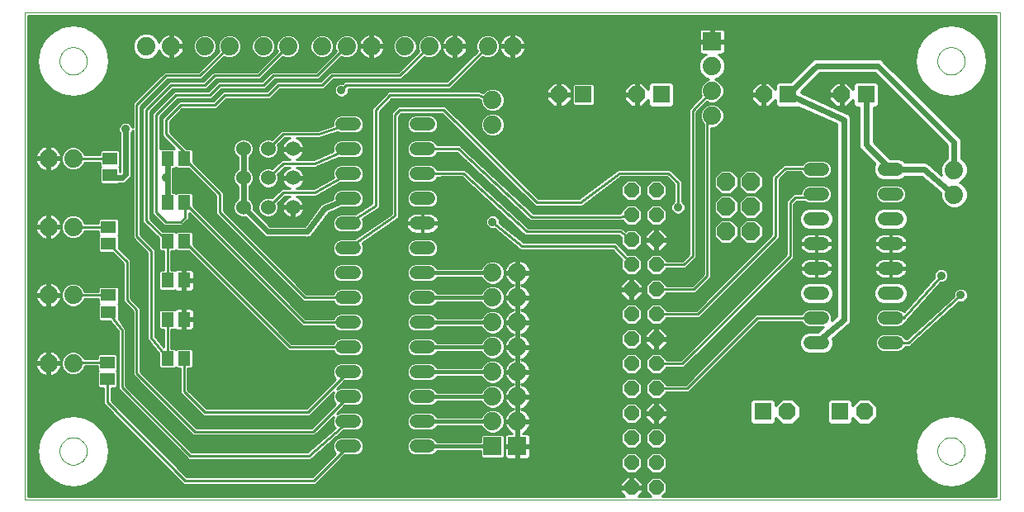
<source format=gtl>
G75*
%MOIN*%
%OFA0B0*%
%FSLAX24Y24*%
%IPPOS*%
%LPD*%
%AMOC8*
5,1,8,0,0,1.08239X$1,22.5*
%
%ADD10C,0.0000*%
%ADD11C,0.0520*%
%ADD12R,0.0740X0.0740*%
%ADD13C,0.0740*%
%ADD14OC8,0.0740*%
%ADD15OC8,0.0600*%
%ADD16C,0.0600*%
%ADD17R,0.0591X0.0512*%
%ADD18R,0.0512X0.0591*%
%ADD19OC8,0.0689*%
%ADD20R,0.0689X0.0689*%
%ADD21OC8,0.0356*%
%ADD22C,0.0100*%
%ADD23C,0.0240*%
%ADD24C,0.0356*%
%ADD25C,0.0160*%
D10*
X000544Y003496D02*
X000544Y023181D01*
X039914Y023181D01*
X039914Y003496D01*
X000544Y003496D01*
X001961Y005465D02*
X001963Y005512D01*
X001969Y005558D01*
X001979Y005604D01*
X001992Y005649D01*
X002010Y005692D01*
X002031Y005734D01*
X002055Y005774D01*
X002083Y005811D01*
X002114Y005846D01*
X002148Y005879D01*
X002184Y005908D01*
X002223Y005934D01*
X002264Y005957D01*
X002307Y005976D01*
X002351Y005992D01*
X002396Y006004D01*
X002442Y006012D01*
X002489Y006016D01*
X002535Y006016D01*
X002582Y006012D01*
X002628Y006004D01*
X002673Y005992D01*
X002717Y005976D01*
X002760Y005957D01*
X002801Y005934D01*
X002840Y005908D01*
X002876Y005879D01*
X002910Y005846D01*
X002941Y005811D01*
X002969Y005774D01*
X002993Y005734D01*
X003014Y005692D01*
X003032Y005649D01*
X003045Y005604D01*
X003055Y005558D01*
X003061Y005512D01*
X003063Y005465D01*
X003061Y005418D01*
X003055Y005372D01*
X003045Y005326D01*
X003032Y005281D01*
X003014Y005238D01*
X002993Y005196D01*
X002969Y005156D01*
X002941Y005119D01*
X002910Y005084D01*
X002876Y005051D01*
X002840Y005022D01*
X002801Y004996D01*
X002760Y004973D01*
X002717Y004954D01*
X002673Y004938D01*
X002628Y004926D01*
X002582Y004918D01*
X002535Y004914D01*
X002489Y004914D01*
X002442Y004918D01*
X002396Y004926D01*
X002351Y004938D01*
X002307Y004954D01*
X002264Y004973D01*
X002223Y004996D01*
X002184Y005022D01*
X002148Y005051D01*
X002114Y005084D01*
X002083Y005119D01*
X002055Y005156D01*
X002031Y005196D01*
X002010Y005238D01*
X001992Y005281D01*
X001979Y005326D01*
X001969Y005372D01*
X001963Y005418D01*
X001961Y005465D01*
X001961Y021213D02*
X001963Y021260D01*
X001969Y021306D01*
X001979Y021352D01*
X001992Y021397D01*
X002010Y021440D01*
X002031Y021482D01*
X002055Y021522D01*
X002083Y021559D01*
X002114Y021594D01*
X002148Y021627D01*
X002184Y021656D01*
X002223Y021682D01*
X002264Y021705D01*
X002307Y021724D01*
X002351Y021740D01*
X002396Y021752D01*
X002442Y021760D01*
X002489Y021764D01*
X002535Y021764D01*
X002582Y021760D01*
X002628Y021752D01*
X002673Y021740D01*
X002717Y021724D01*
X002760Y021705D01*
X002801Y021682D01*
X002840Y021656D01*
X002876Y021627D01*
X002910Y021594D01*
X002941Y021559D01*
X002969Y021522D01*
X002993Y021482D01*
X003014Y021440D01*
X003032Y021397D01*
X003045Y021352D01*
X003055Y021306D01*
X003061Y021260D01*
X003063Y021213D01*
X003061Y021166D01*
X003055Y021120D01*
X003045Y021074D01*
X003032Y021029D01*
X003014Y020986D01*
X002993Y020944D01*
X002969Y020904D01*
X002941Y020867D01*
X002910Y020832D01*
X002876Y020799D01*
X002840Y020770D01*
X002801Y020744D01*
X002760Y020721D01*
X002717Y020702D01*
X002673Y020686D01*
X002628Y020674D01*
X002582Y020666D01*
X002535Y020662D01*
X002489Y020662D01*
X002442Y020666D01*
X002396Y020674D01*
X002351Y020686D01*
X002307Y020702D01*
X002264Y020721D01*
X002223Y020744D01*
X002184Y020770D01*
X002148Y020799D01*
X002114Y020832D01*
X002083Y020867D01*
X002055Y020904D01*
X002031Y020944D01*
X002010Y020986D01*
X001992Y021029D01*
X001979Y021074D01*
X001969Y021120D01*
X001963Y021166D01*
X001961Y021213D01*
X037394Y021213D02*
X037396Y021260D01*
X037402Y021306D01*
X037412Y021352D01*
X037425Y021397D01*
X037443Y021440D01*
X037464Y021482D01*
X037488Y021522D01*
X037516Y021559D01*
X037547Y021594D01*
X037581Y021627D01*
X037617Y021656D01*
X037656Y021682D01*
X037697Y021705D01*
X037740Y021724D01*
X037784Y021740D01*
X037829Y021752D01*
X037875Y021760D01*
X037922Y021764D01*
X037968Y021764D01*
X038015Y021760D01*
X038061Y021752D01*
X038106Y021740D01*
X038150Y021724D01*
X038193Y021705D01*
X038234Y021682D01*
X038273Y021656D01*
X038309Y021627D01*
X038343Y021594D01*
X038374Y021559D01*
X038402Y021522D01*
X038426Y021482D01*
X038447Y021440D01*
X038465Y021397D01*
X038478Y021352D01*
X038488Y021306D01*
X038494Y021260D01*
X038496Y021213D01*
X038494Y021166D01*
X038488Y021120D01*
X038478Y021074D01*
X038465Y021029D01*
X038447Y020986D01*
X038426Y020944D01*
X038402Y020904D01*
X038374Y020867D01*
X038343Y020832D01*
X038309Y020799D01*
X038273Y020770D01*
X038234Y020744D01*
X038193Y020721D01*
X038150Y020702D01*
X038106Y020686D01*
X038061Y020674D01*
X038015Y020666D01*
X037968Y020662D01*
X037922Y020662D01*
X037875Y020666D01*
X037829Y020674D01*
X037784Y020686D01*
X037740Y020702D01*
X037697Y020721D01*
X037656Y020744D01*
X037617Y020770D01*
X037581Y020799D01*
X037547Y020832D01*
X037516Y020867D01*
X037488Y020904D01*
X037464Y020944D01*
X037443Y020986D01*
X037425Y021029D01*
X037412Y021074D01*
X037402Y021120D01*
X037396Y021166D01*
X037394Y021213D01*
X037394Y005465D02*
X037396Y005512D01*
X037402Y005558D01*
X037412Y005604D01*
X037425Y005649D01*
X037443Y005692D01*
X037464Y005734D01*
X037488Y005774D01*
X037516Y005811D01*
X037547Y005846D01*
X037581Y005879D01*
X037617Y005908D01*
X037656Y005934D01*
X037697Y005957D01*
X037740Y005976D01*
X037784Y005992D01*
X037829Y006004D01*
X037875Y006012D01*
X037922Y006016D01*
X037968Y006016D01*
X038015Y006012D01*
X038061Y006004D01*
X038106Y005992D01*
X038150Y005976D01*
X038193Y005957D01*
X038234Y005934D01*
X038273Y005908D01*
X038309Y005879D01*
X038343Y005846D01*
X038374Y005811D01*
X038402Y005774D01*
X038426Y005734D01*
X038447Y005692D01*
X038465Y005649D01*
X038478Y005604D01*
X038488Y005558D01*
X038494Y005512D01*
X038496Y005465D01*
X038494Y005418D01*
X038488Y005372D01*
X038478Y005326D01*
X038465Y005281D01*
X038447Y005238D01*
X038426Y005196D01*
X038402Y005156D01*
X038374Y005119D01*
X038343Y005084D01*
X038309Y005051D01*
X038273Y005022D01*
X038234Y004996D01*
X038193Y004973D01*
X038150Y004954D01*
X038106Y004938D01*
X038061Y004926D01*
X038015Y004918D01*
X037968Y004914D01*
X037922Y004914D01*
X037875Y004918D01*
X037829Y004926D01*
X037784Y004938D01*
X037740Y004954D01*
X037697Y004973D01*
X037656Y004996D01*
X037617Y005022D01*
X037581Y005051D01*
X037547Y005084D01*
X037516Y005119D01*
X037488Y005156D01*
X037464Y005196D01*
X037443Y005238D01*
X037425Y005281D01*
X037412Y005326D01*
X037402Y005372D01*
X037396Y005418D01*
X037394Y005465D01*
D11*
X035768Y009839D02*
X035248Y009839D01*
X035248Y010839D02*
X035768Y010839D01*
X035768Y011839D02*
X035248Y011839D01*
X035248Y012839D02*
X035768Y012839D01*
X035768Y013839D02*
X035248Y013839D01*
X035248Y014839D02*
X035768Y014839D01*
X035768Y015839D02*
X035248Y015839D01*
X035248Y016839D02*
X035768Y016839D01*
X032768Y016839D02*
X032248Y016839D01*
X032248Y015839D02*
X032768Y015839D01*
X032768Y014839D02*
X032248Y014839D01*
X032248Y013839D02*
X032768Y013839D01*
X032768Y012839D02*
X032248Y012839D01*
X032248Y011839D02*
X032768Y011839D01*
X032768Y010839D02*
X032248Y010839D01*
X032248Y009839D02*
X032768Y009839D01*
X016871Y009658D02*
X016351Y009658D01*
X016351Y010658D02*
X016871Y010658D01*
X016871Y011658D02*
X016351Y011658D01*
X016351Y012658D02*
X016871Y012658D01*
X016871Y013658D02*
X016351Y013658D01*
X016351Y014658D02*
X016871Y014658D01*
X016871Y015658D02*
X016351Y015658D01*
X016351Y016658D02*
X016871Y016658D01*
X016871Y017658D02*
X016351Y017658D01*
X016351Y018658D02*
X016871Y018658D01*
X013871Y018658D02*
X013351Y018658D01*
X013351Y017658D02*
X013871Y017658D01*
X013871Y016658D02*
X013351Y016658D01*
X013351Y015658D02*
X013871Y015658D01*
X013871Y014658D02*
X013351Y014658D01*
X013351Y013658D02*
X013871Y013658D01*
X013871Y012658D02*
X013351Y012658D01*
X013351Y011658D02*
X013871Y011658D01*
X013871Y010658D02*
X013351Y010658D01*
X013351Y009658D02*
X013871Y009658D01*
X013871Y008658D02*
X013351Y008658D01*
X013351Y007658D02*
X013871Y007658D01*
X013871Y006658D02*
X013351Y006658D01*
X013351Y005658D02*
X013871Y005658D01*
X016351Y005658D02*
X016871Y005658D01*
X016871Y006658D02*
X016351Y006658D01*
X016351Y007658D02*
X016871Y007658D01*
X016871Y008658D02*
X016351Y008658D01*
D12*
X019441Y005662D03*
X020441Y005662D03*
X028300Y022000D03*
D13*
X028300Y021000D03*
X028300Y020000D03*
X028300Y019000D03*
X020244Y021804D03*
X019244Y021804D03*
X017898Y021804D03*
X016898Y021804D03*
X015898Y021804D03*
X014552Y021804D03*
X013552Y021804D03*
X012552Y021804D03*
X011189Y021804D03*
X010189Y021804D03*
X008827Y021804D03*
X007827Y021804D03*
X006465Y021804D03*
X005465Y021804D03*
X002512Y017276D03*
X001512Y017276D03*
X001512Y014520D03*
X002512Y014520D03*
X002512Y011764D03*
X001512Y011764D03*
X001512Y009008D03*
X002512Y009008D03*
X019441Y008662D03*
X020441Y008662D03*
X020441Y009662D03*
X019441Y009662D03*
X019441Y010662D03*
X020441Y010662D03*
X020441Y011662D03*
X019441Y011662D03*
X019441Y012662D03*
X020441Y012662D03*
X020441Y007662D03*
X019441Y007662D03*
X019441Y006662D03*
X020441Y006662D03*
X038075Y015816D03*
X038075Y016816D03*
X019441Y018638D03*
X019441Y019638D03*
D14*
X028874Y016323D03*
X029874Y016323D03*
X029874Y015323D03*
X028874Y015323D03*
X028874Y014323D03*
X029874Y014323D03*
D15*
X026044Y013993D03*
X025044Y013993D03*
X025044Y012993D03*
X026044Y012993D03*
X026044Y011993D03*
X025044Y011993D03*
X025044Y010993D03*
X026044Y010993D03*
X026044Y009993D03*
X025044Y009993D03*
X025044Y008993D03*
X026044Y008993D03*
X026044Y007993D03*
X025044Y007993D03*
X025044Y006993D03*
X026044Y006993D03*
X026044Y005993D03*
X025044Y005993D03*
X025044Y004993D03*
X026044Y004993D03*
X026044Y003993D03*
X025044Y003993D03*
X025044Y014993D03*
X026044Y014993D03*
X026044Y015993D03*
X025044Y015993D03*
D16*
X011386Y016489D03*
X010386Y016489D03*
X009386Y016489D03*
X009386Y017670D03*
X010386Y017670D03*
X011386Y017670D03*
X011386Y015307D03*
X010386Y015307D03*
X009386Y015307D03*
D17*
X003939Y014510D03*
X003939Y013841D03*
X003939Y011754D03*
X003939Y011085D03*
X003890Y009048D03*
X003890Y008378D03*
X003989Y016597D03*
X003989Y017266D03*
D18*
X006311Y017276D03*
X006981Y017276D03*
X006981Y015504D03*
X006311Y015504D03*
X006311Y013930D03*
X006981Y013930D03*
X006981Y012355D03*
X006311Y012355D03*
X006311Y010780D03*
X006981Y010780D03*
X006981Y009205D03*
X006311Y009205D03*
D19*
X022119Y019855D03*
X025268Y019855D03*
X030386Y019855D03*
X033536Y019855D03*
X034444Y007058D03*
X031332Y007058D03*
D20*
X030348Y007058D03*
X033460Y007058D03*
X034520Y019855D03*
X031370Y019855D03*
X026252Y019855D03*
X023103Y019855D03*
D21*
X018260Y013930D03*
X009205Y009402D03*
X005662Y006252D03*
X021804Y004481D03*
X011174Y019441D03*
X035780Y019244D03*
D22*
X036047Y019552D02*
X035035Y019552D01*
X035035Y019650D02*
X035948Y019650D01*
X035850Y019749D02*
X035035Y019749D01*
X035035Y019847D02*
X035751Y019847D01*
X035653Y019946D02*
X035035Y019946D01*
X035035Y020044D02*
X035554Y020044D01*
X035456Y020143D02*
X035035Y020143D01*
X035035Y020241D02*
X035357Y020241D01*
X035259Y020340D02*
X034964Y020340D01*
X034935Y020369D02*
X035035Y020270D01*
X035035Y019440D01*
X034935Y019340D01*
X034810Y019340D01*
X034810Y017947D01*
X035488Y017269D01*
X035854Y017269D01*
X036012Y017204D01*
X036086Y017129D01*
X036842Y017129D01*
X036887Y017133D01*
X036899Y017129D01*
X036912Y017129D01*
X036954Y017112D01*
X036997Y017098D01*
X037007Y017090D01*
X037019Y017085D01*
X037051Y017053D01*
X037574Y016614D01*
X037535Y016708D01*
X037535Y016923D01*
X037617Y017121D01*
X037769Y017273D01*
X037785Y017280D01*
X037785Y017814D01*
X034872Y020726D01*
X032652Y020726D01*
X031885Y019959D01*
X031885Y019942D01*
X033729Y019117D01*
X033779Y019097D01*
X033782Y019094D01*
X033786Y019092D01*
X033822Y019053D01*
X033860Y019015D01*
X033862Y019011D01*
X033865Y019008D01*
X033884Y018958D01*
X033905Y018908D01*
X033905Y018904D01*
X033906Y018900D01*
X033905Y018847D01*
X033905Y010826D01*
X033908Y010814D01*
X033905Y010768D01*
X033905Y010722D01*
X033900Y010711D01*
X033899Y010699D01*
X033878Y010658D01*
X033860Y010616D01*
X033852Y010607D01*
X033846Y010596D01*
X033811Y010567D01*
X033779Y010534D01*
X033768Y010529D01*
X033161Y010014D01*
X033198Y009925D01*
X033198Y009753D01*
X033133Y009595D01*
X033012Y009474D01*
X032854Y009409D01*
X032163Y009409D01*
X032005Y009474D01*
X031884Y009595D01*
X031818Y009753D01*
X031818Y009925D01*
X031884Y010083D01*
X032005Y010204D01*
X032163Y010269D01*
X032566Y010269D01*
X032801Y010469D01*
X032175Y010469D01*
X032039Y010525D01*
X031935Y010629D01*
X031914Y010679D01*
X030197Y010679D01*
X027350Y007833D01*
X026454Y007833D01*
X026454Y007823D01*
X026214Y007583D01*
X025874Y007583D01*
X025634Y007823D01*
X025634Y008162D01*
X025874Y008403D01*
X026214Y008403D01*
X026454Y008162D01*
X026454Y008153D01*
X027218Y008153D01*
X029970Y010905D01*
X030064Y010999D01*
X031914Y010999D01*
X031935Y011049D01*
X032039Y011153D01*
X032175Y011209D01*
X032842Y011209D01*
X032978Y011153D01*
X033082Y011049D01*
X033138Y010913D01*
X033138Y010765D01*
X033132Y010750D01*
X033325Y010914D01*
X033325Y018663D01*
X031793Y019348D01*
X031785Y019340D01*
X030956Y019340D01*
X030856Y019440D01*
X030856Y019625D01*
X030591Y019360D01*
X030435Y019360D01*
X030435Y019806D01*
X030338Y019806D01*
X030338Y019360D01*
X030181Y019360D01*
X029892Y019650D01*
X029892Y019806D01*
X030338Y019806D01*
X030338Y019903D01*
X029892Y019903D01*
X029892Y020060D01*
X030181Y020349D01*
X030338Y020349D01*
X030338Y019903D01*
X030435Y019903D01*
X030435Y020349D01*
X030591Y020349D01*
X030856Y020084D01*
X030856Y020270D01*
X030956Y020369D01*
X031475Y020369D01*
X032368Y021262D01*
X032474Y021306D01*
X035050Y021306D01*
X035157Y021262D01*
X035238Y021180D01*
X038321Y018098D01*
X038365Y017991D01*
X038365Y017280D01*
X038381Y017273D01*
X038533Y017121D01*
X038615Y016923D01*
X038615Y016708D01*
X038533Y016510D01*
X038381Y016358D01*
X038279Y016316D01*
X038381Y016273D01*
X038533Y016121D01*
X038615Y015923D01*
X038615Y015708D01*
X038533Y015510D01*
X038381Y015358D01*
X038182Y015276D01*
X037968Y015276D01*
X037769Y015358D01*
X037617Y015510D01*
X037535Y015708D01*
X037535Y015890D01*
X036749Y016549D01*
X036086Y016549D01*
X036012Y016474D01*
X035854Y016409D01*
X035163Y016409D01*
X035005Y016474D01*
X034884Y016595D01*
X034818Y016753D01*
X034818Y016925D01*
X034875Y017062D01*
X034356Y017581D01*
X034356Y017581D01*
X034274Y017663D01*
X034230Y017769D01*
X034230Y019340D01*
X034105Y019340D01*
X034006Y019440D01*
X034006Y019625D01*
X033741Y019360D01*
X033584Y019360D01*
X033584Y019806D01*
X033487Y019806D01*
X033041Y019806D01*
X033041Y019650D01*
X033331Y019360D01*
X033487Y019360D01*
X033487Y019806D01*
X033487Y019903D01*
X033041Y019903D01*
X033041Y020060D01*
X033331Y020349D01*
X033487Y020349D01*
X033487Y019903D01*
X033584Y019903D01*
X033584Y020349D01*
X033741Y020349D01*
X034006Y020084D01*
X034006Y020270D01*
X034105Y020369D01*
X034935Y020369D01*
X035062Y020537D02*
X032463Y020537D01*
X032561Y020635D02*
X034963Y020635D01*
X035160Y020438D02*
X032364Y020438D01*
X032266Y020340D02*
X033322Y020340D01*
X033223Y020241D02*
X032167Y020241D01*
X032069Y020143D02*
X033125Y020143D01*
X033041Y020044D02*
X031970Y020044D01*
X031885Y019946D02*
X033041Y019946D01*
X033041Y019749D02*
X032317Y019749D01*
X032537Y019650D02*
X033041Y019650D01*
X033139Y019552D02*
X032757Y019552D01*
X032977Y019453D02*
X033238Y019453D01*
X033198Y019355D02*
X034090Y019355D01*
X034006Y019453D02*
X033834Y019453D01*
X033932Y019552D02*
X034006Y019552D01*
X034230Y019256D02*
X033418Y019256D01*
X033487Y019453D02*
X033584Y019453D01*
X033584Y019552D02*
X033487Y019552D01*
X033487Y019650D02*
X033584Y019650D01*
X033584Y019749D02*
X033487Y019749D01*
X033487Y019847D02*
X032097Y019847D01*
X031998Y019256D02*
X028713Y019256D01*
X028707Y019272D02*
X028572Y019407D01*
X028395Y019480D01*
X028204Y019480D01*
X028028Y019407D01*
X027893Y019272D01*
X027820Y019096D01*
X027820Y018905D01*
X027893Y018728D01*
X027943Y018678D01*
X027943Y012618D01*
X027477Y012153D01*
X026454Y012153D01*
X026454Y012162D01*
X026214Y012403D01*
X025874Y012403D01*
X025634Y012162D01*
X025634Y011823D01*
X025874Y011583D01*
X026214Y011583D01*
X026454Y011823D01*
X026454Y011833D01*
X027610Y011833D01*
X028263Y012485D01*
X028263Y018520D01*
X028395Y018520D01*
X028572Y018593D01*
X028707Y018728D01*
X028780Y018905D01*
X028780Y019096D01*
X028707Y019272D01*
X028624Y019355D02*
X030941Y019355D01*
X030856Y019453D02*
X030684Y019453D01*
X030783Y019552D02*
X030856Y019552D01*
X030435Y019552D02*
X030338Y019552D01*
X030338Y019650D02*
X030435Y019650D01*
X030435Y019749D02*
X030338Y019749D01*
X030338Y019847D02*
X028756Y019847D01*
X028780Y019905D02*
X028780Y020096D01*
X028707Y020272D01*
X028572Y020407D01*
X028425Y020468D01*
X028605Y020543D01*
X028757Y020695D01*
X028840Y020893D01*
X028840Y021108D01*
X028757Y021306D01*
X028605Y021458D01*
X028552Y021480D01*
X028689Y021480D01*
X028728Y021491D01*
X028762Y021510D01*
X028790Y021538D01*
X028809Y021572D01*
X028820Y021611D01*
X028820Y021950D01*
X028350Y021950D01*
X028350Y022050D01*
X028820Y022050D01*
X028820Y022390D01*
X028809Y022428D01*
X028790Y022462D01*
X028762Y022490D01*
X028728Y022510D01*
X028689Y022520D01*
X028350Y022520D01*
X028350Y022050D01*
X028250Y022050D01*
X028250Y021950D01*
X027780Y021950D01*
X027780Y021611D01*
X027790Y021572D01*
X027810Y021538D01*
X027838Y021510D01*
X027872Y021491D01*
X027910Y021480D01*
X028047Y021480D01*
X027994Y021458D01*
X027842Y021306D01*
X027760Y021108D01*
X027760Y020893D01*
X027842Y020695D01*
X027994Y020543D01*
X028174Y020468D01*
X028028Y020407D01*
X027893Y020272D01*
X027820Y020096D01*
X027820Y019905D01*
X027866Y019793D01*
X027446Y019373D01*
X027352Y019279D01*
X027352Y013405D01*
X027099Y013153D01*
X026454Y013153D01*
X026454Y013162D01*
X026214Y013403D01*
X025874Y013403D01*
X025634Y013162D01*
X025634Y012823D01*
X025874Y012583D01*
X026214Y012583D01*
X026454Y012823D01*
X026454Y012833D01*
X027232Y012833D01*
X027326Y012926D01*
X027672Y013273D01*
X027672Y019147D01*
X028092Y019567D01*
X028204Y019520D01*
X028395Y019520D01*
X028572Y019593D01*
X028707Y019728D01*
X028780Y019905D01*
X028780Y019946D02*
X029892Y019946D01*
X029892Y020044D02*
X028780Y020044D01*
X028760Y020143D02*
X029975Y020143D01*
X030074Y020241D02*
X028719Y020241D01*
X028639Y020340D02*
X030172Y020340D01*
X030338Y020340D02*
X030435Y020340D01*
X030435Y020241D02*
X030338Y020241D01*
X030338Y020143D02*
X030435Y020143D01*
X030435Y020044D02*
X030338Y020044D01*
X030338Y019946D02*
X030435Y019946D01*
X030699Y020241D02*
X030856Y020241D01*
X030856Y020143D02*
X030797Y020143D01*
X030926Y020340D02*
X030600Y020340D01*
X029892Y019749D02*
X028715Y019749D01*
X028629Y019650D02*
X029892Y019650D01*
X029990Y019552D02*
X028471Y019552D01*
X028460Y019453D02*
X030088Y019453D01*
X030338Y019453D02*
X030435Y019453D01*
X028780Y019059D02*
X032438Y019059D01*
X032658Y018961D02*
X028780Y018961D01*
X028762Y018862D02*
X032878Y018862D01*
X033098Y018764D02*
X028721Y018764D01*
X028644Y018665D02*
X033319Y018665D01*
X033325Y018567D02*
X028508Y018567D01*
X028263Y018468D02*
X033325Y018468D01*
X033325Y018370D02*
X028263Y018370D01*
X028263Y018271D02*
X033325Y018271D01*
X033325Y018173D02*
X028263Y018173D01*
X028263Y018074D02*
X033325Y018074D01*
X033325Y017976D02*
X028263Y017976D01*
X028263Y017877D02*
X033325Y017877D01*
X033325Y017779D02*
X028263Y017779D01*
X028263Y017680D02*
X033325Y017680D01*
X033325Y017582D02*
X028263Y017582D01*
X028263Y017483D02*
X033325Y017483D01*
X033325Y017385D02*
X028263Y017385D01*
X028263Y017286D02*
X033325Y017286D01*
X033325Y017188D02*
X032893Y017188D01*
X032842Y017209D02*
X032175Y017209D01*
X032039Y017153D01*
X031935Y017049D01*
X031932Y017042D01*
X031186Y017042D01*
X031092Y016949D01*
X030699Y016555D01*
X030699Y014193D01*
X027659Y011153D01*
X026454Y011153D01*
X026454Y011162D01*
X026214Y011403D01*
X025874Y011403D01*
X025634Y011162D01*
X025634Y010823D01*
X025874Y010583D01*
X026214Y010583D01*
X026454Y010823D01*
X026454Y010833D01*
X027791Y010833D01*
X030925Y013966D01*
X031019Y014060D01*
X031019Y016422D01*
X031319Y016722D01*
X031896Y016722D01*
X031935Y016629D01*
X032039Y016525D01*
X032175Y016469D01*
X032842Y016469D01*
X032978Y016525D01*
X033082Y016629D01*
X033138Y016765D01*
X033138Y016913D01*
X033082Y017049D01*
X032978Y017153D01*
X032842Y017209D01*
X033041Y017089D02*
X033325Y017089D01*
X033325Y016991D02*
X033106Y016991D01*
X033138Y016892D02*
X033325Y016892D01*
X033325Y016794D02*
X033138Y016794D01*
X033109Y016695D02*
X033325Y016695D01*
X033325Y016597D02*
X033050Y016597D01*
X032913Y016498D02*
X033325Y016498D01*
X033325Y016400D02*
X031019Y016400D01*
X031019Y016301D02*
X033325Y016301D01*
X033325Y016203D02*
X032856Y016203D01*
X032842Y016209D02*
X032175Y016209D01*
X032039Y016153D01*
X031935Y016049D01*
X031878Y015913D01*
X031878Y015861D01*
X031580Y015861D01*
X031486Y015767D01*
X031289Y015571D01*
X031289Y013405D01*
X027036Y009153D01*
X026454Y009153D01*
X026454Y009162D01*
X026214Y009403D01*
X025874Y009403D01*
X025634Y009162D01*
X025634Y008823D01*
X025874Y008583D01*
X026214Y008583D01*
X026454Y008823D01*
X026454Y008833D01*
X027169Y008833D01*
X031515Y013179D01*
X031609Y013273D01*
X031609Y015438D01*
X031712Y015541D01*
X032023Y015541D01*
X032039Y015525D01*
X032175Y015469D01*
X032842Y015469D01*
X032978Y015525D01*
X033082Y015629D01*
X033138Y015765D01*
X033138Y015913D01*
X033082Y016049D01*
X032978Y016153D01*
X032842Y016209D01*
X033026Y016104D02*
X033325Y016104D01*
X033325Y016006D02*
X033100Y016006D01*
X033138Y015907D02*
X033325Y015907D01*
X033325Y015809D02*
X033138Y015809D01*
X033116Y015710D02*
X033325Y015710D01*
X033325Y015612D02*
X033065Y015612D01*
X032949Y015513D02*
X033325Y015513D01*
X033325Y015415D02*
X031609Y015415D01*
X031609Y015316D02*
X033325Y015316D01*
X033325Y015218D02*
X032977Y015218D01*
X033012Y015204D02*
X032854Y015269D01*
X032163Y015269D01*
X032005Y015204D01*
X031884Y015083D01*
X031818Y014925D01*
X031818Y014753D01*
X031884Y014595D01*
X032005Y014474D01*
X032163Y014409D01*
X032854Y014409D01*
X033012Y014474D01*
X033133Y014595D01*
X033198Y014753D01*
X033198Y014925D01*
X033133Y015083D01*
X033012Y015204D01*
X033096Y015119D02*
X033325Y015119D01*
X033325Y015021D02*
X033158Y015021D01*
X033198Y014922D02*
X033325Y014922D01*
X033325Y014824D02*
X033198Y014824D01*
X033187Y014725D02*
X033325Y014725D01*
X033325Y014627D02*
X033146Y014627D01*
X033066Y014528D02*
X033325Y014528D01*
X033325Y014430D02*
X032905Y014430D01*
X032864Y014239D02*
X032801Y014249D01*
X032538Y014249D01*
X032538Y013869D01*
X032478Y013869D01*
X032478Y013809D01*
X031838Y013809D01*
X031838Y013807D01*
X031848Y013743D01*
X031868Y013682D01*
X031898Y013624D01*
X031936Y013572D01*
X031981Y013526D01*
X032033Y013488D01*
X032091Y013459D01*
X032152Y013439D01*
X032216Y013429D01*
X032478Y013429D01*
X032478Y013809D01*
X032538Y013809D01*
X032538Y013429D01*
X032801Y013429D01*
X032864Y013439D01*
X032926Y013459D01*
X032983Y013488D01*
X033035Y013526D01*
X033081Y013572D01*
X033119Y013624D01*
X033148Y013682D01*
X033168Y013743D01*
X033178Y013807D01*
X033178Y013809D01*
X032538Y013809D01*
X032538Y013869D01*
X033178Y013869D01*
X033178Y013871D01*
X033168Y013935D01*
X033148Y013996D01*
X033119Y014054D01*
X033081Y014106D01*
X033035Y014152D01*
X032983Y014190D01*
X032926Y014219D01*
X032864Y014239D01*
X032882Y014233D02*
X033325Y014233D01*
X033325Y014331D02*
X031609Y014331D01*
X031609Y014233D02*
X032134Y014233D01*
X032152Y014239D02*
X032091Y014219D01*
X032033Y014190D01*
X031981Y014152D01*
X031936Y014106D01*
X031898Y014054D01*
X031868Y013996D01*
X031848Y013935D01*
X031838Y013871D01*
X031838Y013869D01*
X032478Y013869D01*
X032478Y014249D01*
X032216Y014249D01*
X032152Y014239D01*
X032112Y014430D02*
X031609Y014430D01*
X031609Y014528D02*
X031951Y014528D01*
X031871Y014627D02*
X031609Y014627D01*
X031609Y014725D02*
X031830Y014725D01*
X031818Y014824D02*
X031609Y014824D01*
X031609Y014922D02*
X031818Y014922D01*
X031858Y015021D02*
X031609Y015021D01*
X031609Y015119D02*
X031921Y015119D01*
X032040Y015218D02*
X031609Y015218D01*
X031685Y015513D02*
X032067Y015513D01*
X032370Y015701D02*
X031646Y015701D01*
X031449Y015504D01*
X031449Y013339D01*
X027103Y008993D01*
X026044Y008993D01*
X026348Y008717D02*
X027782Y008717D01*
X027684Y008618D02*
X026249Y008618D01*
X026446Y008815D02*
X027881Y008815D01*
X027979Y008914D02*
X027250Y008914D01*
X027349Y009012D02*
X028078Y009012D01*
X028176Y009111D02*
X027447Y009111D01*
X027546Y009209D02*
X028275Y009209D01*
X028373Y009308D02*
X027644Y009308D01*
X027743Y009406D02*
X028472Y009406D01*
X028570Y009505D02*
X027841Y009505D01*
X027940Y009603D02*
X028669Y009603D01*
X028767Y009702D02*
X028038Y009702D01*
X028137Y009800D02*
X028866Y009800D01*
X028964Y009899D02*
X028235Y009899D01*
X028334Y009997D02*
X029063Y009997D01*
X029161Y010096D02*
X028432Y010096D01*
X028531Y010194D02*
X029260Y010194D01*
X029358Y010293D02*
X028629Y010293D01*
X028728Y010391D02*
X029457Y010391D01*
X029555Y010490D02*
X028826Y010490D01*
X028925Y010588D02*
X029654Y010588D01*
X029752Y010687D02*
X029023Y010687D01*
X029122Y010785D02*
X029851Y010785D01*
X029949Y010884D02*
X029220Y010884D01*
X029319Y010982D02*
X030048Y010982D01*
X030130Y010839D02*
X032508Y010839D01*
X032124Y010490D02*
X030008Y010490D01*
X030106Y010588D02*
X031976Y010588D01*
X031996Y010194D02*
X029712Y010194D01*
X029614Y010096D02*
X031897Y010096D01*
X031848Y009997D02*
X029515Y009997D01*
X029417Y009899D02*
X031818Y009899D01*
X031818Y009800D02*
X029318Y009800D01*
X029220Y009702D02*
X031840Y009702D01*
X031880Y009603D02*
X029121Y009603D01*
X029023Y009505D02*
X031974Y009505D01*
X032594Y010293D02*
X029811Y010293D01*
X029909Y010391D02*
X032710Y010391D01*
X033168Y009997D02*
X034913Y009997D01*
X034935Y010049D02*
X034878Y009913D01*
X034878Y009765D01*
X034935Y009629D01*
X035039Y009525D01*
X035175Y009469D01*
X035842Y009469D01*
X035978Y009525D01*
X036082Y009629D01*
X036102Y009679D01*
X036213Y009679D01*
X036275Y009676D01*
X036279Y009679D01*
X036283Y009679D01*
X036327Y009723D01*
X038266Y011482D01*
X038282Y011476D01*
X038396Y011476D01*
X038502Y011520D01*
X038583Y011601D01*
X038627Y011707D01*
X038627Y011821D01*
X038583Y011927D01*
X038502Y012008D01*
X038396Y012052D01*
X038282Y012052D01*
X038176Y012008D01*
X038095Y011927D01*
X038051Y011821D01*
X038051Y011719D01*
X036155Y009999D01*
X036102Y009999D01*
X036082Y010049D01*
X035978Y010153D01*
X035842Y010209D01*
X035175Y010209D01*
X035039Y010153D01*
X034935Y010049D01*
X034982Y010096D02*
X033258Y010096D01*
X033374Y010194D02*
X035140Y010194D01*
X034878Y009899D02*
X033198Y009899D01*
X033198Y009800D02*
X034878Y009800D01*
X034905Y009702D02*
X033177Y009702D01*
X033136Y009603D02*
X034961Y009603D01*
X035088Y009505D02*
X033042Y009505D01*
X033490Y010293D02*
X036479Y010293D01*
X036371Y010194D02*
X035877Y010194D01*
X036035Y010096D02*
X036262Y010096D01*
X036217Y009839D02*
X035508Y009839D01*
X035929Y009505D02*
X039764Y009505D01*
X039764Y009603D02*
X036056Y009603D01*
X036306Y009702D02*
X039764Y009702D01*
X039764Y009800D02*
X036413Y009800D01*
X036521Y009899D02*
X039764Y009899D01*
X039764Y009997D02*
X036630Y009997D01*
X036738Y010096D02*
X039764Y010096D01*
X039764Y010194D02*
X036847Y010194D01*
X036955Y010293D02*
X039764Y010293D01*
X039764Y010391D02*
X037064Y010391D01*
X037173Y010490D02*
X039764Y010490D01*
X039764Y010588D02*
X037281Y010588D01*
X037390Y010687D02*
X039764Y010687D01*
X039764Y010785D02*
X037498Y010785D01*
X037607Y010884D02*
X039764Y010884D01*
X039764Y010982D02*
X037715Y010982D01*
X037824Y011081D02*
X039764Y011081D01*
X039764Y011179D02*
X037933Y011179D01*
X038041Y011278D02*
X039764Y011278D01*
X039764Y011376D02*
X038150Y011376D01*
X038258Y011475D02*
X039764Y011475D01*
X039764Y011573D02*
X038556Y011573D01*
X038613Y011672D02*
X039764Y011672D01*
X039764Y011770D02*
X038627Y011770D01*
X038607Y011869D02*
X039764Y011869D01*
X039764Y011967D02*
X038543Y011967D01*
X038339Y011764D02*
X036217Y009839D01*
X036588Y010391D02*
X033605Y010391D01*
X033721Y010490D02*
X035124Y010490D01*
X035175Y010469D02*
X035842Y010469D01*
X035978Y010525D01*
X036082Y010629D01*
X036103Y010680D01*
X036106Y010683D01*
X036112Y010683D01*
X036152Y010729D01*
X036196Y010773D01*
X036196Y010778D01*
X037510Y012263D01*
X039764Y012263D01*
X039764Y012361D02*
X037769Y012361D01*
X037796Y012388D02*
X037840Y012494D01*
X037840Y012609D01*
X037796Y012715D01*
X037715Y012796D01*
X037609Y012840D01*
X037494Y012840D01*
X037388Y012796D01*
X037307Y012715D01*
X037263Y012609D01*
X037263Y012494D01*
X037271Y012476D01*
X036043Y011088D01*
X035978Y011153D01*
X035842Y011209D01*
X035175Y011209D01*
X035039Y011153D01*
X034935Y011049D01*
X034878Y010913D01*
X034878Y010765D01*
X034935Y010629D01*
X035039Y010525D01*
X035175Y010469D01*
X034976Y010588D02*
X033837Y010588D01*
X033893Y010687D02*
X034911Y010687D01*
X034878Y010785D02*
X033906Y010785D01*
X033905Y010884D02*
X034878Y010884D01*
X034907Y010982D02*
X033905Y010982D01*
X033905Y011081D02*
X034967Y011081D01*
X035103Y011179D02*
X033905Y011179D01*
X033905Y011278D02*
X036211Y011278D01*
X036298Y011376D02*
X033905Y011376D01*
X033905Y011475D02*
X035004Y011475D01*
X035005Y011474D02*
X035163Y011409D01*
X035854Y011409D01*
X036012Y011474D01*
X036133Y011595D01*
X036198Y011753D01*
X036198Y011925D01*
X036133Y012083D01*
X036012Y012204D01*
X035854Y012269D01*
X035163Y012269D01*
X035005Y012204D01*
X034884Y012083D01*
X034818Y011925D01*
X034818Y011753D01*
X034884Y011595D01*
X035005Y011474D01*
X034906Y011573D02*
X033905Y011573D01*
X033905Y011672D02*
X034852Y011672D01*
X034818Y011770D02*
X033905Y011770D01*
X033905Y011869D02*
X034818Y011869D01*
X034836Y011967D02*
X033905Y011967D01*
X033905Y012066D02*
X034877Y012066D01*
X034966Y012164D02*
X033905Y012164D01*
X033905Y012263D02*
X035148Y012263D01*
X035152Y012439D02*
X035216Y012429D01*
X035478Y012429D01*
X035478Y012809D01*
X034838Y012809D01*
X034838Y012807D01*
X034848Y012743D01*
X034868Y012682D01*
X034898Y012624D01*
X034936Y012572D01*
X034981Y012526D01*
X035033Y012488D01*
X035091Y012459D01*
X035152Y012439D01*
X035089Y012460D02*
X033905Y012460D01*
X033905Y012558D02*
X034949Y012558D01*
X034881Y012657D02*
X033905Y012657D01*
X033905Y012755D02*
X034846Y012755D01*
X034838Y012869D02*
X035478Y012869D01*
X035478Y012809D01*
X035538Y012809D01*
X035538Y012429D01*
X035801Y012429D01*
X035864Y012439D01*
X035926Y012459D01*
X035983Y012488D01*
X036035Y012526D01*
X036081Y012572D01*
X036119Y012624D01*
X036148Y012682D01*
X036168Y012743D01*
X036178Y012807D01*
X036178Y012809D01*
X035538Y012809D01*
X035538Y012869D01*
X035478Y012869D01*
X035478Y013249D01*
X035216Y013249D01*
X035152Y013239D01*
X035091Y013219D01*
X035033Y013190D01*
X034981Y013152D01*
X034936Y013106D01*
X034898Y013054D01*
X034868Y012996D01*
X034848Y012935D01*
X034838Y012871D01*
X034838Y012869D01*
X034854Y012952D02*
X033905Y012952D01*
X033905Y012854D02*
X035478Y012854D01*
X035538Y012854D02*
X039764Y012854D01*
X039764Y012952D02*
X036162Y012952D01*
X036168Y012935D02*
X036148Y012996D01*
X036119Y013054D01*
X036081Y013106D01*
X036035Y013152D01*
X035983Y013190D01*
X035926Y013219D01*
X035864Y013239D01*
X035801Y013249D01*
X035538Y013249D01*
X035538Y012869D01*
X036178Y012869D01*
X036178Y012871D01*
X036168Y012935D01*
X036120Y013051D02*
X039764Y013051D01*
X039764Y013149D02*
X036038Y013149D01*
X035807Y013248D02*
X039764Y013248D01*
X039764Y013346D02*
X033905Y013346D01*
X033905Y013248D02*
X035210Y013248D01*
X035216Y013429D02*
X035478Y013429D01*
X035478Y013809D01*
X034838Y013809D01*
X034838Y013807D01*
X034848Y013743D01*
X034868Y013682D01*
X034898Y013624D01*
X034936Y013572D01*
X034981Y013526D01*
X035033Y013488D01*
X035091Y013459D01*
X035152Y013439D01*
X035216Y013429D01*
X035134Y013445D02*
X033905Y013445D01*
X033905Y013543D02*
X034964Y013543D01*
X034888Y013642D02*
X033905Y013642D01*
X033905Y013740D02*
X034849Y013740D01*
X034838Y013869D02*
X035478Y013869D01*
X035478Y013809D01*
X035538Y013809D01*
X035538Y013429D01*
X035801Y013429D01*
X035864Y013439D01*
X035926Y013459D01*
X035983Y013488D01*
X036035Y013526D01*
X036081Y013572D01*
X036119Y013624D01*
X036148Y013682D01*
X036168Y013743D01*
X036178Y013807D01*
X036178Y013809D01*
X035538Y013809D01*
X035538Y013869D01*
X035478Y013869D01*
X035478Y014249D01*
X035216Y014249D01*
X035152Y014239D01*
X035091Y014219D01*
X035033Y014190D01*
X034981Y014152D01*
X034936Y014106D01*
X034898Y014054D01*
X034868Y013996D01*
X034848Y013935D01*
X034838Y013871D01*
X034838Y013869D01*
X034849Y013937D02*
X033905Y013937D01*
X033905Y013839D02*
X035478Y013839D01*
X035538Y013839D02*
X039764Y013839D01*
X039764Y013937D02*
X036167Y013937D01*
X036168Y013935D02*
X036148Y013996D01*
X036119Y014054D01*
X036081Y014106D01*
X036035Y014152D01*
X035983Y014190D01*
X035926Y014219D01*
X035864Y014239D01*
X035801Y014249D01*
X035538Y014249D01*
X035538Y013869D01*
X036178Y013869D01*
X036178Y013871D01*
X036168Y013935D01*
X036128Y014036D02*
X039764Y014036D01*
X039764Y014134D02*
X036053Y014134D01*
X035882Y014233D02*
X039764Y014233D01*
X039764Y014331D02*
X033905Y014331D01*
X033905Y014233D02*
X035134Y014233D01*
X035163Y014409D02*
X035854Y014409D01*
X036012Y014474D01*
X036133Y014595D01*
X036198Y014753D01*
X036198Y014925D01*
X036133Y015083D01*
X036012Y015204D01*
X035854Y015269D01*
X035163Y015269D01*
X035005Y015204D01*
X034884Y015083D01*
X034818Y014925D01*
X034818Y014753D01*
X034884Y014595D01*
X035005Y014474D01*
X035163Y014409D01*
X035112Y014430D02*
X033905Y014430D01*
X033905Y014528D02*
X034951Y014528D01*
X034871Y014627D02*
X033905Y014627D01*
X033905Y014725D02*
X034830Y014725D01*
X034818Y014824D02*
X033905Y014824D01*
X033905Y014922D02*
X034818Y014922D01*
X034858Y015021D02*
X033905Y015021D01*
X033905Y015119D02*
X034921Y015119D01*
X035040Y015218D02*
X033905Y015218D01*
X033905Y015316D02*
X037869Y015316D01*
X037712Y015415D02*
X033905Y015415D01*
X033905Y015513D02*
X035067Y015513D01*
X035039Y015525D02*
X035175Y015469D01*
X035842Y015469D01*
X035978Y015525D01*
X036082Y015629D01*
X036138Y015765D01*
X036138Y015913D01*
X036082Y016049D01*
X035978Y016153D01*
X035842Y016209D01*
X035175Y016209D01*
X035039Y016153D01*
X034935Y016049D01*
X034878Y015913D01*
X034878Y015765D01*
X034935Y015629D01*
X035039Y015525D01*
X034952Y015612D02*
X033905Y015612D01*
X033905Y015710D02*
X034901Y015710D01*
X034878Y015809D02*
X033905Y015809D01*
X033905Y015907D02*
X034878Y015907D01*
X034917Y016006D02*
X033905Y016006D01*
X033905Y016104D02*
X034991Y016104D01*
X035160Y016203D02*
X033905Y016203D01*
X033905Y016301D02*
X037044Y016301D01*
X037162Y016203D02*
X035856Y016203D01*
X036026Y016104D02*
X037279Y016104D01*
X037397Y016006D02*
X036100Y016006D01*
X036138Y015907D02*
X037514Y015907D01*
X037535Y015809D02*
X036138Y015809D01*
X036116Y015710D02*
X037535Y015710D01*
X037575Y015612D02*
X036065Y015612D01*
X035949Y015513D02*
X037616Y015513D01*
X038281Y015316D02*
X039764Y015316D01*
X039764Y015218D02*
X035977Y015218D01*
X036096Y015119D02*
X039764Y015119D01*
X039764Y015021D02*
X036158Y015021D01*
X036198Y014922D02*
X039764Y014922D01*
X039764Y014824D02*
X036198Y014824D01*
X036187Y014725D02*
X039764Y014725D01*
X039764Y014627D02*
X036146Y014627D01*
X036066Y014528D02*
X039764Y014528D01*
X039764Y014430D02*
X035905Y014430D01*
X035538Y014233D02*
X035478Y014233D01*
X035478Y014134D02*
X035538Y014134D01*
X035538Y014036D02*
X035478Y014036D01*
X035478Y013937D02*
X035538Y013937D01*
X035538Y013740D02*
X035478Y013740D01*
X035478Y013642D02*
X035538Y013642D01*
X035538Y013543D02*
X035478Y013543D01*
X035478Y013445D02*
X035538Y013445D01*
X035538Y013248D02*
X035478Y013248D01*
X035478Y013149D02*
X035538Y013149D01*
X035538Y013051D02*
X035478Y013051D01*
X035478Y012952D02*
X035538Y012952D01*
X035538Y012755D02*
X035478Y012755D01*
X035478Y012657D02*
X035538Y012657D01*
X035538Y012558D02*
X035478Y012558D01*
X035478Y012460D02*
X035538Y012460D01*
X035868Y012263D02*
X037082Y012263D01*
X036995Y012164D02*
X036051Y012164D01*
X036140Y012066D02*
X036908Y012066D01*
X036821Y011967D02*
X036180Y011967D01*
X036198Y011869D02*
X036734Y011869D01*
X036647Y011770D02*
X036198Y011770D01*
X036165Y011672D02*
X036559Y011672D01*
X036472Y011573D02*
X036111Y011573D01*
X036012Y011475D02*
X036385Y011475D01*
X036638Y011278D02*
X037565Y011278D01*
X037674Y011376D02*
X036725Y011376D01*
X036812Y011475D02*
X037782Y011475D01*
X037891Y011573D02*
X036900Y011573D01*
X036987Y011672D02*
X037999Y011672D01*
X038051Y011770D02*
X037074Y011770D01*
X037161Y011869D02*
X038071Y011869D01*
X038135Y011967D02*
X037248Y011967D01*
X037335Y012066D02*
X039764Y012066D01*
X039764Y012164D02*
X037423Y012164D01*
X037510Y012263D02*
X037609Y012263D01*
X037715Y012307D01*
X037796Y012388D01*
X037825Y012460D02*
X039764Y012460D01*
X039764Y012558D02*
X037840Y012558D01*
X037820Y012657D02*
X039764Y012657D01*
X039764Y012755D02*
X037755Y012755D01*
X037552Y012552D02*
X036036Y010839D01*
X035508Y010839D01*
X035893Y010490D02*
X036696Y010490D01*
X036805Y010588D02*
X036041Y010588D01*
X036115Y010687D02*
X036914Y010687D01*
X037022Y010785D02*
X036202Y010785D01*
X036289Y010884D02*
X037131Y010884D01*
X037239Y010982D02*
X036376Y010982D01*
X036464Y011081D02*
X037348Y011081D01*
X037456Y011179D02*
X036551Y011179D01*
X036124Y011179D02*
X035913Y011179D01*
X035928Y012460D02*
X037257Y012460D01*
X037263Y012558D02*
X036068Y012558D01*
X036136Y012657D02*
X037283Y012657D01*
X037348Y012755D02*
X036170Y012755D01*
X034979Y013149D02*
X033905Y013149D01*
X033905Y013051D02*
X034896Y013051D01*
X035882Y013445D02*
X039764Y013445D01*
X039764Y013543D02*
X036053Y013543D01*
X036128Y013642D02*
X039764Y013642D01*
X039764Y013740D02*
X036167Y013740D01*
X034964Y014134D02*
X033905Y014134D01*
X033905Y014036D02*
X034888Y014036D01*
X033325Y014036D02*
X033128Y014036D01*
X033167Y013937D02*
X033325Y013937D01*
X033325Y013839D02*
X032538Y013839D01*
X032478Y013839D02*
X031609Y013839D01*
X031609Y013937D02*
X031849Y013937D01*
X031888Y014036D02*
X031609Y014036D01*
X031609Y014134D02*
X031964Y014134D01*
X032478Y014134D02*
X032538Y014134D01*
X032538Y014036D02*
X032478Y014036D01*
X032478Y013937D02*
X032538Y013937D01*
X032538Y013740D02*
X032478Y013740D01*
X032478Y013642D02*
X032538Y013642D01*
X032538Y013543D02*
X032478Y013543D01*
X032478Y013445D02*
X032538Y013445D01*
X032538Y013249D02*
X032538Y012869D01*
X032478Y012869D01*
X032478Y012809D01*
X031838Y012809D01*
X031838Y012807D01*
X031848Y012743D01*
X031868Y012682D01*
X031898Y012624D01*
X031936Y012572D01*
X031981Y012526D01*
X032033Y012488D01*
X032091Y012459D01*
X032152Y012439D01*
X032216Y012429D01*
X032478Y012429D01*
X032478Y012809D01*
X032538Y012809D01*
X032538Y012429D01*
X032801Y012429D01*
X032864Y012439D01*
X032926Y012459D01*
X032983Y012488D01*
X033035Y012526D01*
X033081Y012572D01*
X033119Y012624D01*
X033148Y012682D01*
X033168Y012743D01*
X033178Y012807D01*
X033178Y012809D01*
X032538Y012809D01*
X032538Y012869D01*
X033178Y012869D01*
X033178Y012871D01*
X033168Y012935D01*
X033148Y012996D01*
X033119Y013054D01*
X033081Y013106D01*
X033035Y013152D01*
X032983Y013190D01*
X032926Y013219D01*
X032864Y013239D01*
X032801Y013249D01*
X032538Y013249D01*
X032538Y013248D02*
X032478Y013248D01*
X032478Y013249D02*
X032216Y013249D01*
X032152Y013239D01*
X032091Y013219D01*
X032033Y013190D01*
X031981Y013152D01*
X031936Y013106D01*
X031898Y013054D01*
X031868Y012996D01*
X031848Y012935D01*
X031838Y012871D01*
X031838Y012869D01*
X032478Y012869D01*
X032478Y013249D01*
X032478Y013149D02*
X032538Y013149D01*
X032538Y013051D02*
X032478Y013051D01*
X032478Y012952D02*
X032538Y012952D01*
X032538Y012854D02*
X033325Y012854D01*
X033325Y012952D02*
X033162Y012952D01*
X033120Y013051D02*
X033325Y013051D01*
X033325Y013149D02*
X033038Y013149D01*
X032807Y013248D02*
X033325Y013248D01*
X033325Y013346D02*
X031609Y013346D01*
X031609Y013445D02*
X032134Y013445D01*
X031964Y013543D02*
X031609Y013543D01*
X031609Y013642D02*
X031888Y013642D01*
X031849Y013740D02*
X031609Y013740D01*
X031289Y013740D02*
X030699Y013740D01*
X030601Y013642D02*
X031289Y013642D01*
X031289Y013543D02*
X030502Y013543D01*
X030404Y013445D02*
X031289Y013445D01*
X031230Y013346D02*
X030305Y013346D01*
X030207Y013248D02*
X031132Y013248D01*
X031033Y013149D02*
X030108Y013149D01*
X030010Y013051D02*
X030935Y013051D01*
X030836Y012952D02*
X029911Y012952D01*
X029813Y012854D02*
X030738Y012854D01*
X030639Y012755D02*
X029714Y012755D01*
X029616Y012657D02*
X030541Y012657D01*
X030442Y012558D02*
X029517Y012558D01*
X029419Y012460D02*
X030344Y012460D01*
X030245Y012361D02*
X029320Y012361D01*
X029222Y012263D02*
X030147Y012263D01*
X030048Y012164D02*
X029123Y012164D01*
X029025Y012066D02*
X029950Y012066D01*
X029851Y011967D02*
X028926Y011967D01*
X028828Y011869D02*
X029753Y011869D01*
X029654Y011770D02*
X028729Y011770D01*
X028631Y011672D02*
X029556Y011672D01*
X029457Y011573D02*
X028532Y011573D01*
X028434Y011475D02*
X029359Y011475D01*
X029260Y011376D02*
X028335Y011376D01*
X028237Y011278D02*
X029162Y011278D01*
X029063Y011179D02*
X028138Y011179D01*
X028040Y011081D02*
X028965Y011081D01*
X028866Y010982D02*
X027941Y010982D01*
X027843Y010884D02*
X028768Y010884D01*
X028669Y010785D02*
X026416Y010785D01*
X026318Y010687D02*
X028571Y010687D01*
X028472Y010588D02*
X026219Y010588D01*
X026230Y010443D02*
X026094Y010443D01*
X026094Y010043D01*
X025994Y010043D01*
X025994Y010443D01*
X025857Y010443D01*
X025594Y010179D01*
X025594Y010043D01*
X025994Y010043D01*
X025994Y009943D01*
X025594Y009943D01*
X025594Y009806D01*
X025857Y009543D01*
X025994Y009543D01*
X025994Y009943D01*
X026094Y009943D01*
X026094Y010043D01*
X026494Y010043D01*
X026494Y010179D01*
X026230Y010443D01*
X026281Y010391D02*
X028275Y010391D01*
X028177Y010293D02*
X026380Y010293D01*
X026478Y010194D02*
X028078Y010194D01*
X027980Y010096D02*
X026494Y010096D01*
X026494Y009943D02*
X026094Y009943D01*
X026094Y009543D01*
X026230Y009543D01*
X026494Y009806D01*
X026494Y009943D01*
X026494Y009899D02*
X027783Y009899D01*
X027881Y009997D02*
X026094Y009997D01*
X026094Y009899D02*
X025994Y009899D01*
X025994Y009997D02*
X025454Y009997D01*
X025454Y009899D02*
X025594Y009899D01*
X025599Y009800D02*
X025431Y009800D01*
X025454Y009823D02*
X025214Y009583D01*
X024874Y009583D01*
X024634Y009823D01*
X024634Y010162D01*
X024874Y010403D01*
X025214Y010403D01*
X025454Y010162D01*
X025454Y009823D01*
X025333Y009702D02*
X025698Y009702D01*
X025796Y009603D02*
X025234Y009603D01*
X025214Y009403D02*
X024874Y009403D01*
X024634Y009162D01*
X024634Y008823D01*
X024874Y008583D01*
X025214Y008583D01*
X025454Y008823D01*
X025454Y009162D01*
X025214Y009403D01*
X025308Y009308D02*
X025779Y009308D01*
X025681Y009209D02*
X025407Y009209D01*
X025454Y009111D02*
X025634Y009111D01*
X025634Y009012D02*
X025454Y009012D01*
X025454Y008914D02*
X025634Y008914D01*
X025641Y008815D02*
X025446Y008815D01*
X025348Y008717D02*
X025739Y008717D01*
X025838Y008618D02*
X025249Y008618D01*
X025214Y008403D02*
X024874Y008403D01*
X024634Y008162D01*
X024634Y007823D01*
X024874Y007583D01*
X025214Y007583D01*
X025454Y007823D01*
X025454Y008162D01*
X025214Y008403D01*
X025293Y008323D02*
X025794Y008323D01*
X025696Y008224D02*
X025392Y008224D01*
X025454Y008126D02*
X025634Y008126D01*
X025634Y008027D02*
X025454Y008027D01*
X025454Y007929D02*
X025634Y007929D01*
X025634Y007830D02*
X025454Y007830D01*
X025363Y007732D02*
X025724Y007732D01*
X025823Y007633D02*
X025264Y007633D01*
X025214Y007403D02*
X024874Y007403D01*
X024634Y007162D01*
X024634Y006823D01*
X024874Y006583D01*
X025214Y006583D01*
X025454Y006823D01*
X025454Y007162D01*
X025214Y007403D01*
X025278Y007338D02*
X025753Y007338D01*
X025851Y007436D02*
X020910Y007436D01*
X020923Y007462D02*
X020949Y007540D01*
X020960Y007612D01*
X020491Y007612D01*
X020491Y007143D01*
X020491Y006712D01*
X020391Y006712D01*
X020391Y006612D01*
X019923Y006612D01*
X019934Y006540D01*
X019959Y006462D01*
X019997Y006389D01*
X020045Y006323D01*
X020103Y006265D01*
X020169Y006217D01*
X020238Y006182D01*
X020052Y006182D01*
X020013Y006172D01*
X019979Y006152D01*
X019951Y006124D01*
X019932Y006090D01*
X019921Y006052D01*
X019921Y005712D01*
X020391Y005712D01*
X020391Y005612D01*
X019921Y005612D01*
X019921Y005272D01*
X019932Y005234D01*
X019951Y005200D01*
X019979Y005172D01*
X020013Y005152D01*
X020052Y005142D01*
X020391Y005142D01*
X020391Y005612D01*
X020491Y005612D01*
X020491Y005142D01*
X020831Y005142D01*
X020869Y005152D01*
X020903Y005172D01*
X020931Y005200D01*
X020951Y005234D01*
X020961Y005272D01*
X020961Y005612D01*
X020491Y005612D01*
X020491Y005712D01*
X020391Y005712D01*
X020391Y006612D01*
X020491Y006612D01*
X020491Y006143D01*
X020491Y005712D01*
X020961Y005712D01*
X020961Y006052D01*
X020951Y006090D01*
X020931Y006124D01*
X020903Y006152D01*
X020869Y006172D01*
X020831Y006182D01*
X020645Y006182D01*
X020714Y006217D01*
X020780Y006265D01*
X020838Y006323D01*
X020886Y006389D01*
X020923Y006462D01*
X020949Y006540D01*
X020960Y006612D01*
X020491Y006612D01*
X020491Y006712D01*
X020960Y006712D01*
X020949Y006784D01*
X020923Y006861D01*
X020886Y006934D01*
X020838Y007001D01*
X020780Y007058D01*
X020714Y007107D01*
X020641Y007144D01*
X020585Y007162D01*
X020641Y007180D01*
X020714Y007217D01*
X020780Y007265D01*
X020838Y007323D01*
X020886Y007389D01*
X020923Y007462D01*
X020947Y007535D02*
X029895Y007535D01*
X029933Y007572D02*
X029833Y007473D01*
X029833Y006643D01*
X029933Y006543D01*
X030763Y006543D01*
X030862Y006643D01*
X030862Y006800D01*
X031119Y006543D01*
X031545Y006543D01*
X031846Y006845D01*
X031846Y007271D01*
X031545Y007572D01*
X031119Y007572D01*
X030862Y007316D01*
X030862Y007473D01*
X030763Y007572D01*
X029933Y007572D01*
X029833Y007436D02*
X026236Y007436D01*
X026230Y007443D02*
X026094Y007443D01*
X026094Y007043D01*
X025994Y007043D01*
X025994Y007443D01*
X025857Y007443D01*
X025594Y007179D01*
X025594Y007043D01*
X025994Y007043D01*
X025994Y006943D01*
X025594Y006943D01*
X025594Y006806D01*
X025857Y006543D01*
X025994Y006543D01*
X025994Y006943D01*
X026094Y006943D01*
X026094Y007043D01*
X026494Y007043D01*
X026494Y007179D01*
X026230Y007443D01*
X026094Y007436D02*
X025994Y007436D01*
X025994Y007338D02*
X026094Y007338D01*
X026094Y007239D02*
X025994Y007239D01*
X025994Y007141D02*
X026094Y007141D01*
X026094Y007042D02*
X029833Y007042D01*
X029833Y006944D02*
X026094Y006944D01*
X026094Y006943D02*
X026494Y006943D01*
X026494Y006806D01*
X026230Y006543D01*
X026094Y006543D01*
X026094Y006943D01*
X026094Y006845D02*
X025994Y006845D01*
X025994Y006747D02*
X026094Y006747D01*
X026094Y006648D02*
X025994Y006648D01*
X025994Y006550D02*
X026094Y006550D01*
X026238Y006550D02*
X029926Y006550D01*
X029833Y006648D02*
X026336Y006648D01*
X026435Y006747D02*
X029833Y006747D01*
X029833Y006845D02*
X026494Y006845D01*
X026494Y007141D02*
X029833Y007141D01*
X029833Y007239D02*
X026433Y007239D01*
X026335Y007338D02*
X029833Y007338D01*
X030800Y007535D02*
X031081Y007535D01*
X030983Y007436D02*
X030862Y007436D01*
X030862Y007338D02*
X030884Y007338D01*
X030862Y006747D02*
X030915Y006747D01*
X030862Y006648D02*
X031014Y006648D01*
X031112Y006550D02*
X030769Y006550D01*
X031552Y006550D02*
X033039Y006550D01*
X033045Y006543D02*
X033875Y006543D01*
X033975Y006643D01*
X033975Y006800D01*
X034231Y006543D01*
X034658Y006543D01*
X034959Y006845D01*
X034959Y007271D01*
X034658Y007572D01*
X034231Y007572D01*
X033975Y007316D01*
X033975Y007473D01*
X033875Y007572D01*
X033045Y007572D01*
X032946Y007473D01*
X032946Y006643D01*
X033045Y006543D01*
X032946Y006648D02*
X031650Y006648D01*
X031749Y006747D02*
X032946Y006747D01*
X032946Y006845D02*
X031846Y006845D01*
X031846Y006944D02*
X032946Y006944D01*
X032946Y007042D02*
X031846Y007042D01*
X031846Y007141D02*
X032946Y007141D01*
X032946Y007239D02*
X031846Y007239D01*
X031779Y007338D02*
X032946Y007338D01*
X032946Y007436D02*
X031681Y007436D01*
X031582Y007535D02*
X033008Y007535D01*
X033913Y007535D02*
X034194Y007535D01*
X034095Y007436D02*
X033975Y007436D01*
X033975Y007338D02*
X033997Y007338D01*
X033975Y006747D02*
X034028Y006747D01*
X033975Y006648D02*
X034126Y006648D01*
X034225Y006550D02*
X033882Y006550D01*
X034664Y006550D02*
X037005Y006550D01*
X037093Y006638D02*
X036772Y006317D01*
X036566Y005913D01*
X036495Y005465D01*
X036566Y005017D01*
X036566Y005017D01*
X036772Y004613D01*
X036772Y004613D01*
X037093Y004292D01*
X037497Y004086D01*
X037497Y004086D01*
X037945Y004015D01*
X037945Y004015D01*
X038393Y004086D01*
X038393Y004086D01*
X038798Y004292D01*
X039118Y004613D01*
X039324Y005017D01*
X039395Y005465D01*
X039324Y005913D01*
X039118Y006317D01*
X039118Y006317D01*
X038798Y006638D01*
X038798Y006638D01*
X038393Y006844D01*
X037945Y006915D01*
X037497Y006844D01*
X037093Y006638D01*
X037093Y006638D01*
X037113Y006648D02*
X034763Y006648D01*
X034861Y006747D02*
X037307Y006747D01*
X037497Y006844D02*
X037497Y006844D01*
X037507Y006845D02*
X034959Y006845D01*
X034959Y006944D02*
X039764Y006944D01*
X039764Y007042D02*
X034959Y007042D01*
X034959Y007141D02*
X039764Y007141D01*
X039764Y007239D02*
X034959Y007239D01*
X034892Y007338D02*
X039764Y007338D01*
X039764Y007436D02*
X034793Y007436D01*
X034695Y007535D02*
X039764Y007535D01*
X039764Y007633D02*
X026264Y007633D01*
X026363Y007732D02*
X039764Y007732D01*
X039764Y007830D02*
X026454Y007830D01*
X026392Y008224D02*
X027290Y008224D01*
X027388Y008323D02*
X026293Y008323D01*
X026044Y007993D02*
X027284Y007993D01*
X030130Y010839D01*
X029614Y011278D02*
X033325Y011278D01*
X033325Y011376D02*
X029713Y011376D01*
X029811Y011475D02*
X032004Y011475D01*
X032005Y011474D02*
X032163Y011409D01*
X032854Y011409D01*
X033012Y011474D01*
X033133Y011595D01*
X033198Y011753D01*
X033198Y011925D01*
X033133Y012083D01*
X033012Y012204D01*
X032854Y012269D01*
X032163Y012269D01*
X032005Y012204D01*
X031884Y012083D01*
X031818Y011925D01*
X031818Y011753D01*
X031884Y011595D01*
X032005Y011474D01*
X031906Y011573D02*
X029910Y011573D01*
X030008Y011672D02*
X031852Y011672D01*
X031818Y011770D02*
X030107Y011770D01*
X030205Y011869D02*
X031818Y011869D01*
X031836Y011967D02*
X030304Y011967D01*
X030402Y012066D02*
X031877Y012066D01*
X031966Y012164D02*
X030501Y012164D01*
X030599Y012263D02*
X032148Y012263D01*
X032089Y012460D02*
X030796Y012460D01*
X030698Y012361D02*
X033325Y012361D01*
X033325Y012263D02*
X032868Y012263D01*
X032928Y012460D02*
X033325Y012460D01*
X033325Y012558D02*
X033068Y012558D01*
X033136Y012657D02*
X033325Y012657D01*
X033325Y012755D02*
X033170Y012755D01*
X032538Y012755D02*
X032478Y012755D01*
X032478Y012657D02*
X032538Y012657D01*
X032538Y012558D02*
X032478Y012558D01*
X032478Y012460D02*
X032538Y012460D01*
X033051Y012164D02*
X033325Y012164D01*
X033325Y012066D02*
X033140Y012066D01*
X033180Y011967D02*
X033325Y011967D01*
X033325Y011869D02*
X033198Y011869D01*
X033198Y011770D02*
X033325Y011770D01*
X033325Y011672D02*
X033165Y011672D01*
X033111Y011573D02*
X033325Y011573D01*
X033325Y011475D02*
X033012Y011475D01*
X032913Y011179D02*
X033325Y011179D01*
X033325Y011081D02*
X033050Y011081D01*
X033109Y010982D02*
X033325Y010982D01*
X033289Y010884D02*
X033138Y010884D01*
X033138Y010785D02*
X033173Y010785D01*
X032103Y011179D02*
X029516Y011179D01*
X029417Y011081D02*
X031967Y011081D01*
X031949Y012558D02*
X030895Y012558D01*
X030993Y012657D02*
X031881Y012657D01*
X031846Y012755D02*
X031092Y012755D01*
X031190Y012854D02*
X032478Y012854D01*
X032210Y013248D02*
X031584Y013248D01*
X031486Y013149D02*
X031979Y013149D01*
X031896Y013051D02*
X031387Y013051D01*
X031289Y012952D02*
X031854Y012952D01*
X032882Y013445D02*
X033325Y013445D01*
X033325Y013543D02*
X033053Y013543D01*
X033128Y013642D02*
X033325Y013642D01*
X033325Y013740D02*
X033167Y013740D01*
X033053Y014134D02*
X033325Y014134D01*
X032538Y014233D02*
X032478Y014233D01*
X031289Y014233D02*
X031019Y014233D01*
X031019Y014331D02*
X031289Y014331D01*
X031289Y014430D02*
X031019Y014430D01*
X031019Y014528D02*
X031289Y014528D01*
X031289Y014627D02*
X031019Y014627D01*
X031019Y014725D02*
X031289Y014725D01*
X031289Y014824D02*
X031019Y014824D01*
X031019Y014922D02*
X031289Y014922D01*
X031289Y015021D02*
X031019Y015021D01*
X031019Y015119D02*
X031289Y015119D01*
X031289Y015218D02*
X031019Y015218D01*
X031019Y015316D02*
X031289Y015316D01*
X031289Y015415D02*
X031019Y015415D01*
X031019Y015513D02*
X031289Y015513D01*
X031331Y015612D02*
X031019Y015612D01*
X031019Y015710D02*
X031429Y015710D01*
X031528Y015809D02*
X031019Y015809D01*
X031019Y015907D02*
X031878Y015907D01*
X031917Y016006D02*
X031019Y016006D01*
X031019Y016104D02*
X031991Y016104D01*
X032160Y016203D02*
X031019Y016203D01*
X031095Y016498D02*
X032103Y016498D01*
X031967Y016597D02*
X031193Y016597D01*
X031292Y016695D02*
X031907Y016695D01*
X032465Y016882D02*
X032508Y016839D01*
X032465Y016882D02*
X031252Y016882D01*
X030859Y016489D01*
X030859Y014126D01*
X027725Y010993D01*
X026044Y010993D01*
X026338Y011278D02*
X027784Y011278D01*
X027882Y011376D02*
X026240Y011376D01*
X026437Y011179D02*
X027685Y011179D01*
X027981Y011475D02*
X020927Y011475D01*
X020923Y011462D02*
X020949Y011540D01*
X020960Y011612D01*
X020491Y011612D01*
X020491Y011143D01*
X020491Y010712D01*
X020391Y010712D01*
X020391Y010612D01*
X019923Y010612D01*
X019934Y010540D01*
X019959Y010462D01*
X019997Y010389D01*
X020045Y010323D01*
X020103Y010265D01*
X020169Y010217D01*
X020242Y010180D01*
X020297Y010162D01*
X020242Y010144D01*
X020169Y010107D01*
X020103Y010058D01*
X020045Y010001D01*
X019997Y009934D01*
X019959Y009861D01*
X019934Y009784D01*
X019923Y009712D01*
X020391Y009712D01*
X020391Y009612D01*
X019923Y009612D01*
X019934Y009540D01*
X019959Y009462D01*
X019997Y009389D01*
X020045Y009323D01*
X020103Y009265D01*
X020169Y009217D01*
X020242Y009180D01*
X020297Y009162D01*
X020242Y009144D01*
X020169Y009107D01*
X020103Y009058D01*
X020045Y009001D01*
X019997Y008934D01*
X019959Y008861D01*
X019934Y008784D01*
X019923Y008712D01*
X020391Y008712D01*
X020391Y008612D01*
X019923Y008612D01*
X019934Y008540D01*
X019959Y008462D01*
X019997Y008389D01*
X020045Y008323D01*
X019781Y008323D01*
X019848Y008390D02*
X019921Y008566D01*
X019921Y008757D01*
X019848Y008934D01*
X019713Y009069D01*
X019537Y009142D01*
X019346Y009142D01*
X019169Y009069D01*
X019034Y008934D01*
X018999Y008848D01*
X017192Y008848D01*
X017184Y008867D01*
X017080Y008972D01*
X016944Y009028D01*
X016277Y009028D01*
X016141Y008972D01*
X016037Y008867D01*
X015981Y008731D01*
X015981Y008584D01*
X016037Y008448D01*
X016141Y008344D01*
X016277Y008288D01*
X016944Y008288D01*
X017080Y008344D01*
X017184Y008448D01*
X017192Y008468D01*
X019002Y008468D01*
X019034Y008390D01*
X019169Y008255D01*
X019346Y008182D01*
X019537Y008182D01*
X019713Y008255D01*
X019848Y008390D01*
X019861Y008421D02*
X019980Y008421D01*
X019941Y008520D02*
X019902Y008520D01*
X019921Y008618D02*
X020391Y008618D01*
X020391Y008612D02*
X020491Y008612D01*
X020491Y008180D01*
X020491Y007712D01*
X020391Y007712D01*
X020391Y007612D01*
X019923Y007612D01*
X019934Y007540D01*
X019959Y007462D01*
X019997Y007389D01*
X020045Y007323D01*
X020103Y007265D01*
X020169Y007217D01*
X020242Y007180D01*
X020297Y007162D01*
X020242Y007144D01*
X020169Y007107D01*
X020103Y007058D01*
X020045Y007001D01*
X019997Y006934D01*
X019959Y006861D01*
X019934Y006784D01*
X019923Y006712D01*
X020391Y006712D01*
X020391Y007612D01*
X020491Y007612D01*
X020491Y007712D01*
X020960Y007712D01*
X020949Y007784D01*
X020923Y007861D01*
X020886Y007934D01*
X020838Y008001D01*
X020780Y008058D01*
X020714Y008107D01*
X020641Y008144D01*
X020585Y008162D01*
X020641Y008180D01*
X020714Y008217D01*
X020780Y008265D01*
X020838Y008323D01*
X020886Y008389D01*
X020923Y008462D01*
X020949Y008540D01*
X020960Y008612D01*
X020491Y008612D01*
X020491Y008712D01*
X020391Y008712D01*
X020391Y009612D01*
X020491Y009612D01*
X020491Y009143D01*
X020491Y008712D01*
X020960Y008712D01*
X020949Y008784D01*
X020923Y008861D01*
X020886Y008934D01*
X020838Y009001D01*
X020780Y009058D01*
X020714Y009107D01*
X020641Y009144D01*
X020585Y009162D01*
X020641Y009180D01*
X020714Y009217D01*
X020780Y009265D01*
X020838Y009323D01*
X020886Y009389D01*
X020923Y009462D01*
X020949Y009540D01*
X020960Y009612D01*
X020491Y009612D01*
X020491Y009712D01*
X020391Y009712D01*
X020391Y010612D01*
X020491Y010612D01*
X020491Y010143D01*
X020491Y009712D01*
X020960Y009712D01*
X020949Y009784D01*
X020923Y009861D01*
X020886Y009934D01*
X020838Y010001D01*
X020780Y010058D01*
X020714Y010107D01*
X020641Y010144D01*
X020585Y010162D01*
X020641Y010180D01*
X020714Y010217D01*
X020780Y010265D01*
X020838Y010323D01*
X020886Y010389D01*
X020923Y010462D01*
X020949Y010540D01*
X020960Y010612D01*
X020491Y010612D01*
X020491Y010712D01*
X020960Y010712D01*
X020949Y010784D01*
X020923Y010861D01*
X020886Y010934D01*
X020838Y011001D01*
X020780Y011058D01*
X020714Y011107D01*
X020641Y011144D01*
X020585Y011162D01*
X020641Y011180D01*
X020714Y011217D01*
X020780Y011265D01*
X020838Y011323D01*
X020886Y011389D01*
X020923Y011462D01*
X020877Y011376D02*
X024848Y011376D01*
X024874Y011403D02*
X024634Y011162D01*
X024634Y010823D01*
X024874Y010583D01*
X025214Y010583D01*
X025454Y010823D01*
X025454Y011162D01*
X025214Y011403D01*
X024874Y011403D01*
X024857Y011543D02*
X024594Y011806D01*
X024594Y011943D01*
X024994Y011943D01*
X024994Y012043D01*
X024994Y012443D01*
X024857Y012443D01*
X024594Y012179D01*
X024594Y012043D01*
X024994Y012043D01*
X025094Y012043D01*
X025094Y012443D01*
X025230Y012443D01*
X025494Y012179D01*
X025494Y012043D01*
X025094Y012043D01*
X025094Y011943D01*
X025494Y011943D01*
X025494Y011806D01*
X025230Y011543D01*
X025094Y011543D01*
X025094Y011943D01*
X024994Y011943D01*
X024994Y011543D01*
X024857Y011543D01*
X024826Y011573D02*
X020954Y011573D01*
X020960Y011712D02*
X020491Y011712D01*
X020391Y011712D01*
X020391Y011612D01*
X019923Y011612D01*
X019934Y011540D01*
X019959Y011462D01*
X019997Y011389D01*
X020045Y011323D01*
X020103Y011265D01*
X020169Y011217D01*
X020242Y011180D01*
X020297Y011162D01*
X020242Y011144D01*
X020169Y011107D01*
X020103Y011058D01*
X020045Y011001D01*
X019997Y010934D01*
X019959Y010861D01*
X019934Y010784D01*
X019923Y010712D01*
X020391Y010712D01*
X020391Y011612D01*
X020491Y011612D01*
X020491Y011712D01*
X020491Y012143D01*
X020491Y012612D01*
X020391Y012612D01*
X019923Y012612D01*
X019934Y012540D01*
X019959Y012462D01*
X019997Y012389D01*
X020045Y012323D01*
X020103Y012265D01*
X020169Y012217D01*
X020242Y012180D01*
X020297Y012162D01*
X020242Y012144D01*
X020169Y012107D01*
X020103Y012058D01*
X020045Y012001D01*
X019997Y011934D01*
X019959Y011861D01*
X019934Y011784D01*
X019923Y011712D01*
X020391Y011712D01*
X020391Y012612D01*
X020391Y012712D01*
X019923Y012712D01*
X019934Y012784D01*
X019959Y012861D01*
X019997Y012934D01*
X020045Y013001D01*
X020103Y013058D01*
X020169Y013107D01*
X020242Y013144D01*
X020320Y013169D01*
X020391Y013180D01*
X020391Y012712D01*
X020491Y012712D01*
X020491Y013180D01*
X020563Y013169D01*
X020641Y013144D01*
X020714Y013107D01*
X020780Y013058D01*
X020838Y013001D01*
X020886Y012934D01*
X020923Y012861D01*
X020949Y012784D01*
X020960Y012712D01*
X020491Y012712D01*
X020491Y012612D01*
X020960Y012612D01*
X020949Y012540D01*
X020923Y012462D01*
X020886Y012389D01*
X020838Y012323D01*
X020780Y012265D01*
X020714Y012217D01*
X020641Y012180D01*
X020585Y012162D01*
X020641Y012144D01*
X020714Y012107D01*
X020780Y012058D01*
X020838Y012001D01*
X020886Y011934D01*
X020923Y011861D01*
X020949Y011784D01*
X020960Y011712D01*
X020951Y011770D02*
X024629Y011770D01*
X024594Y011869D02*
X020919Y011869D01*
X020862Y011967D02*
X024994Y011967D01*
X024994Y011869D02*
X025094Y011869D01*
X025094Y011967D02*
X025634Y011967D01*
X025634Y011869D02*
X025494Y011869D01*
X025458Y011770D02*
X025686Y011770D01*
X025784Y011672D02*
X025360Y011672D01*
X025261Y011573D02*
X028079Y011573D01*
X028178Y011672D02*
X026303Y011672D01*
X026401Y011770D02*
X028276Y011770D01*
X028375Y011869D02*
X027646Y011869D01*
X027745Y011967D02*
X028473Y011967D01*
X028572Y012066D02*
X027843Y012066D01*
X027942Y012164D02*
X028670Y012164D01*
X028769Y012263D02*
X028040Y012263D01*
X028139Y012361D02*
X028867Y012361D01*
X028966Y012460D02*
X028237Y012460D01*
X028263Y012558D02*
X029064Y012558D01*
X029163Y012657D02*
X028263Y012657D01*
X028263Y012755D02*
X029261Y012755D01*
X029360Y012854D02*
X028263Y012854D01*
X028263Y012952D02*
X029458Y012952D01*
X029557Y013051D02*
X028263Y013051D01*
X028263Y013149D02*
X029655Y013149D01*
X029754Y013248D02*
X028263Y013248D01*
X028263Y013346D02*
X029852Y013346D01*
X029951Y013445D02*
X028263Y013445D01*
X028263Y013543D02*
X030049Y013543D01*
X030148Y013642D02*
X028263Y013642D01*
X028263Y013740D02*
X030246Y013740D01*
X030345Y013839D02*
X028263Y013839D01*
X028263Y013937D02*
X028581Y013937D01*
X028676Y013843D02*
X029073Y013843D01*
X029354Y014124D01*
X029354Y014522D01*
X029073Y014803D01*
X028676Y014803D01*
X028394Y014522D01*
X028394Y014124D01*
X028676Y013843D01*
X028483Y014036D02*
X028263Y014036D01*
X028263Y014134D02*
X028394Y014134D01*
X028394Y014233D02*
X028263Y014233D01*
X028263Y014331D02*
X028394Y014331D01*
X028394Y014430D02*
X028263Y014430D01*
X028263Y014528D02*
X028401Y014528D01*
X028499Y014627D02*
X028263Y014627D01*
X028263Y014725D02*
X028598Y014725D01*
X028676Y014843D02*
X029073Y014843D01*
X029354Y015124D01*
X029354Y015522D01*
X029073Y015803D01*
X028676Y015803D01*
X028394Y015522D01*
X028394Y015124D01*
X028676Y014843D01*
X028596Y014922D02*
X028263Y014922D01*
X028263Y014824D02*
X030699Y014824D01*
X030699Y014922D02*
X030152Y014922D01*
X030073Y014843D02*
X030354Y015124D01*
X030354Y015522D01*
X030073Y015803D01*
X029676Y015803D01*
X029394Y015522D01*
X029394Y015124D01*
X029676Y014843D01*
X030073Y014843D01*
X030073Y014803D02*
X029676Y014803D01*
X029394Y014522D01*
X029394Y014124D01*
X029676Y013843D01*
X030073Y013843D01*
X030354Y014124D01*
X030354Y014522D01*
X030073Y014803D01*
X030151Y014725D02*
X030699Y014725D01*
X030699Y014627D02*
X030249Y014627D01*
X030348Y014528D02*
X030699Y014528D01*
X030699Y014430D02*
X030354Y014430D01*
X030354Y014331D02*
X030699Y014331D01*
X030699Y014233D02*
X030354Y014233D01*
X030354Y014134D02*
X030640Y014134D01*
X030542Y014036D02*
X030266Y014036D01*
X030167Y013937D02*
X030443Y013937D01*
X030798Y013839D02*
X031289Y013839D01*
X031289Y013937D02*
X030896Y013937D01*
X030995Y014036D02*
X031289Y014036D01*
X031289Y014134D02*
X031019Y014134D01*
X030699Y015021D02*
X030251Y015021D01*
X030349Y015119D02*
X030699Y015119D01*
X030699Y015218D02*
X030354Y015218D01*
X030354Y015316D02*
X030699Y015316D01*
X030699Y015415D02*
X030354Y015415D01*
X030354Y015513D02*
X030699Y015513D01*
X030699Y015612D02*
X030264Y015612D01*
X030166Y015710D02*
X030699Y015710D01*
X030699Y015809D02*
X028263Y015809D01*
X028263Y015907D02*
X028611Y015907D01*
X028676Y015843D02*
X029073Y015843D01*
X029354Y016124D01*
X029354Y016522D01*
X029073Y016803D01*
X028676Y016803D01*
X028394Y016522D01*
X028394Y016124D01*
X028676Y015843D01*
X028583Y015710D02*
X028263Y015710D01*
X028263Y015612D02*
X028484Y015612D01*
X028394Y015513D02*
X028263Y015513D01*
X028263Y015415D02*
X028394Y015415D01*
X028394Y015316D02*
X028263Y015316D01*
X028263Y015218D02*
X028394Y015218D01*
X028399Y015119D02*
X028263Y015119D01*
X028263Y015021D02*
X028498Y015021D01*
X029152Y014922D02*
X029596Y014922D01*
X029498Y015021D02*
X029251Y015021D01*
X029349Y015119D02*
X029399Y015119D01*
X029394Y015218D02*
X029354Y015218D01*
X029354Y015316D02*
X029394Y015316D01*
X029394Y015415D02*
X029354Y015415D01*
X029354Y015513D02*
X029394Y015513D01*
X029484Y015612D02*
X029264Y015612D01*
X029166Y015710D02*
X029583Y015710D01*
X029676Y015843D02*
X030073Y015843D01*
X030354Y016124D01*
X030354Y016522D01*
X030073Y016803D01*
X029676Y016803D01*
X029394Y016522D01*
X029394Y016124D01*
X029676Y015843D01*
X029611Y015907D02*
X029137Y015907D01*
X029236Y016006D02*
X029513Y016006D01*
X029414Y016104D02*
X029334Y016104D01*
X029354Y016203D02*
X029394Y016203D01*
X029394Y016301D02*
X029354Y016301D01*
X029354Y016400D02*
X029394Y016400D01*
X029394Y016498D02*
X029354Y016498D01*
X029279Y016597D02*
X029469Y016597D01*
X029568Y016695D02*
X029181Y016695D01*
X029082Y016794D02*
X029666Y016794D01*
X030082Y016794D02*
X030938Y016794D01*
X031036Y016892D02*
X028263Y016892D01*
X028263Y016794D02*
X028666Y016794D01*
X028568Y016695D02*
X028263Y016695D01*
X028263Y016597D02*
X028469Y016597D01*
X028394Y016498D02*
X028263Y016498D01*
X028263Y016400D02*
X028394Y016400D01*
X028394Y016301D02*
X028263Y016301D01*
X028263Y016203D02*
X028394Y016203D01*
X028414Y016104D02*
X028263Y016104D01*
X028263Y016006D02*
X028513Y016006D01*
X027943Y016006D02*
X027672Y016006D01*
X027672Y016104D02*
X027943Y016104D01*
X027943Y016203D02*
X027672Y016203D01*
X027672Y016301D02*
X027943Y016301D01*
X027943Y016400D02*
X027672Y016400D01*
X027672Y016498D02*
X027943Y016498D01*
X027943Y016597D02*
X027672Y016597D01*
X027672Y016695D02*
X027943Y016695D01*
X027943Y016794D02*
X027672Y016794D01*
X027672Y016892D02*
X027943Y016892D01*
X027943Y016991D02*
X027672Y016991D01*
X027672Y017089D02*
X027943Y017089D01*
X027943Y017188D02*
X027672Y017188D01*
X027672Y017286D02*
X027943Y017286D01*
X027943Y017385D02*
X027672Y017385D01*
X027672Y017483D02*
X027943Y017483D01*
X027943Y017582D02*
X027672Y017582D01*
X027672Y017680D02*
X027943Y017680D01*
X027943Y017779D02*
X027672Y017779D01*
X027672Y017877D02*
X027943Y017877D01*
X027943Y017976D02*
X027672Y017976D01*
X027672Y018074D02*
X027943Y018074D01*
X027943Y018173D02*
X027672Y018173D01*
X027672Y018271D02*
X027943Y018271D01*
X027943Y018370D02*
X027672Y018370D01*
X027672Y018468D02*
X027943Y018468D01*
X027943Y018567D02*
X027672Y018567D01*
X027672Y018665D02*
X027943Y018665D01*
X027878Y018764D02*
X027672Y018764D01*
X027672Y018862D02*
X027837Y018862D01*
X027820Y018961D02*
X027672Y018961D01*
X027672Y019059D02*
X027820Y019059D01*
X027845Y019158D02*
X027683Y019158D01*
X027782Y019256D02*
X027886Y019256D01*
X027880Y019355D02*
X027975Y019355D01*
X027979Y019453D02*
X028139Y019453D01*
X028128Y019552D02*
X028077Y019552D01*
X027822Y019749D02*
X026767Y019749D01*
X026767Y019847D02*
X027843Y019847D01*
X027820Y019946D02*
X026767Y019946D01*
X026767Y020044D02*
X027820Y020044D01*
X027839Y020143D02*
X026767Y020143D01*
X026767Y020241D02*
X027880Y020241D01*
X027960Y020340D02*
X026696Y020340D01*
X026667Y020369D02*
X025837Y020369D01*
X025738Y020270D01*
X025738Y020084D01*
X025473Y020349D01*
X025317Y020349D01*
X025317Y019903D01*
X025220Y019903D01*
X025220Y020349D01*
X025063Y020349D01*
X024774Y020060D01*
X024774Y019903D01*
X025220Y019903D01*
X025220Y019806D01*
X025317Y019806D01*
X025317Y019360D01*
X025473Y019360D01*
X025738Y019625D01*
X025738Y019440D01*
X025837Y019340D01*
X026667Y019340D01*
X026767Y019440D01*
X026767Y020270D01*
X026667Y020369D01*
X025808Y020340D02*
X025482Y020340D01*
X025581Y020241D02*
X025738Y020241D01*
X025738Y020143D02*
X025679Y020143D01*
X025317Y020143D02*
X025220Y020143D01*
X025220Y020241D02*
X025317Y020241D01*
X025317Y020340D02*
X025220Y020340D01*
X025054Y020340D02*
X022333Y020340D01*
X022323Y020349D02*
X022167Y020349D01*
X022167Y019903D01*
X022613Y019903D01*
X022613Y020060D01*
X022323Y020349D01*
X022431Y020241D02*
X022648Y020241D01*
X022648Y020245D02*
X022648Y019465D01*
X022713Y019400D01*
X023493Y019400D01*
X023557Y019465D01*
X023557Y020245D01*
X023493Y020309D01*
X022713Y020309D01*
X022648Y020245D01*
X022648Y020143D02*
X022530Y020143D01*
X022613Y020044D02*
X022648Y020044D01*
X022648Y019946D02*
X022613Y019946D01*
X022648Y019847D02*
X022167Y019847D01*
X022167Y019806D02*
X022167Y019903D01*
X022070Y019903D01*
X022070Y019806D01*
X022167Y019806D01*
X022167Y019360D01*
X022323Y019360D01*
X022613Y019650D01*
X022613Y019806D01*
X022167Y019806D01*
X022167Y019749D02*
X022070Y019749D01*
X022070Y019806D02*
X022070Y019360D01*
X021914Y019360D01*
X021624Y019650D01*
X021624Y019806D01*
X022070Y019806D01*
X022070Y019847D02*
X019874Y019847D01*
X019848Y019910D02*
X019713Y020045D01*
X019537Y020118D01*
X019346Y020118D01*
X019169Y020045D01*
X019059Y019934D01*
X018937Y019975D01*
X018917Y019995D01*
X018877Y019995D01*
X018839Y020008D01*
X018813Y019995D01*
X015241Y019995D01*
X015147Y019901D01*
X014557Y019311D01*
X014557Y015458D01*
X013890Y015028D01*
X013277Y015028D01*
X013141Y014972D01*
X013037Y014867D01*
X012981Y014731D01*
X012981Y014584D01*
X013037Y014448D01*
X013141Y014344D01*
X013277Y014288D01*
X013944Y014288D01*
X014080Y014344D01*
X014184Y014448D01*
X014241Y014584D01*
X014241Y014731D01*
X014194Y014843D01*
X014764Y015210D01*
X014783Y015210D01*
X014818Y015245D01*
X014859Y015272D01*
X014863Y015291D01*
X014877Y015304D01*
X014877Y015353D01*
X014887Y015401D01*
X014877Y015418D01*
X014877Y019178D01*
X015374Y019675D01*
X018825Y019675D01*
X018961Y019630D01*
X018961Y019543D01*
X019034Y019366D01*
X019169Y019231D01*
X019346Y019158D01*
X019537Y019158D01*
X019713Y019231D01*
X019848Y019366D01*
X019921Y019543D01*
X019921Y019734D01*
X019848Y019910D01*
X019812Y019946D02*
X021624Y019946D01*
X021624Y019903D02*
X021624Y020060D01*
X021914Y020349D01*
X022070Y020349D01*
X022070Y019903D01*
X021624Y019903D01*
X021624Y020044D02*
X019714Y020044D01*
X019915Y019749D02*
X021624Y019749D01*
X021624Y019650D02*
X019921Y019650D01*
X019921Y019552D02*
X021722Y019552D01*
X021820Y019453D02*
X019884Y019453D01*
X019837Y019355D02*
X025823Y019355D01*
X025738Y019453D02*
X025566Y019453D01*
X025665Y019552D02*
X025738Y019552D01*
X025317Y019552D02*
X025220Y019552D01*
X025220Y019650D02*
X025317Y019650D01*
X025317Y019749D02*
X025220Y019749D01*
X025220Y019806D02*
X025220Y019360D01*
X025063Y019360D01*
X024774Y019650D01*
X024774Y019806D01*
X025220Y019806D01*
X025220Y019847D02*
X023557Y019847D01*
X023557Y019749D02*
X024774Y019749D01*
X024774Y019650D02*
X023557Y019650D01*
X023557Y019552D02*
X024872Y019552D01*
X024970Y019453D02*
X023546Y019453D01*
X022659Y019453D02*
X022417Y019453D01*
X022515Y019552D02*
X022648Y019552D01*
X022648Y019650D02*
X022613Y019650D01*
X022613Y019749D02*
X022648Y019749D01*
X022167Y019650D02*
X022070Y019650D01*
X022070Y019552D02*
X022167Y019552D01*
X022167Y019453D02*
X022070Y019453D01*
X022070Y019946D02*
X022167Y019946D01*
X022167Y020044D02*
X022070Y020044D01*
X022070Y020143D02*
X022167Y020143D01*
X022167Y020241D02*
X022070Y020241D01*
X022070Y020340D02*
X022167Y020340D01*
X021904Y020340D02*
X018007Y020340D01*
X017909Y020241D02*
X021806Y020241D01*
X021707Y020143D02*
X017810Y020143D01*
X017736Y020069D02*
X019037Y021370D01*
X019149Y021324D01*
X019340Y021324D01*
X019516Y021397D01*
X019651Y021532D01*
X019724Y021708D01*
X019724Y021899D01*
X019651Y022075D01*
X019516Y022210D01*
X019340Y022284D01*
X019149Y022284D01*
X018973Y022210D01*
X018838Y022075D01*
X018764Y021899D01*
X018764Y021708D01*
X018811Y021596D01*
X017603Y020389D01*
X013470Y020389D01*
X013399Y020319D01*
X013396Y020320D01*
X013282Y020320D01*
X013176Y020276D01*
X013095Y020195D01*
X013051Y020089D01*
X013051Y019975D01*
X013095Y019869D01*
X013176Y019788D01*
X013282Y019744D01*
X013396Y019744D01*
X013502Y019788D01*
X013583Y019869D01*
X013627Y019975D01*
X013627Y020069D01*
X017736Y020069D01*
X017670Y020229D02*
X013536Y020229D01*
X013339Y020032D01*
X013073Y020143D02*
X012692Y020143D01*
X012712Y020162D02*
X013012Y020462D01*
X015767Y020462D01*
X015861Y020556D01*
X016680Y021375D01*
X016803Y021324D01*
X016994Y021324D01*
X017170Y021397D01*
X017305Y021532D01*
X017378Y021708D01*
X017378Y021899D01*
X017305Y022075D01*
X017170Y022210D01*
X016994Y022284D01*
X016803Y022284D01*
X016626Y022210D01*
X016491Y022075D01*
X016418Y021899D01*
X016418Y021708D01*
X016460Y021607D01*
X015635Y020782D01*
X012879Y020782D01*
X012485Y020389D01*
X010714Y020389D01*
X010320Y019995D01*
X008548Y019995D01*
X008155Y019601D01*
X006777Y019601D01*
X006186Y019011D01*
X006092Y018917D01*
X006092Y018194D01*
X006605Y017681D01*
X006019Y017681D01*
X006019Y018981D01*
X006712Y019675D01*
X008090Y019675D01*
X008184Y019769D01*
X008484Y020069D01*
X010256Y020069D01*
X010349Y020162D01*
X010649Y020462D01*
X012421Y020462D01*
X012515Y020556D01*
X013333Y021375D01*
X013456Y021324D01*
X013647Y021324D01*
X013823Y021397D01*
X013958Y021532D01*
X014032Y021708D01*
X014032Y021899D01*
X013958Y022075D01*
X013823Y022210D01*
X013647Y022284D01*
X013456Y022284D01*
X013280Y022210D01*
X013145Y022075D01*
X013072Y021899D01*
X013072Y021708D01*
X013113Y021607D01*
X012288Y020782D01*
X010517Y020782D01*
X010123Y020389D01*
X008351Y020389D01*
X007958Y019995D01*
X006580Y019995D01*
X005792Y019208D01*
X005699Y019114D01*
X005699Y015044D01*
X006092Y014651D01*
X006186Y014557D01*
X006909Y014557D01*
X007106Y014754D01*
X007200Y014848D01*
X007200Y015059D01*
X011761Y010498D01*
X013016Y010498D01*
X013037Y010448D01*
X013141Y010344D01*
X013277Y010288D01*
X013944Y010288D01*
X014080Y010344D01*
X014184Y010448D01*
X014241Y010584D01*
X014241Y010731D01*
X014184Y010867D01*
X014080Y010972D01*
X013944Y011028D01*
X013277Y011028D01*
X013141Y010972D01*
X013037Y010867D01*
X013016Y010818D01*
X011893Y010818D01*
X007347Y015365D01*
X007347Y015845D01*
X007282Y015910D01*
X006679Y015910D01*
X006646Y015876D01*
X006613Y015910D01*
X006541Y015910D01*
X006541Y016871D01*
X006613Y016871D01*
X006646Y016904D01*
X006679Y016871D01*
X007160Y016871D01*
X008258Y015773D01*
X008258Y015044D01*
X008351Y014951D01*
X011804Y011498D01*
X013016Y011498D01*
X013037Y011448D01*
X013141Y011344D01*
X013277Y011288D01*
X013944Y011288D01*
X014080Y011344D01*
X014184Y011448D01*
X014241Y011584D01*
X014241Y011731D01*
X014184Y011867D01*
X014080Y011972D01*
X013944Y012028D01*
X013277Y012028D01*
X013141Y011972D01*
X013037Y011867D01*
X013016Y011818D01*
X011937Y011818D01*
X008578Y015177D01*
X008578Y015905D01*
X007347Y017136D01*
X007347Y017617D01*
X007282Y017681D01*
X007058Y017681D01*
X007047Y017692D01*
X006412Y018327D01*
X006412Y018785D01*
X006909Y019281D01*
X008287Y019281D01*
X008381Y019375D01*
X008381Y019375D01*
X008681Y019675D01*
X010452Y019675D01*
X010846Y020069D01*
X012618Y020069D01*
X012712Y020162D01*
X012791Y020241D02*
X013141Y020241D01*
X013051Y020044D02*
X010822Y020044D01*
X010723Y019946D02*
X013063Y019946D01*
X013116Y019847D02*
X010625Y019847D01*
X010526Y019749D02*
X013269Y019749D01*
X013409Y019749D02*
X014995Y019749D01*
X014897Y019650D02*
X008656Y019650D01*
X008558Y019552D02*
X014798Y019552D01*
X014700Y019453D02*
X008459Y019453D01*
X008361Y019355D02*
X014601Y019355D01*
X014557Y019256D02*
X006884Y019256D01*
X006786Y019158D02*
X014557Y019158D01*
X014557Y019059D02*
X006687Y019059D01*
X006589Y018961D02*
X013130Y018961D01*
X013141Y018972D02*
X013037Y018867D01*
X012981Y018731D01*
X012981Y018615D01*
X012399Y018420D01*
X010910Y018420D01*
X010817Y018327D01*
X010540Y018050D01*
X010468Y018080D01*
X010305Y018080D01*
X010154Y018017D01*
X010039Y017902D01*
X009976Y017751D01*
X009976Y017588D01*
X010039Y017437D01*
X010154Y017322D01*
X010305Y017260D01*
X010468Y017260D01*
X010618Y017322D01*
X010734Y017437D01*
X010796Y017588D01*
X010796Y017751D01*
X010766Y017823D01*
X011043Y018100D01*
X011255Y018100D01*
X011213Y018087D01*
X011150Y018055D01*
X011093Y018013D01*
X011043Y017963D01*
X011001Y017906D01*
X010969Y017842D01*
X010947Y017775D01*
X010939Y017720D01*
X011336Y017720D01*
X011336Y017620D01*
X010939Y017620D01*
X010947Y017564D01*
X010969Y017497D01*
X011001Y017434D01*
X011043Y017377D01*
X011093Y017326D01*
X011150Y017285D01*
X011213Y017253D01*
X011255Y017239D01*
X010910Y017239D01*
X010817Y017145D01*
X010540Y016869D01*
X010468Y016899D01*
X010305Y016899D01*
X010154Y016836D01*
X010039Y016721D01*
X009976Y016570D01*
X009976Y016407D01*
X010039Y016256D01*
X010154Y016141D01*
X010305Y016079D01*
X010468Y016079D01*
X010618Y016141D01*
X010734Y016256D01*
X010796Y016407D01*
X010796Y016570D01*
X010766Y016642D01*
X011043Y016919D01*
X011255Y016919D01*
X011213Y016906D01*
X011150Y016873D01*
X011093Y016832D01*
X011043Y016782D01*
X011001Y016724D01*
X010969Y016661D01*
X010947Y016594D01*
X010939Y016539D01*
X011336Y016539D01*
X011336Y016439D01*
X010939Y016439D01*
X010947Y016383D01*
X010969Y016316D01*
X011001Y016253D01*
X011043Y016195D01*
X011093Y016145D01*
X011150Y016104D01*
X011213Y016072D01*
X011255Y016058D01*
X010910Y016058D01*
X010817Y015964D01*
X010540Y015688D01*
X010468Y015717D01*
X010305Y015717D01*
X010154Y015655D01*
X010039Y015540D01*
X009976Y015389D01*
X009976Y015226D01*
X010039Y015075D01*
X010154Y014960D01*
X010305Y014897D01*
X010468Y014897D01*
X010618Y014960D01*
X010734Y015075D01*
X010796Y015226D01*
X010796Y015389D01*
X010766Y015461D01*
X011043Y015738D01*
X011255Y015738D01*
X011213Y015725D01*
X011150Y015692D01*
X011093Y015651D01*
X011043Y015601D01*
X011001Y015543D01*
X010969Y015480D01*
X010947Y015413D01*
X010939Y015357D01*
X011336Y015357D01*
X011336Y015257D01*
X011436Y015257D01*
X011436Y014860D01*
X011492Y014869D01*
X011559Y014890D01*
X011622Y014923D01*
X011679Y014964D01*
X011729Y015014D01*
X011771Y015072D01*
X011803Y015135D01*
X011825Y015202D01*
X011834Y015257D01*
X011436Y015257D01*
X011436Y015357D01*
X011834Y015357D01*
X011825Y015413D01*
X011803Y015480D01*
X011771Y015543D01*
X011729Y015601D01*
X011679Y015651D01*
X011622Y015692D01*
X011559Y015725D01*
X011517Y015738D01*
X012238Y015738D01*
X012281Y015726D01*
X012302Y015738D01*
X012327Y015738D01*
X012358Y015769D01*
X013279Y016288D01*
X013944Y016288D01*
X014080Y016344D01*
X014184Y016448D01*
X014241Y016584D01*
X014241Y016731D01*
X014184Y016867D01*
X014080Y016972D01*
X013944Y017028D01*
X013277Y017028D01*
X013141Y016972D01*
X013037Y016867D01*
X012981Y016731D01*
X012981Y016584D01*
X013013Y016505D01*
X012218Y016058D01*
X011517Y016058D01*
X011559Y016072D01*
X011622Y016104D01*
X011679Y016145D01*
X011729Y016195D01*
X011771Y016253D01*
X011803Y016316D01*
X011825Y016383D01*
X011834Y016439D01*
X011436Y016439D01*
X011436Y016539D01*
X011834Y016539D01*
X011825Y016594D01*
X011803Y016661D01*
X011771Y016724D01*
X011729Y016782D01*
X011679Y016832D01*
X011622Y016873D01*
X011559Y016906D01*
X011517Y016919D01*
X012213Y016919D01*
X012246Y016906D01*
X012277Y016919D01*
X012311Y016919D01*
X012336Y016944D01*
X013211Y017315D01*
X013277Y017288D01*
X013944Y017288D01*
X014080Y017344D01*
X014184Y017448D01*
X014241Y017584D01*
X014241Y017731D01*
X014184Y017867D01*
X014080Y017972D01*
X013944Y018028D01*
X013277Y018028D01*
X013141Y017972D01*
X013037Y017867D01*
X012981Y017731D01*
X012981Y017584D01*
X012988Y017568D01*
X012212Y017239D01*
X011517Y017239D01*
X011559Y017253D01*
X011622Y017285D01*
X011679Y017326D01*
X011729Y017377D01*
X011771Y017434D01*
X011803Y017497D01*
X011825Y017564D01*
X011834Y017620D01*
X011436Y017620D01*
X011436Y017720D01*
X011834Y017720D01*
X011825Y017775D01*
X011803Y017842D01*
X011771Y017906D01*
X011729Y017963D01*
X011679Y018013D01*
X011622Y018055D01*
X011559Y018087D01*
X011517Y018100D01*
X012388Y018100D01*
X012414Y018087D01*
X012452Y018100D01*
X012492Y018100D01*
X012512Y018121D01*
X013158Y018337D01*
X013277Y018288D01*
X013944Y018288D01*
X014080Y018344D01*
X014184Y018448D01*
X014241Y018584D01*
X014241Y018731D01*
X014184Y018867D01*
X014080Y018972D01*
X013944Y019028D01*
X013277Y019028D01*
X013141Y018972D01*
X013035Y018862D02*
X006490Y018862D01*
X006412Y018764D02*
X012994Y018764D01*
X012981Y018665D02*
X006412Y018665D01*
X006412Y018567D02*
X012837Y018567D01*
X012543Y018468D02*
X006412Y018468D01*
X006412Y018370D02*
X010860Y018370D01*
X010762Y018271D02*
X006467Y018271D01*
X006566Y018173D02*
X010663Y018173D01*
X010565Y018074D02*
X010480Y018074D01*
X010292Y018074D02*
X009480Y018074D01*
X009468Y018080D02*
X009305Y018080D01*
X009154Y018017D01*
X009039Y017902D01*
X008976Y017751D01*
X008976Y017588D01*
X009039Y017437D01*
X009154Y017322D01*
X009156Y017321D01*
X009156Y016837D01*
X009154Y016836D01*
X009039Y016721D01*
X008976Y016570D01*
X008976Y016407D01*
X009039Y016256D01*
X009154Y016141D01*
X009156Y016140D01*
X009156Y015656D01*
X009154Y015655D01*
X009039Y015540D01*
X008976Y015389D01*
X008976Y015226D01*
X009039Y015075D01*
X009154Y014960D01*
X009305Y014897D01*
X009468Y014897D01*
X009470Y014898D01*
X010275Y014093D01*
X011884Y014093D01*
X011898Y014082D01*
X011977Y014093D01*
X012056Y014093D01*
X012069Y014106D01*
X012087Y014108D01*
X012135Y014172D01*
X012191Y014228D01*
X012191Y014246D01*
X012816Y015071D01*
X013328Y015288D01*
X013944Y015288D01*
X014080Y015344D01*
X014184Y015448D01*
X014241Y015584D01*
X014241Y015731D01*
X014184Y015867D01*
X014080Y015972D01*
X013944Y016028D01*
X013277Y016028D01*
X013141Y015972D01*
X013037Y015867D01*
X012981Y015731D01*
X012981Y015640D01*
X012608Y015482D01*
X012544Y015473D01*
X012523Y015446D01*
X012492Y015433D01*
X012468Y015373D01*
X011847Y014553D01*
X010466Y014553D01*
X009795Y015224D01*
X009796Y015226D01*
X009796Y015389D01*
X009734Y015540D01*
X009618Y015655D01*
X009616Y015656D01*
X009616Y016140D01*
X009618Y016141D01*
X009734Y016256D01*
X009796Y016407D01*
X009796Y016570D01*
X009734Y016721D01*
X009618Y016836D01*
X009616Y016837D01*
X009616Y017321D01*
X009618Y017322D01*
X009734Y017437D01*
X009796Y017588D01*
X009796Y017751D01*
X009734Y017902D01*
X009618Y018017D01*
X009468Y018080D01*
X009292Y018074D02*
X006664Y018074D01*
X006763Y017976D02*
X009113Y017976D01*
X009029Y017877D02*
X006861Y017877D01*
X006960Y017779D02*
X008988Y017779D01*
X008976Y017680D02*
X007283Y017680D01*
X007347Y017582D02*
X008979Y017582D01*
X009020Y017483D02*
X007347Y017483D01*
X007347Y017385D02*
X009091Y017385D01*
X009156Y017286D02*
X007347Y017286D01*
X007347Y017188D02*
X009156Y017188D01*
X009156Y017089D02*
X007393Y017089D01*
X007492Y016991D02*
X009156Y016991D01*
X009156Y016892D02*
X007590Y016892D01*
X007689Y016794D02*
X009112Y016794D01*
X009028Y016695D02*
X007787Y016695D01*
X007886Y016597D02*
X008987Y016597D01*
X008976Y016498D02*
X007984Y016498D01*
X008083Y016400D02*
X008979Y016400D01*
X009020Y016301D02*
X008181Y016301D01*
X008280Y016203D02*
X009092Y016203D01*
X009156Y016104D02*
X008378Y016104D01*
X008477Y016006D02*
X009156Y016006D01*
X009156Y015907D02*
X008575Y015907D01*
X008578Y015809D02*
X009156Y015809D01*
X009156Y015710D02*
X008578Y015710D01*
X008578Y015612D02*
X009111Y015612D01*
X009028Y015513D02*
X008578Y015513D01*
X008578Y015415D02*
X008987Y015415D01*
X008976Y015316D02*
X008578Y015316D01*
X008578Y015218D02*
X008980Y015218D01*
X009020Y015119D02*
X008635Y015119D01*
X008734Y015021D02*
X009093Y015021D01*
X009244Y014922D02*
X008832Y014922D01*
X008931Y014824D02*
X009544Y014824D01*
X009643Y014725D02*
X009029Y014725D01*
X009128Y014627D02*
X009741Y014627D01*
X009840Y014528D02*
X009226Y014528D01*
X009325Y014430D02*
X009938Y014430D01*
X010037Y014331D02*
X009423Y014331D01*
X009522Y014233D02*
X010135Y014233D01*
X010234Y014134D02*
X009620Y014134D01*
X009719Y014036D02*
X013878Y014036D01*
X013866Y014028D02*
X013277Y014028D01*
X013141Y013972D01*
X013037Y013867D01*
X012981Y013731D01*
X012981Y013584D01*
X013037Y013448D01*
X013141Y013344D01*
X013277Y013288D01*
X013944Y013288D01*
X014080Y013344D01*
X014184Y013448D01*
X014241Y013584D01*
X014241Y013731D01*
X014187Y013860D01*
X015554Y014801D01*
X015571Y014801D01*
X015607Y014838D01*
X015650Y014867D01*
X015653Y014883D01*
X015664Y014895D01*
X015664Y014946D01*
X015674Y014997D01*
X015664Y015011D01*
X015664Y018981D01*
X015767Y019084D01*
X017407Y019084D01*
X021053Y015438D01*
X021147Y015344D01*
X022973Y015344D01*
X023028Y015337D01*
X023038Y015344D01*
X023051Y015344D01*
X023090Y015383D01*
X024613Y016525D01*
X026462Y016525D01*
X026762Y016225D01*
X026762Y015553D01*
X026758Y015552D01*
X026677Y015471D01*
X026634Y015365D01*
X026634Y015250D01*
X026677Y015144D01*
X026758Y015063D01*
X026864Y015019D01*
X026979Y015019D01*
X027085Y015063D01*
X027166Y015144D01*
X027210Y015250D01*
X027210Y015365D01*
X027166Y015471D01*
X027085Y015552D01*
X027082Y015553D01*
X027082Y016358D01*
X026594Y016845D01*
X024571Y016845D01*
X024516Y016853D01*
X024506Y016845D01*
X024493Y016845D01*
X024454Y016807D01*
X022931Y015664D01*
X021279Y015664D01*
X017539Y019404D01*
X015635Y019404D01*
X015541Y019311D01*
X015541Y019311D01*
X015344Y019114D01*
X015344Y015045D01*
X013866Y014028D01*
X014021Y014134D02*
X012107Y014134D01*
X012191Y014233D02*
X014164Y014233D01*
X014050Y014331D02*
X014307Y014331D01*
X014166Y014430D02*
X014450Y014430D01*
X014594Y014528D02*
X014218Y014528D01*
X014241Y014627D02*
X014737Y014627D01*
X014880Y014725D02*
X014241Y014725D01*
X014202Y014824D02*
X015023Y014824D01*
X015166Y014922D02*
X014317Y014922D01*
X014470Y015021D02*
X015309Y015021D01*
X015344Y015119D02*
X014623Y015119D01*
X014791Y015218D02*
X015344Y015218D01*
X015344Y015316D02*
X014877Y015316D01*
X014879Y015415D02*
X015344Y015415D01*
X015344Y015513D02*
X014877Y015513D01*
X014877Y015612D02*
X015344Y015612D01*
X015344Y015710D02*
X014877Y015710D01*
X014877Y015809D02*
X015344Y015809D01*
X015344Y015907D02*
X014877Y015907D01*
X014877Y016006D02*
X015344Y016006D01*
X015344Y016104D02*
X014877Y016104D01*
X014877Y016203D02*
X015344Y016203D01*
X015344Y016301D02*
X014877Y016301D01*
X014877Y016400D02*
X015344Y016400D01*
X015344Y016498D02*
X014877Y016498D01*
X014877Y016597D02*
X015344Y016597D01*
X015344Y016695D02*
X014877Y016695D01*
X014877Y016794D02*
X015344Y016794D01*
X015344Y016892D02*
X014877Y016892D01*
X014877Y016991D02*
X015344Y016991D01*
X015344Y017089D02*
X014877Y017089D01*
X014877Y017188D02*
X015344Y017188D01*
X015344Y017286D02*
X014877Y017286D01*
X014877Y017385D02*
X015344Y017385D01*
X015344Y017483D02*
X014877Y017483D01*
X014877Y017582D02*
X015344Y017582D01*
X015344Y017680D02*
X014877Y017680D01*
X014877Y017779D02*
X015344Y017779D01*
X015344Y017877D02*
X014877Y017877D01*
X014877Y017976D02*
X015344Y017976D01*
X015344Y018074D02*
X014877Y018074D01*
X014877Y018173D02*
X015344Y018173D01*
X015344Y018271D02*
X014877Y018271D01*
X014877Y018370D02*
X015344Y018370D01*
X015344Y018468D02*
X014877Y018468D01*
X014877Y018567D02*
X015344Y018567D01*
X015344Y018665D02*
X014877Y018665D01*
X014877Y018764D02*
X015344Y018764D01*
X015344Y018862D02*
X014877Y018862D01*
X014877Y018961D02*
X015344Y018961D01*
X015344Y019059D02*
X014877Y019059D01*
X014877Y019158D02*
X015388Y019158D01*
X015487Y019256D02*
X014955Y019256D01*
X015054Y019355D02*
X015585Y019355D01*
X015701Y019244D02*
X017473Y019244D01*
X021213Y015504D01*
X022985Y015504D01*
X024559Y016685D01*
X026528Y016685D01*
X026922Y016292D01*
X026922Y015307D01*
X027210Y015316D02*
X027352Y015316D01*
X027352Y015218D02*
X027196Y015218D01*
X027141Y015119D02*
X027352Y015119D01*
X027352Y015021D02*
X026983Y015021D01*
X026860Y015021D02*
X026454Y015021D01*
X026454Y015119D02*
X026702Y015119D01*
X026647Y015218D02*
X026398Y015218D01*
X026454Y015162D02*
X026214Y015403D01*
X025874Y015403D01*
X025634Y015162D01*
X025634Y014823D01*
X025874Y014583D01*
X026214Y014583D01*
X026454Y014823D01*
X026454Y015162D01*
X026300Y015316D02*
X026634Y015316D01*
X026654Y015415D02*
X023132Y015415D01*
X023264Y015513D02*
X026720Y015513D01*
X026762Y015612D02*
X026243Y015612D01*
X026214Y015583D02*
X026454Y015823D01*
X026454Y016162D01*
X026214Y016403D01*
X025874Y016403D01*
X025634Y016162D01*
X025634Y015823D01*
X025874Y015583D01*
X026214Y015583D01*
X026341Y015710D02*
X026762Y015710D01*
X026762Y015809D02*
X026440Y015809D01*
X026454Y015907D02*
X026762Y015907D01*
X026762Y016006D02*
X026454Y016006D01*
X026454Y016104D02*
X026762Y016104D01*
X026762Y016203D02*
X026413Y016203D01*
X026315Y016301D02*
X026686Y016301D01*
X026587Y016400D02*
X026216Y016400D01*
X026489Y016498D02*
X024577Y016498D01*
X024446Y016400D02*
X024871Y016400D01*
X024874Y016403D02*
X024634Y016162D01*
X024634Y015823D01*
X024874Y015583D01*
X025214Y015583D01*
X025454Y015823D01*
X025454Y016162D01*
X025214Y016403D01*
X024874Y016403D01*
X024773Y016301D02*
X024314Y016301D01*
X024183Y016203D02*
X024674Y016203D01*
X024634Y016104D02*
X024052Y016104D01*
X023920Y016006D02*
X024634Y016006D01*
X024634Y015907D02*
X023789Y015907D01*
X023658Y015809D02*
X024647Y015809D01*
X024746Y015710D02*
X023526Y015710D01*
X023395Y015612D02*
X024844Y015612D01*
X024874Y015403D02*
X024634Y015162D01*
X024634Y015088D01*
X024547Y015074D01*
X021079Y015074D01*
X018175Y017785D01*
X018130Y017830D01*
X018126Y017830D01*
X018124Y017832D01*
X018061Y017830D01*
X017341Y017830D01*
X017339Y017831D01*
X017275Y017830D01*
X017210Y017830D01*
X017209Y017829D01*
X017200Y017828D01*
X017184Y017867D01*
X017080Y017972D01*
X016944Y018028D01*
X016277Y018028D01*
X016141Y017972D01*
X016037Y017867D01*
X015981Y017731D01*
X015981Y017584D01*
X016037Y017448D01*
X016141Y017344D01*
X016277Y017288D01*
X016944Y017288D01*
X017080Y017344D01*
X017184Y017448D01*
X017209Y017508D01*
X017277Y017510D01*
X018000Y017510D01*
X020905Y014799D01*
X020950Y014754D01*
X020953Y014754D01*
X020955Y014752D01*
X021019Y014754D01*
X024508Y014754D01*
X024520Y014745D01*
X024572Y014754D01*
X024626Y014754D01*
X024636Y014764D01*
X024684Y014772D01*
X024874Y014583D01*
X025214Y014583D01*
X025454Y014823D01*
X025454Y015162D01*
X025214Y015403D01*
X024874Y015403D01*
X024788Y015316D02*
X020819Y015316D01*
X020925Y015218D02*
X024689Y015218D01*
X024634Y015119D02*
X021030Y015119D01*
X021016Y014914D02*
X024559Y014914D01*
X025044Y014993D01*
X025454Y015021D02*
X025634Y015021D01*
X025634Y015119D02*
X025454Y015119D01*
X025398Y015218D02*
X025689Y015218D01*
X025788Y015316D02*
X025300Y015316D01*
X025243Y015612D02*
X025844Y015612D01*
X025746Y015710D02*
X025341Y015710D01*
X025440Y015809D02*
X025647Y015809D01*
X025634Y015907D02*
X025454Y015907D01*
X025454Y016006D02*
X025634Y016006D01*
X025634Y016104D02*
X025454Y016104D01*
X025413Y016203D02*
X025674Y016203D01*
X025773Y016301D02*
X025315Y016301D01*
X025216Y016400D02*
X025871Y016400D01*
X026646Y016794D02*
X027352Y016794D01*
X027352Y016892D02*
X020051Y016892D01*
X020150Y016794D02*
X024438Y016794D01*
X024306Y016695D02*
X020248Y016695D01*
X020347Y016597D02*
X024175Y016597D01*
X024044Y016498D02*
X020445Y016498D01*
X020544Y016400D02*
X023912Y016400D01*
X023781Y016301D02*
X020642Y016301D01*
X020741Y016203D02*
X023650Y016203D01*
X023518Y016104D02*
X020839Y016104D01*
X020938Y016006D02*
X023387Y016006D01*
X023256Y015907D02*
X021036Y015907D01*
X021135Y015809D02*
X023124Y015809D01*
X022993Y015710D02*
X021233Y015710D01*
X020978Y015513D02*
X020608Y015513D01*
X020714Y015415D02*
X021076Y015415D01*
X020879Y015612D02*
X020503Y015612D01*
X020397Y015710D02*
X020781Y015710D01*
X020682Y015809D02*
X020291Y015809D01*
X020186Y015907D02*
X020584Y015907D01*
X020485Y016006D02*
X020080Y016006D01*
X019975Y016104D02*
X020387Y016104D01*
X020288Y016203D02*
X019869Y016203D01*
X019764Y016301D02*
X020190Y016301D01*
X020091Y016400D02*
X019658Y016400D01*
X019553Y016498D02*
X019993Y016498D01*
X019894Y016597D02*
X019447Y016597D01*
X019342Y016695D02*
X019796Y016695D01*
X019697Y016794D02*
X019236Y016794D01*
X019131Y016892D02*
X019599Y016892D01*
X019500Y016991D02*
X019025Y016991D01*
X018920Y017089D02*
X019402Y017089D01*
X019303Y017188D02*
X018814Y017188D01*
X018708Y017286D02*
X019205Y017286D01*
X019106Y017385D02*
X018603Y017385D01*
X018497Y017483D02*
X019008Y017483D01*
X018909Y017582D02*
X018392Y017582D01*
X018286Y017680D02*
X018811Y017680D01*
X018712Y017779D02*
X018181Y017779D01*
X018063Y017670D02*
X021016Y014914D01*
X020878Y014824D02*
X020513Y014824D01*
X020619Y014725D02*
X024731Y014725D01*
X024829Y014627D02*
X020726Y014627D01*
X020833Y014528D02*
X027352Y014528D01*
X027352Y014430D02*
X026243Y014430D01*
X026230Y014443D02*
X026094Y014443D01*
X026094Y014043D01*
X025994Y014043D01*
X025994Y014443D01*
X025857Y014443D01*
X025594Y014179D01*
X025594Y014043D01*
X025994Y014043D01*
X025994Y013943D01*
X025594Y013943D01*
X025594Y013806D01*
X025857Y013543D01*
X025994Y013543D01*
X025994Y013943D01*
X026094Y013943D01*
X026094Y014043D01*
X026494Y014043D01*
X026494Y014179D01*
X026230Y014443D01*
X026094Y014430D02*
X025994Y014430D01*
X025994Y014331D02*
X026094Y014331D01*
X026094Y014233D02*
X025994Y014233D01*
X025994Y014134D02*
X026094Y014134D01*
X026094Y014036D02*
X027352Y014036D01*
X027352Y014134D02*
X026494Y014134D01*
X026440Y014233D02*
X027352Y014233D01*
X027352Y014331D02*
X026341Y014331D01*
X026258Y014627D02*
X027352Y014627D01*
X027352Y014725D02*
X026356Y014725D01*
X026454Y014824D02*
X027352Y014824D01*
X027352Y014922D02*
X026454Y014922D01*
X025829Y014627D02*
X025258Y014627D01*
X025356Y014725D02*
X025731Y014725D01*
X025634Y014824D02*
X025454Y014824D01*
X025454Y014922D02*
X025634Y014922D01*
X025845Y014430D02*
X024712Y014430D01*
X024691Y014445D02*
X024653Y014483D01*
X024639Y014483D01*
X024627Y014492D01*
X024574Y014483D01*
X020882Y014483D01*
X018371Y016801D01*
X018327Y016845D01*
X018323Y016845D01*
X018320Y016848D01*
X018257Y016845D01*
X017536Y016845D01*
X017533Y016848D01*
X017470Y016845D01*
X017407Y016845D01*
X017404Y016843D01*
X017198Y016836D01*
X017184Y016867D01*
X017080Y016972D01*
X016944Y017028D01*
X016277Y017028D01*
X016141Y016972D01*
X016037Y016867D01*
X015981Y016731D01*
X015981Y016584D01*
X016037Y016448D01*
X016141Y016344D01*
X016277Y016288D01*
X016944Y016288D01*
X017080Y016344D01*
X017184Y016448D01*
X017212Y016516D01*
X017476Y016525D01*
X018198Y016525D01*
X020708Y014208D01*
X020753Y014163D01*
X020757Y014163D01*
X020759Y014161D01*
X020822Y014163D01*
X024535Y014163D01*
X024634Y014092D01*
X024634Y013823D01*
X024874Y013583D01*
X025214Y013583D01*
X025454Y013823D01*
X025454Y014162D01*
X025214Y014403D01*
X024874Y014403D01*
X024822Y014351D01*
X024691Y014445D01*
X024587Y014323D02*
X020819Y014323D01*
X018260Y016685D01*
X017473Y016685D01*
X016713Y016658D01*
X016611Y016658D01*
X017033Y016991D02*
X018556Y016991D01*
X018451Y017089D02*
X015664Y017089D01*
X015664Y016991D02*
X016188Y016991D01*
X016062Y016892D02*
X015664Y016892D01*
X015664Y016794D02*
X016007Y016794D01*
X015981Y016695D02*
X015664Y016695D01*
X015664Y016597D02*
X015981Y016597D01*
X016016Y016498D02*
X015664Y016498D01*
X015664Y016400D02*
X016085Y016400D01*
X016244Y016301D02*
X015664Y016301D01*
X015664Y016203D02*
X018547Y016203D01*
X018440Y016301D02*
X016977Y016301D01*
X017136Y016400D02*
X018334Y016400D01*
X018227Y016498D02*
X017205Y016498D01*
X017159Y016892D02*
X018662Y016892D01*
X018767Y016794D02*
X018379Y016794D01*
X018485Y016695D02*
X018873Y016695D01*
X018978Y016597D02*
X018592Y016597D01*
X018699Y016498D02*
X019084Y016498D01*
X019189Y016400D02*
X018805Y016400D01*
X018912Y016301D02*
X019295Y016301D01*
X019400Y016203D02*
X019019Y016203D01*
X019125Y016104D02*
X019506Y016104D01*
X019611Y016006D02*
X019232Y016006D01*
X019339Y015907D02*
X019717Y015907D01*
X019822Y015809D02*
X019446Y015809D01*
X019552Y015710D02*
X019928Y015710D01*
X020034Y015612D02*
X019659Y015612D01*
X019766Y015513D02*
X020139Y015513D01*
X020245Y015415D02*
X019872Y015415D01*
X019979Y015316D02*
X020350Y015316D01*
X020456Y015218D02*
X020086Y015218D01*
X020193Y015119D02*
X020561Y015119D01*
X020667Y015021D02*
X020299Y015021D01*
X020406Y014922D02*
X020772Y014922D01*
X020361Y014528D02*
X019917Y014528D01*
X020036Y014430D02*
X020468Y014430D01*
X020574Y014331D02*
X020154Y014331D01*
X020272Y014233D02*
X020681Y014233D01*
X020508Y014036D02*
X024634Y014036D01*
X024634Y013937D02*
X020627Y013937D01*
X020680Y013893D02*
X019729Y014685D01*
X019729Y014774D01*
X019686Y014880D01*
X019605Y014961D01*
X019499Y015005D01*
X019384Y015005D01*
X019278Y014961D01*
X019197Y014880D01*
X019153Y014774D01*
X019153Y014660D01*
X019197Y014554D01*
X019278Y014473D01*
X019384Y014429D01*
X019499Y014429D01*
X019524Y014439D01*
X020514Y013614D01*
X020556Y013573D01*
X020565Y013573D01*
X020571Y013567D01*
X020630Y013573D01*
X024292Y013573D01*
X024653Y013181D01*
X024634Y013162D01*
X024634Y012823D01*
X024874Y012583D01*
X025214Y012583D01*
X025454Y012823D01*
X025454Y013162D01*
X025214Y013403D01*
X024884Y013403D01*
X024523Y013795D01*
X024523Y013799D01*
X024478Y013843D01*
X024435Y013890D01*
X024432Y013890D01*
X024429Y013893D01*
X024366Y013893D01*
X024303Y013895D01*
X024300Y013893D01*
X020680Y013893D01*
X020622Y013733D02*
X024363Y013733D01*
X025044Y012993D01*
X025454Y012952D02*
X025634Y012952D01*
X025634Y012854D02*
X025454Y012854D01*
X025386Y012755D02*
X025701Y012755D01*
X025799Y012657D02*
X025288Y012657D01*
X025311Y012361D02*
X025833Y012361D01*
X025734Y012263D02*
X025410Y012263D01*
X025494Y012164D02*
X025636Y012164D01*
X025634Y012066D02*
X025494Y012066D01*
X025094Y012066D02*
X024994Y012066D01*
X024994Y012164D02*
X025094Y012164D01*
X025094Y012263D02*
X024994Y012263D01*
X024994Y012361D02*
X025094Y012361D01*
X024776Y012361D02*
X020866Y012361D01*
X020922Y012460D02*
X027785Y012460D01*
X027883Y012558D02*
X020951Y012558D01*
X020953Y012755D02*
X024701Y012755D01*
X024634Y012854D02*
X020926Y012854D01*
X020873Y012952D02*
X024634Y012952D01*
X024634Y013051D02*
X020788Y013051D01*
X020623Y013149D02*
X024634Y013149D01*
X024591Y013248D02*
X010507Y013248D01*
X010605Y013149D02*
X020259Y013149D01*
X020391Y013149D02*
X020491Y013149D01*
X020491Y013051D02*
X020391Y013051D01*
X020391Y012952D02*
X020491Y012952D01*
X020491Y012854D02*
X020391Y012854D01*
X020391Y012755D02*
X020491Y012755D01*
X020491Y012657D02*
X024799Y012657D01*
X024678Y012263D02*
X020777Y012263D01*
X020770Y012066D02*
X024594Y012066D01*
X024594Y012164D02*
X020593Y012164D01*
X020491Y012164D02*
X020391Y012164D01*
X020391Y012066D02*
X020491Y012066D01*
X020491Y011967D02*
X020391Y011967D01*
X020391Y011869D02*
X020491Y011869D01*
X020491Y011770D02*
X020391Y011770D01*
X020391Y011672D02*
X019921Y011672D01*
X019921Y011757D02*
X019848Y011934D01*
X019713Y012069D01*
X019537Y012142D01*
X019346Y012142D01*
X019169Y012069D01*
X019034Y011934D01*
X018999Y011848D01*
X017192Y011848D01*
X017184Y011867D01*
X017080Y011972D01*
X016944Y012028D01*
X016277Y012028D01*
X016141Y011972D01*
X016037Y011867D01*
X015981Y011731D01*
X015981Y011584D01*
X016037Y011448D01*
X016141Y011344D01*
X016277Y011288D01*
X016944Y011288D01*
X017080Y011344D01*
X017184Y011448D01*
X017192Y011468D01*
X019002Y011468D01*
X019034Y011390D01*
X019169Y011255D01*
X019346Y011182D01*
X019537Y011182D01*
X019713Y011255D01*
X019848Y011390D01*
X019921Y011566D01*
X019921Y011757D01*
X019916Y011770D02*
X019932Y011770D01*
X019963Y011869D02*
X019875Y011869D01*
X019814Y011967D02*
X020021Y011967D01*
X020113Y012066D02*
X019716Y012066D01*
X019713Y012255D02*
X019848Y012390D01*
X019921Y012566D01*
X019921Y012757D01*
X019848Y012934D01*
X019713Y013069D01*
X019537Y013142D01*
X019346Y013142D01*
X019169Y013069D01*
X019034Y012934D01*
X018999Y012848D01*
X017192Y012848D01*
X017184Y012867D01*
X017080Y012972D01*
X016944Y013028D01*
X016277Y013028D01*
X016141Y012972D01*
X016037Y012867D01*
X015981Y012731D01*
X015981Y012584D01*
X016037Y012448D01*
X016141Y012344D01*
X016277Y012288D01*
X016944Y012288D01*
X017080Y012344D01*
X017184Y012448D01*
X017192Y012468D01*
X019002Y012468D01*
X019034Y012390D01*
X019169Y012255D01*
X019346Y012182D01*
X019537Y012182D01*
X019713Y012255D01*
X019721Y012263D02*
X020106Y012263D01*
X020017Y012361D02*
X019820Y012361D01*
X019877Y012460D02*
X019961Y012460D01*
X019931Y012558D02*
X019918Y012558D01*
X019921Y012657D02*
X020391Y012657D01*
X020391Y012558D02*
X020491Y012558D01*
X020491Y012460D02*
X020391Y012460D01*
X020391Y012361D02*
X020491Y012361D01*
X020491Y012263D02*
X020391Y012263D01*
X020289Y012164D02*
X011590Y012164D01*
X011689Y012066D02*
X019167Y012066D01*
X019068Y011967D02*
X017084Y011967D01*
X017183Y011869D02*
X019008Y011869D01*
X019161Y012263D02*
X011492Y012263D01*
X011393Y012361D02*
X013124Y012361D01*
X013141Y012344D02*
X013277Y012288D01*
X013944Y012288D01*
X014080Y012344D01*
X014184Y012448D01*
X014241Y012584D01*
X014241Y012731D01*
X014184Y012867D01*
X014080Y012972D01*
X013944Y013028D01*
X013277Y013028D01*
X013141Y012972D01*
X013037Y012867D01*
X012981Y012731D01*
X012981Y012584D01*
X013037Y012448D01*
X013141Y012344D01*
X013032Y012460D02*
X011295Y012460D01*
X011196Y012558D02*
X012991Y012558D01*
X012981Y012657D02*
X011098Y012657D01*
X010999Y012755D02*
X012991Y012755D01*
X013031Y012854D02*
X010901Y012854D01*
X010802Y012952D02*
X013122Y012952D01*
X013139Y013346D02*
X010408Y013346D01*
X010310Y013445D02*
X013040Y013445D01*
X012998Y013543D02*
X010211Y013543D01*
X010113Y013642D02*
X012981Y013642D01*
X012984Y013740D02*
X010014Y013740D01*
X009916Y013839D02*
X013025Y013839D01*
X013107Y013937D02*
X009817Y013937D01*
X009562Y013740D02*
X008971Y013740D01*
X009069Y013642D02*
X009660Y013642D01*
X009759Y013543D02*
X009168Y013543D01*
X009266Y013445D02*
X009857Y013445D01*
X009956Y013346D02*
X009365Y013346D01*
X009463Y013248D02*
X010054Y013248D01*
X010153Y013149D02*
X009562Y013149D01*
X009660Y013051D02*
X010251Y013051D01*
X010350Y012952D02*
X009759Y012952D01*
X009857Y012854D02*
X010448Y012854D01*
X010547Y012755D02*
X009956Y012755D01*
X010054Y012657D02*
X010645Y012657D01*
X010744Y012558D02*
X010153Y012558D01*
X010251Y012460D02*
X010842Y012460D01*
X010941Y012361D02*
X010350Y012361D01*
X010448Y012263D02*
X011039Y012263D01*
X011138Y012164D02*
X010547Y012164D01*
X010645Y012066D02*
X011236Y012066D01*
X011335Y011967D02*
X010744Y011967D01*
X010842Y011869D02*
X011433Y011869D01*
X011532Y011770D02*
X010941Y011770D01*
X011039Y011672D02*
X011630Y011672D01*
X011729Y011573D02*
X011138Y011573D01*
X011236Y011475D02*
X013026Y011475D01*
X013109Y011376D02*
X011335Y011376D01*
X011433Y011278D02*
X019146Y011278D01*
X019048Y011376D02*
X017112Y011376D01*
X016944Y011028D02*
X016277Y011028D01*
X016141Y010972D01*
X016037Y010867D01*
X015981Y010731D01*
X015981Y010584D01*
X016037Y010448D01*
X016141Y010344D01*
X016277Y010288D01*
X016944Y010288D01*
X017080Y010344D01*
X017184Y010448D01*
X017192Y010468D01*
X019002Y010468D01*
X019034Y010390D01*
X019169Y010255D01*
X019346Y010182D01*
X019537Y010182D01*
X019713Y010255D01*
X019848Y010390D01*
X019921Y010566D01*
X019921Y010757D01*
X019848Y010934D01*
X019713Y011069D01*
X019537Y011142D01*
X019346Y011142D01*
X019169Y011069D01*
X019034Y010934D01*
X018999Y010848D01*
X017192Y010848D01*
X017184Y010867D01*
X017080Y010972D01*
X016944Y011028D01*
X017054Y010982D02*
X019083Y010982D01*
X019014Y010884D02*
X017168Y010884D01*
X017127Y010391D02*
X019034Y010391D01*
X019131Y010293D02*
X016957Y010293D01*
X016944Y010028D02*
X016277Y010028D01*
X016141Y009972D01*
X016037Y009867D01*
X015981Y009731D01*
X015981Y009584D01*
X016037Y009448D01*
X016141Y009344D01*
X016277Y009288D01*
X016944Y009288D01*
X017080Y009344D01*
X017184Y009448D01*
X017192Y009468D01*
X019002Y009468D01*
X019034Y009390D01*
X019169Y009255D01*
X019346Y009182D01*
X019537Y009182D01*
X019713Y009255D01*
X019848Y009390D01*
X019921Y009566D01*
X019921Y009757D01*
X019848Y009934D01*
X019713Y010069D01*
X019537Y010142D01*
X019346Y010142D01*
X019169Y010069D01*
X019034Y009934D01*
X018999Y009848D01*
X017192Y009848D01*
X017184Y009867D01*
X017080Y009972D01*
X016944Y010028D01*
X017018Y009997D02*
X019098Y009997D01*
X019020Y009899D02*
X017153Y009899D01*
X017142Y009406D02*
X019028Y009406D01*
X019116Y009308D02*
X016993Y009308D01*
X016981Y009012D02*
X019113Y009012D01*
X019026Y008914D02*
X017138Y008914D01*
X017157Y008421D02*
X019021Y008421D01*
X019101Y008323D02*
X017029Y008323D01*
X016944Y008028D02*
X016277Y008028D01*
X016141Y007972D01*
X016037Y007867D01*
X015981Y007731D01*
X015981Y007584D01*
X016037Y007448D01*
X016141Y007344D01*
X016277Y007288D01*
X016944Y007288D01*
X017080Y007344D01*
X017184Y007448D01*
X017192Y007468D01*
X019002Y007468D01*
X019034Y007390D01*
X019169Y007255D01*
X019346Y007182D01*
X019537Y007182D01*
X019713Y007255D01*
X019848Y007390D01*
X019921Y007566D01*
X019921Y007757D01*
X019848Y007934D01*
X019713Y008069D01*
X019537Y008142D01*
X019346Y008142D01*
X019169Y008069D01*
X019034Y007934D01*
X018999Y007848D01*
X017192Y007848D01*
X017184Y007867D01*
X017080Y007972D01*
X016944Y008028D01*
X016945Y008027D02*
X019128Y008027D01*
X019032Y007929D02*
X017123Y007929D01*
X017172Y007436D02*
X019015Y007436D01*
X019086Y007338D02*
X017065Y007338D01*
X016944Y007028D02*
X016277Y007028D01*
X016141Y006972D01*
X016037Y006867D01*
X015981Y006731D01*
X015981Y006584D01*
X016037Y006448D01*
X016141Y006344D01*
X016277Y006288D01*
X016944Y006288D01*
X017080Y006344D01*
X017184Y006448D01*
X017192Y006468D01*
X019002Y006468D01*
X019034Y006390D01*
X019169Y006255D01*
X019346Y006182D01*
X019537Y006182D01*
X019713Y006255D01*
X019848Y006390D01*
X019921Y006566D01*
X019921Y006757D01*
X019848Y006934D01*
X019713Y007069D01*
X019537Y007142D01*
X019346Y007142D01*
X019169Y007069D01*
X019034Y006934D01*
X018999Y006848D01*
X017192Y006848D01*
X017184Y006867D01*
X017080Y006972D01*
X016944Y007028D01*
X017108Y006944D02*
X019045Y006944D01*
X019143Y007042D02*
X013221Y007042D01*
X013277Y007028D02*
X013157Y006978D01*
X013467Y007288D01*
X013944Y007288D01*
X014080Y007344D01*
X014184Y007448D01*
X014241Y007584D01*
X014241Y007731D01*
X014184Y007867D01*
X014080Y007972D01*
X013944Y008028D01*
X013277Y008028D01*
X013157Y007978D01*
X013467Y008288D01*
X013944Y008288D01*
X014080Y008344D01*
X014184Y008448D01*
X014241Y008584D01*
X014241Y008731D01*
X014184Y008867D01*
X014080Y008972D01*
X013944Y009028D01*
X013277Y009028D01*
X013141Y008972D01*
X013037Y008867D01*
X012981Y008731D01*
X012981Y008584D01*
X013037Y008448D01*
X013106Y008379D01*
X011926Y007200D01*
X007893Y007200D01*
X007141Y007952D01*
X007141Y008800D01*
X007282Y008800D01*
X007347Y008864D01*
X007347Y009546D01*
X007282Y009610D01*
X006679Y009610D01*
X006646Y009577D01*
X006613Y009610D01*
X006471Y009610D01*
X006471Y010375D01*
X006613Y010375D01*
X006618Y010380D01*
X006633Y010365D01*
X006667Y010345D01*
X006705Y010335D01*
X006931Y010335D01*
X006931Y010730D01*
X007031Y010730D01*
X007031Y010830D01*
X007387Y010830D01*
X007387Y011095D01*
X007376Y011133D01*
X007357Y011167D01*
X007329Y011195D01*
X007295Y011215D01*
X007256Y011225D01*
X007031Y011225D01*
X007031Y010830D01*
X006931Y010830D01*
X006931Y011225D01*
X006705Y011225D01*
X006667Y011215D01*
X006633Y011195D01*
X006618Y011180D01*
X006613Y011185D01*
X006010Y011185D01*
X005946Y011121D01*
X005946Y010439D01*
X006010Y010375D01*
X006151Y010375D01*
X006151Y009676D01*
X005822Y010106D01*
X005822Y013602D01*
X005728Y013696D01*
X005231Y014193D01*
X005231Y019375D01*
X006319Y020462D01*
X007697Y020462D01*
X007790Y020556D01*
X008609Y021375D01*
X008732Y021324D01*
X008923Y021324D01*
X009099Y021397D01*
X009234Y021532D01*
X009307Y021708D01*
X009307Y021899D01*
X009234Y022075D01*
X009099Y022210D01*
X008923Y022284D01*
X008732Y022284D01*
X008555Y022210D01*
X008420Y022075D01*
X008347Y021899D01*
X008347Y021708D01*
X008389Y021607D01*
X007564Y020782D01*
X006186Y020782D01*
X005005Y019601D01*
X004911Y019508D01*
X004911Y018527D01*
X004873Y018620D01*
X004792Y018701D01*
X004686Y018745D01*
X004571Y018745D01*
X004465Y018701D01*
X004384Y018620D01*
X004340Y018514D01*
X004340Y018400D01*
X004384Y018294D01*
X004398Y018280D01*
X004398Y016731D01*
X004394Y016727D01*
X004394Y016898D01*
X004361Y016931D01*
X004394Y016965D01*
X004394Y017568D01*
X004329Y017632D01*
X003648Y017632D01*
X003583Y017568D01*
X003583Y017426D01*
X002970Y017426D01*
X002919Y017548D01*
X002784Y017683D01*
X002608Y017756D01*
X002417Y017756D01*
X002240Y017683D01*
X002105Y017548D01*
X002032Y017371D01*
X002032Y017181D01*
X002105Y017004D01*
X002240Y016869D01*
X002417Y016796D01*
X002608Y016796D01*
X002784Y016869D01*
X002919Y017004D01*
X002961Y017106D01*
X003583Y017106D01*
X003583Y016965D01*
X003616Y016931D01*
X003583Y016898D01*
X003583Y016295D01*
X003648Y016231D01*
X004329Y016231D01*
X004357Y016259D01*
X004576Y016259D01*
X004724Y016406D01*
X004858Y016541D01*
X004858Y018280D01*
X004873Y018294D01*
X004911Y018387D01*
X004911Y014060D01*
X005502Y013470D01*
X005502Y010062D01*
X005495Y010007D01*
X005502Y009997D01*
X005502Y009985D01*
X005541Y009946D01*
X005946Y009419D01*
X005946Y008864D01*
X006010Y008800D01*
X006613Y008800D01*
X006646Y008833D01*
X006679Y008800D01*
X006821Y008800D01*
X006821Y007820D01*
X007667Y006973D01*
X007761Y006880D01*
X012059Y006880D01*
X013030Y007851D01*
X012981Y007731D01*
X012981Y007584D01*
X013037Y007448D01*
X013106Y007379D01*
X012139Y006412D01*
X007500Y006412D01*
X005231Y008681D01*
X005231Y011240D01*
X005138Y011334D01*
X004838Y011634D01*
X004838Y013169D01*
X004744Y013263D01*
X004345Y013662D01*
X004345Y014142D01*
X004311Y014176D01*
X004345Y014209D01*
X004345Y014812D01*
X004280Y014876D01*
X003599Y014876D01*
X003534Y014812D01*
X003534Y014670D01*
X002970Y014670D01*
X002919Y014792D01*
X002784Y014927D01*
X002608Y015000D01*
X002417Y015000D01*
X002240Y014927D01*
X002105Y014792D01*
X002032Y014616D01*
X002032Y014425D01*
X002105Y014248D01*
X002240Y014113D01*
X002417Y014040D01*
X002608Y014040D01*
X002784Y014113D01*
X002919Y014248D01*
X002961Y014350D01*
X003534Y014350D01*
X003534Y014209D01*
X003567Y014176D01*
X003534Y014142D01*
X003534Y013539D01*
X003599Y013475D01*
X004079Y013475D01*
X004518Y013036D01*
X004518Y011501D01*
X004911Y011107D01*
X004911Y008548D01*
X007273Y006186D01*
X007367Y006092D01*
X012271Y006092D01*
X013030Y006851D01*
X012981Y006731D01*
X012981Y006584D01*
X013037Y006448D01*
X013080Y006406D01*
X011964Y005428D01*
X007303Y005428D01*
X004641Y008090D01*
X004641Y010335D01*
X004649Y010388D01*
X004641Y010399D01*
X004641Y010413D01*
X004602Y010451D01*
X004345Y010803D01*
X004345Y011387D01*
X004311Y011420D01*
X004345Y011453D01*
X004345Y012056D01*
X004280Y012120D01*
X003599Y012120D01*
X003534Y012056D01*
X003534Y011914D01*
X002970Y011914D01*
X002919Y012036D01*
X002784Y012171D01*
X002608Y012244D01*
X002417Y012244D01*
X002240Y012171D01*
X002105Y012036D01*
X002032Y011860D01*
X002032Y011669D01*
X002105Y011492D01*
X002240Y011357D01*
X002417Y011284D01*
X002608Y011284D01*
X002784Y011357D01*
X002919Y011492D01*
X002961Y011594D01*
X003534Y011594D01*
X003534Y011453D01*
X003567Y011420D01*
X003534Y011387D01*
X003534Y010784D01*
X003599Y010719D01*
X004009Y010719D01*
X004321Y010294D01*
X004321Y007958D01*
X007077Y005202D01*
X007170Y005108D01*
X012019Y005108D01*
X012080Y005104D01*
X012084Y005108D01*
X012090Y005108D01*
X012133Y005151D01*
X013431Y006288D01*
X013944Y006288D01*
X014080Y006344D01*
X014184Y006448D01*
X014241Y006584D01*
X014241Y006731D01*
X014184Y006867D01*
X014080Y006972D01*
X013944Y007028D01*
X013277Y007028D01*
X013320Y007141D02*
X019344Y007141D01*
X019207Y007239D02*
X013418Y007239D01*
X013064Y007338D02*
X012517Y007338D01*
X012615Y007436D02*
X013049Y007436D01*
X013001Y007535D02*
X012714Y007535D01*
X012812Y007633D02*
X012981Y007633D01*
X012981Y007732D02*
X012911Y007732D01*
X013009Y007830D02*
X013022Y007830D01*
X013206Y008027D02*
X013276Y008027D01*
X013305Y008126D02*
X019308Y008126D01*
X019243Y008224D02*
X013403Y008224D01*
X013049Y008323D02*
X007141Y008323D01*
X007141Y008421D02*
X013064Y008421D01*
X013007Y008520D02*
X007141Y008520D01*
X007141Y008618D02*
X012981Y008618D01*
X012981Y008717D02*
X007141Y008717D01*
X007298Y008815D02*
X013015Y008815D01*
X013083Y008914D02*
X007347Y008914D01*
X007347Y009012D02*
X013240Y009012D01*
X013611Y008658D02*
X011993Y007040D01*
X007827Y007040D01*
X006981Y007886D01*
X006981Y009205D01*
X007347Y009209D02*
X019279Y009209D01*
X019271Y009111D02*
X007347Y009111D01*
X007347Y009308D02*
X013229Y009308D01*
X013277Y009288D02*
X013944Y009288D01*
X014080Y009344D01*
X014184Y009448D01*
X014241Y009584D01*
X014241Y009731D01*
X014184Y009867D01*
X014080Y009972D01*
X013944Y010028D01*
X013277Y010028D01*
X013141Y009972D01*
X013037Y009867D01*
X013016Y009818D01*
X011319Y009818D01*
X007347Y013790D01*
X007347Y014270D01*
X007282Y014335D01*
X006679Y014335D01*
X006646Y014302D01*
X006613Y014335D01*
X006132Y014335D01*
X005625Y014842D01*
X005625Y019178D01*
X006515Y020069D01*
X007893Y020069D01*
X007987Y020162D01*
X008287Y020462D01*
X010059Y020462D01*
X010153Y020556D01*
X010971Y021375D01*
X011094Y021324D01*
X011285Y021324D01*
X011461Y021397D01*
X011596Y021532D01*
X011669Y021708D01*
X011669Y021899D01*
X011596Y022075D01*
X011461Y022210D01*
X011285Y022284D01*
X011094Y022284D01*
X010917Y022210D01*
X010782Y022075D01*
X010709Y021899D01*
X010709Y021708D01*
X010751Y021607D01*
X009926Y020782D01*
X008155Y020782D01*
X007761Y020389D01*
X006383Y020389D01*
X005399Y019404D01*
X005305Y019311D01*
X005305Y014710D01*
X005946Y014069D01*
X005946Y013589D01*
X006010Y013524D01*
X006151Y013524D01*
X006151Y012760D01*
X006010Y012760D01*
X005946Y012696D01*
X005946Y012014D01*
X006010Y011949D01*
X006613Y011949D01*
X006618Y011954D01*
X006633Y011939D01*
X006667Y011920D01*
X006705Y011909D01*
X006931Y011909D01*
X006931Y012305D01*
X007031Y012305D01*
X007031Y012405D01*
X006931Y012405D01*
X006931Y012800D01*
X006705Y012800D01*
X006667Y012790D01*
X006633Y012770D01*
X006618Y012755D01*
X006613Y012760D01*
X006471Y012760D01*
X006471Y013524D01*
X006613Y013524D01*
X006646Y013557D01*
X006679Y013524D01*
X007160Y013524D01*
X011092Y009592D01*
X011186Y009498D01*
X013016Y009498D01*
X013037Y009448D01*
X013141Y009344D01*
X013277Y009288D01*
X013079Y009406D02*
X007347Y009406D01*
X007347Y009505D02*
X011179Y009505D01*
X011080Y009603D02*
X007289Y009603D01*
X006672Y009603D02*
X006620Y009603D01*
X006471Y009702D02*
X010982Y009702D01*
X010883Y009800D02*
X006471Y009800D01*
X006471Y009899D02*
X010785Y009899D01*
X010686Y009997D02*
X006471Y009997D01*
X006471Y010096D02*
X010588Y010096D01*
X010489Y010194D02*
X006471Y010194D01*
X006471Y010293D02*
X010391Y010293D01*
X010292Y010391D02*
X007356Y010391D01*
X007357Y010393D02*
X007376Y010427D01*
X007387Y010465D01*
X007387Y010730D01*
X007031Y010730D01*
X007031Y010335D01*
X007256Y010335D01*
X007295Y010345D01*
X007329Y010365D01*
X007357Y010393D01*
X007387Y010490D02*
X010194Y010490D01*
X010095Y010588D02*
X007387Y010588D01*
X007387Y010687D02*
X009997Y010687D01*
X009898Y010785D02*
X007031Y010785D01*
X007031Y010687D02*
X006931Y010687D01*
X006931Y010588D02*
X007031Y010588D01*
X007031Y010490D02*
X006931Y010490D01*
X006931Y010391D02*
X007031Y010391D01*
X007031Y010884D02*
X006931Y010884D01*
X006931Y010982D02*
X007031Y010982D01*
X007031Y011081D02*
X006931Y011081D01*
X006931Y011179D02*
X007031Y011179D01*
X007344Y011179D02*
X009504Y011179D01*
X009406Y011278D02*
X005822Y011278D01*
X005822Y011376D02*
X009307Y011376D01*
X009209Y011475D02*
X005822Y011475D01*
X005822Y011573D02*
X009110Y011573D01*
X009012Y011672D02*
X005822Y011672D01*
X005822Y011770D02*
X008913Y011770D01*
X008815Y011869D02*
X005822Y011869D01*
X005822Y011967D02*
X005992Y011967D01*
X005946Y012066D02*
X005822Y012066D01*
X005822Y012164D02*
X005946Y012164D01*
X005946Y012263D02*
X005822Y012263D01*
X005822Y012361D02*
X005946Y012361D01*
X005946Y012460D02*
X005822Y012460D01*
X005822Y012558D02*
X005946Y012558D01*
X005946Y012657D02*
X005822Y012657D01*
X005822Y012755D02*
X006005Y012755D01*
X006151Y012854D02*
X005822Y012854D01*
X005822Y012952D02*
X006151Y012952D01*
X006151Y013051D02*
X005822Y013051D01*
X005822Y013149D02*
X006151Y013149D01*
X006151Y013248D02*
X005822Y013248D01*
X005822Y013346D02*
X006151Y013346D01*
X006151Y013445D02*
X005822Y013445D01*
X005822Y013543D02*
X005991Y013543D01*
X005946Y013642D02*
X005782Y013642D01*
X005683Y013740D02*
X005946Y013740D01*
X005946Y013839D02*
X005585Y013839D01*
X005486Y013937D02*
X005946Y013937D01*
X005946Y014036D02*
X005388Y014036D01*
X005289Y014134D02*
X005880Y014134D01*
X005782Y014233D02*
X005231Y014233D01*
X005231Y014331D02*
X005683Y014331D01*
X005585Y014430D02*
X005231Y014430D01*
X005231Y014528D02*
X005486Y014528D01*
X005388Y014627D02*
X005231Y014627D01*
X005231Y014725D02*
X005305Y014725D01*
X005305Y014824D02*
X005231Y014824D01*
X005231Y014922D02*
X005305Y014922D01*
X005305Y015021D02*
X005231Y015021D01*
X005231Y015119D02*
X005305Y015119D01*
X005305Y015218D02*
X005231Y015218D01*
X005231Y015316D02*
X005305Y015316D01*
X005305Y015415D02*
X005231Y015415D01*
X005231Y015513D02*
X005305Y015513D01*
X005305Y015612D02*
X005231Y015612D01*
X005231Y015710D02*
X005305Y015710D01*
X005305Y015809D02*
X005231Y015809D01*
X005231Y015907D02*
X005305Y015907D01*
X005305Y016006D02*
X005231Y016006D01*
X005231Y016104D02*
X005305Y016104D01*
X005305Y016203D02*
X005231Y016203D01*
X005231Y016301D02*
X005305Y016301D01*
X005305Y016400D02*
X005231Y016400D01*
X005231Y016498D02*
X005305Y016498D01*
X005305Y016597D02*
X005231Y016597D01*
X005231Y016695D02*
X005305Y016695D01*
X005305Y016794D02*
X005231Y016794D01*
X005231Y016892D02*
X005305Y016892D01*
X005305Y016991D02*
X005231Y016991D01*
X005231Y017089D02*
X005305Y017089D01*
X005305Y017188D02*
X005231Y017188D01*
X005231Y017286D02*
X005305Y017286D01*
X005305Y017385D02*
X005231Y017385D01*
X005231Y017483D02*
X005305Y017483D01*
X005305Y017582D02*
X005231Y017582D01*
X005231Y017680D02*
X005305Y017680D01*
X005305Y017779D02*
X005231Y017779D01*
X005231Y017877D02*
X005305Y017877D01*
X005305Y017976D02*
X005231Y017976D01*
X005231Y018074D02*
X005305Y018074D01*
X005305Y018173D02*
X005231Y018173D01*
X005231Y018271D02*
X005305Y018271D01*
X005305Y018370D02*
X005231Y018370D01*
X005231Y018468D02*
X005305Y018468D01*
X005305Y018567D02*
X005231Y018567D01*
X005231Y018665D02*
X005305Y018665D01*
X005305Y018764D02*
X005231Y018764D01*
X005231Y018862D02*
X005305Y018862D01*
X005305Y018961D02*
X005231Y018961D01*
X005231Y019059D02*
X005305Y019059D01*
X005305Y019158D02*
X005231Y019158D01*
X005231Y019256D02*
X005305Y019256D01*
X005349Y019355D02*
X005231Y019355D01*
X005310Y019453D02*
X005448Y019453D01*
X005408Y019552D02*
X005546Y019552D01*
X005507Y019650D02*
X005645Y019650D01*
X005605Y019749D02*
X005743Y019749D01*
X005704Y019847D02*
X005842Y019847D01*
X005802Y019946D02*
X005940Y019946D01*
X005901Y020044D02*
X006039Y020044D01*
X005999Y020143D02*
X006137Y020143D01*
X006098Y020241D02*
X006236Y020241D01*
X006196Y020340D02*
X006334Y020340D01*
X006295Y020438D02*
X007811Y020438D01*
X007771Y020537D02*
X007909Y020537D01*
X007870Y020635D02*
X008008Y020635D01*
X007968Y020734D02*
X008106Y020734D01*
X008067Y020833D02*
X009976Y020833D01*
X010075Y020931D02*
X008165Y020931D01*
X008264Y021030D02*
X010173Y021030D01*
X010272Y021128D02*
X008362Y021128D01*
X008461Y021227D02*
X010370Y021227D01*
X010288Y021325D02*
X010469Y021325D01*
X010461Y021397D02*
X010285Y021324D01*
X010094Y021324D01*
X009917Y021397D01*
X009782Y021532D01*
X009709Y021708D01*
X009709Y021899D01*
X009782Y022075D01*
X009917Y022210D01*
X010094Y022284D01*
X010285Y022284D01*
X010461Y022210D01*
X010596Y022075D01*
X010669Y021899D01*
X010669Y021708D01*
X010596Y021532D01*
X010461Y021397D01*
X010488Y021424D02*
X010567Y021424D01*
X010587Y021522D02*
X010666Y021522D01*
X010633Y021621D02*
X010746Y021621D01*
X010709Y021719D02*
X010669Y021719D01*
X010669Y021818D02*
X010709Y021818D01*
X010716Y021916D02*
X010662Y021916D01*
X010622Y022015D02*
X010757Y022015D01*
X010820Y022113D02*
X010559Y022113D01*
X010459Y022212D02*
X010920Y022212D01*
X011174Y021804D02*
X009993Y020622D01*
X008221Y020622D01*
X007827Y020229D01*
X006449Y020229D01*
X005465Y019244D01*
X005465Y014776D01*
X006311Y013930D01*
X006311Y012355D01*
X006617Y012755D02*
X006618Y012755D01*
X006471Y012854D02*
X007830Y012854D01*
X007731Y012952D02*
X006471Y012952D01*
X006471Y013051D02*
X007633Y013051D01*
X007534Y013149D02*
X006471Y013149D01*
X006471Y013248D02*
X007436Y013248D01*
X007337Y013346D02*
X006471Y013346D01*
X006471Y013445D02*
X007239Y013445D01*
X007495Y013642D02*
X008617Y013642D01*
X008715Y013543D02*
X007593Y013543D01*
X007692Y013445D02*
X008814Y013445D01*
X008912Y013346D02*
X007790Y013346D01*
X007889Y013248D02*
X009011Y013248D01*
X009109Y013149D02*
X007987Y013149D01*
X008086Y013051D02*
X009208Y013051D01*
X009306Y012952D02*
X008184Y012952D01*
X008283Y012854D02*
X009405Y012854D01*
X009503Y012755D02*
X008381Y012755D01*
X008480Y012657D02*
X009602Y012657D01*
X009700Y012558D02*
X008578Y012558D01*
X008677Y012460D02*
X009799Y012460D01*
X009897Y012361D02*
X008775Y012361D01*
X008874Y012263D02*
X009996Y012263D01*
X010094Y012164D02*
X008972Y012164D01*
X009071Y012066D02*
X010193Y012066D01*
X010291Y011967D02*
X009169Y011967D01*
X009268Y011869D02*
X010390Y011869D01*
X010488Y011770D02*
X009366Y011770D01*
X009465Y011672D02*
X010587Y011672D01*
X010685Y011573D02*
X009563Y011573D01*
X009662Y011475D02*
X010784Y011475D01*
X010882Y011376D02*
X009760Y011376D01*
X009859Y011278D02*
X010981Y011278D01*
X011079Y011179D02*
X009957Y011179D01*
X010056Y011081D02*
X011178Y011081D01*
X011276Y010982D02*
X010154Y010982D01*
X010253Y010884D02*
X011375Y010884D01*
X011473Y010785D02*
X010351Y010785D01*
X010450Y010687D02*
X011572Y010687D01*
X011670Y010588D02*
X010548Y010588D01*
X010647Y010490D02*
X013020Y010490D01*
X013094Y010391D02*
X010745Y010391D01*
X010844Y010293D02*
X013265Y010293D01*
X013204Y009997D02*
X011139Y009997D01*
X011238Y009899D02*
X013068Y009899D01*
X013611Y009658D02*
X011252Y009658D01*
X006981Y013930D01*
X007347Y013937D02*
X008321Y013937D01*
X008420Y013839D02*
X007347Y013839D01*
X007396Y013740D02*
X008518Y013740D01*
X008774Y013937D02*
X009365Y013937D01*
X009463Y013839D02*
X008872Y013839D01*
X008675Y014036D02*
X009266Y014036D01*
X009168Y014134D02*
X008577Y014134D01*
X008478Y014233D02*
X009069Y014233D01*
X008971Y014331D02*
X008380Y014331D01*
X008281Y014430D02*
X008872Y014430D01*
X008774Y014528D02*
X008183Y014528D01*
X008084Y014627D02*
X008675Y014627D01*
X008577Y014725D02*
X007986Y014725D01*
X007887Y014824D02*
X008478Y014824D01*
X008380Y014922D02*
X007789Y014922D01*
X007690Y015021D02*
X008281Y015021D01*
X008258Y015119D02*
X007592Y015119D01*
X007493Y015218D02*
X008258Y015218D01*
X008258Y015316D02*
X007395Y015316D01*
X007347Y015415D02*
X008258Y015415D01*
X008258Y015513D02*
X007347Y015513D01*
X007347Y015612D02*
X008258Y015612D01*
X008258Y015710D02*
X007347Y015710D01*
X007347Y015809D02*
X008221Y015809D01*
X008123Y015907D02*
X007284Y015907D01*
X007729Y016301D02*
X006541Y016301D01*
X006541Y016203D02*
X007827Y016203D01*
X007926Y016104D02*
X006541Y016104D01*
X006541Y016006D02*
X008024Y016006D01*
X008418Y015839D02*
X006981Y017276D01*
X006981Y017532D01*
X006252Y018260D01*
X006252Y018851D01*
X006843Y019441D01*
X008221Y019441D01*
X008615Y019835D01*
X010386Y019835D01*
X010780Y020229D01*
X012552Y020229D01*
X012945Y020622D01*
X015701Y020622D01*
X016882Y021804D01*
X016898Y021804D01*
X016454Y021621D02*
X016342Y021621D01*
X016378Y021708D02*
X016305Y021532D01*
X016170Y021397D01*
X015994Y021324D01*
X015803Y021324D01*
X015626Y021397D01*
X015491Y021532D01*
X015418Y021708D01*
X015418Y021899D01*
X015491Y022075D01*
X015626Y022210D01*
X015803Y022284D01*
X015994Y022284D01*
X016170Y022210D01*
X016305Y022075D01*
X016378Y021899D01*
X016378Y021708D01*
X016378Y021719D02*
X016418Y021719D01*
X016418Y021818D02*
X016378Y021818D01*
X016371Y021916D02*
X016425Y021916D01*
X016466Y022015D02*
X016330Y022015D01*
X016267Y022113D02*
X016529Y022113D01*
X016629Y022212D02*
X016167Y022212D01*
X015629Y022212D02*
X014875Y022212D01*
X014890Y022200D02*
X014824Y022248D01*
X014751Y022285D01*
X014673Y022311D01*
X014602Y022322D01*
X014602Y021854D01*
X014502Y021854D01*
X014502Y022322D01*
X014430Y022311D01*
X014352Y022285D01*
X014279Y022248D01*
X014213Y022200D01*
X014155Y022142D01*
X014107Y022076D01*
X014070Y022003D01*
X014044Y021925D01*
X014033Y021854D01*
X014502Y021854D01*
X014502Y021754D01*
X014033Y021754D01*
X014044Y021682D01*
X014070Y021604D01*
X014107Y021531D01*
X014155Y021465D01*
X014213Y021407D01*
X014279Y021359D01*
X014352Y021322D01*
X014430Y021296D01*
X014502Y021285D01*
X014502Y021754D01*
X014602Y021754D01*
X014602Y021854D01*
X015070Y021854D01*
X015059Y021925D01*
X015033Y022003D01*
X014996Y022076D01*
X014948Y022142D01*
X014890Y022200D01*
X014969Y022113D02*
X015529Y022113D01*
X015466Y022015D02*
X015028Y022015D01*
X015060Y021916D02*
X015425Y021916D01*
X015418Y021818D02*
X014602Y021818D01*
X014602Y021754D02*
X015070Y021754D01*
X015059Y021682D01*
X015033Y021604D01*
X014996Y021531D01*
X014948Y021465D01*
X014890Y021407D01*
X014824Y021359D01*
X014751Y021322D01*
X014673Y021296D01*
X014602Y021285D01*
X014602Y021754D01*
X014602Y021719D02*
X014502Y021719D01*
X014502Y021621D02*
X014602Y021621D01*
X014602Y021522D02*
X014502Y021522D01*
X014502Y021424D02*
X014602Y021424D01*
X014602Y021325D02*
X014502Y021325D01*
X014345Y021325D02*
X013651Y021325D01*
X013453Y021325D02*
X013284Y021325D01*
X013185Y021227D02*
X016079Y021227D01*
X015997Y021325D02*
X016177Y021325D01*
X016197Y021424D02*
X016276Y021424D01*
X016295Y021522D02*
X016374Y021522D01*
X016630Y021325D02*
X016799Y021325D01*
X016997Y021325D02*
X017692Y021325D01*
X017698Y021322D02*
X017776Y021296D01*
X017848Y021285D01*
X017848Y021754D01*
X017379Y021754D01*
X017391Y021682D01*
X017416Y021604D01*
X017453Y021531D01*
X017501Y021465D01*
X017559Y021407D01*
X017625Y021359D01*
X017698Y021322D01*
X017848Y021325D02*
X017948Y021325D01*
X017948Y021285D02*
X018020Y021296D01*
X018098Y021322D01*
X018171Y021359D01*
X018237Y021407D01*
X018295Y021465D01*
X018343Y021531D01*
X018380Y021604D01*
X018405Y021682D01*
X018417Y021754D01*
X017948Y021754D01*
X017948Y021854D01*
X017848Y021854D01*
X017848Y022322D01*
X017776Y022311D01*
X017698Y022285D01*
X017625Y022248D01*
X017559Y022200D01*
X017501Y022142D01*
X017453Y022076D01*
X017416Y022003D01*
X017391Y021925D01*
X017379Y021854D01*
X017848Y021854D01*
X017848Y021754D01*
X017948Y021754D01*
X017948Y021285D01*
X017948Y021424D02*
X017848Y021424D01*
X017848Y021522D02*
X017948Y021522D01*
X017948Y021621D02*
X017848Y021621D01*
X017848Y021719D02*
X017948Y021719D01*
X017948Y021818D02*
X018764Y021818D01*
X018772Y021916D02*
X018407Y021916D01*
X018405Y021925D02*
X018380Y022003D01*
X018343Y022076D01*
X018295Y022142D01*
X018237Y022200D01*
X018171Y022248D01*
X018098Y022285D01*
X018020Y022311D01*
X017948Y022322D01*
X017948Y021854D01*
X018417Y021854D01*
X018405Y021925D01*
X018374Y022015D02*
X018812Y022015D01*
X018875Y022113D02*
X018316Y022113D01*
X018221Y022212D02*
X018975Y022212D01*
X019514Y022212D02*
X019921Y022212D01*
X019906Y022200D02*
X019972Y022248D01*
X020045Y022285D01*
X020123Y022311D01*
X020194Y022322D01*
X020194Y021854D01*
X020294Y021854D01*
X020294Y022322D01*
X020366Y022311D01*
X020444Y022285D01*
X020517Y022248D01*
X020583Y022200D01*
X020641Y022142D01*
X020689Y022076D01*
X020726Y022003D01*
X020752Y021925D01*
X020763Y021854D01*
X020294Y021854D01*
X020294Y021754D01*
X020294Y021285D01*
X020366Y021296D01*
X020444Y021322D01*
X020517Y021359D01*
X020583Y021407D01*
X020641Y021465D01*
X020689Y021531D01*
X020726Y021604D01*
X020752Y021682D01*
X020763Y021754D01*
X020294Y021754D01*
X020194Y021754D01*
X019726Y021754D01*
X019737Y021682D01*
X019763Y021604D01*
X019800Y021531D01*
X019848Y021465D01*
X019906Y021407D01*
X019972Y021359D01*
X020045Y021322D01*
X020123Y021296D01*
X020194Y021285D01*
X020194Y021754D01*
X020194Y021854D01*
X019726Y021854D01*
X019737Y021925D01*
X019763Y022003D01*
X019800Y022076D01*
X019848Y022142D01*
X019906Y022200D01*
X019827Y022113D02*
X019614Y022113D01*
X019677Y022015D02*
X019768Y022015D01*
X019736Y021916D02*
X019717Y021916D01*
X019724Y021818D02*
X020194Y021818D01*
X020194Y021916D02*
X020294Y021916D01*
X020294Y021818D02*
X027780Y021818D01*
X027780Y021916D02*
X020753Y021916D01*
X020721Y022015D02*
X028250Y022015D01*
X028250Y022050D02*
X027780Y022050D01*
X027780Y022390D01*
X027790Y022428D01*
X027810Y022462D01*
X027838Y022490D01*
X027872Y022510D01*
X027910Y022520D01*
X028250Y022520D01*
X028250Y022050D01*
X028250Y022113D02*
X028350Y022113D01*
X028350Y022015D02*
X036746Y022015D01*
X036772Y022065D02*
X036566Y021661D01*
X036495Y021213D01*
X036566Y020765D01*
X036772Y020361D01*
X036772Y020361D01*
X037093Y020040D01*
X037497Y019834D01*
X037497Y019834D01*
X037945Y019763D01*
X037945Y019763D01*
X038393Y019834D01*
X038393Y019834D01*
X038798Y020040D01*
X039118Y020361D01*
X039324Y020765D01*
X039395Y021213D01*
X039324Y021661D01*
X039118Y022065D01*
X039118Y022065D01*
X038798Y022386D01*
X038798Y022386D01*
X038393Y022592D01*
X037945Y022663D01*
X037497Y022592D01*
X037093Y022386D01*
X036772Y022065D01*
X036820Y022113D02*
X028820Y022113D01*
X028820Y022212D02*
X036918Y022212D01*
X037017Y022310D02*
X028820Y022310D01*
X028815Y022409D02*
X037137Y022409D01*
X037093Y022386D02*
X037093Y022386D01*
X037330Y022507D02*
X028733Y022507D01*
X028350Y022507D02*
X028250Y022507D01*
X028250Y022409D02*
X028350Y022409D01*
X028350Y022310D02*
X028250Y022310D01*
X028250Y022212D02*
X028350Y022212D01*
X028820Y021916D02*
X036696Y021916D01*
X036646Y021818D02*
X028820Y021818D01*
X028820Y021719D02*
X036596Y021719D01*
X036560Y021621D02*
X028820Y021621D01*
X028773Y021522D02*
X036544Y021522D01*
X036529Y021424D02*
X028640Y021424D01*
X028739Y021325D02*
X036513Y021325D01*
X036497Y021227D02*
X035192Y021227D01*
X035291Y021128D02*
X036509Y021128D01*
X036495Y021213D02*
X036495Y021213D01*
X036524Y021030D02*
X035389Y021030D01*
X035488Y020931D02*
X036540Y020931D01*
X036556Y020833D02*
X035586Y020833D01*
X035685Y020734D02*
X036582Y020734D01*
X036566Y020765D02*
X036566Y020765D01*
X036632Y020635D02*
X035783Y020635D01*
X035882Y020537D02*
X036682Y020537D01*
X036733Y020438D02*
X035980Y020438D01*
X036079Y020340D02*
X036793Y020340D01*
X036891Y020241D02*
X036177Y020241D01*
X036276Y020143D02*
X036990Y020143D01*
X037088Y020044D02*
X036374Y020044D01*
X036473Y019946D02*
X037277Y019946D01*
X037093Y020040D02*
X037093Y020040D01*
X037471Y019847D02*
X036571Y019847D01*
X036670Y019749D02*
X039764Y019749D01*
X039764Y019847D02*
X038420Y019847D01*
X038613Y019946D02*
X039764Y019946D01*
X039764Y020044D02*
X038802Y020044D01*
X038798Y020040D02*
X038798Y020040D01*
X038901Y020143D02*
X039764Y020143D01*
X039764Y020241D02*
X038999Y020241D01*
X039098Y020340D02*
X039764Y020340D01*
X039764Y020438D02*
X039158Y020438D01*
X039118Y020361D02*
X039118Y020361D01*
X039208Y020537D02*
X039764Y020537D01*
X039764Y020635D02*
X039258Y020635D01*
X039309Y020734D02*
X039764Y020734D01*
X039764Y020833D02*
X039335Y020833D01*
X039324Y020765D02*
X039324Y020765D01*
X039351Y020931D02*
X039764Y020931D01*
X039764Y021030D02*
X039366Y021030D01*
X039382Y021128D02*
X039764Y021128D01*
X039764Y021227D02*
X039393Y021227D01*
X039378Y021325D02*
X039764Y021325D01*
X039764Y021424D02*
X039362Y021424D01*
X039346Y021522D02*
X039764Y021522D01*
X039764Y021621D02*
X039331Y021621D01*
X039324Y021661D02*
X039324Y021661D01*
X039295Y021719D02*
X039764Y021719D01*
X039764Y021818D02*
X039245Y021818D01*
X039194Y021916D02*
X039764Y021916D01*
X039764Y022015D02*
X039144Y022015D01*
X039071Y022113D02*
X039764Y022113D01*
X039764Y022212D02*
X038972Y022212D01*
X038874Y022310D02*
X039764Y022310D01*
X039764Y022409D02*
X038754Y022409D01*
X038560Y022507D02*
X039764Y022507D01*
X039764Y022606D02*
X038308Y022606D01*
X038393Y022592D02*
X038393Y022592D01*
X037945Y022663D02*
X037945Y022663D01*
X037582Y022606D02*
X002875Y022606D01*
X002960Y022592D02*
X002512Y022663D01*
X002064Y022592D01*
X001660Y022386D01*
X001660Y022386D01*
X001339Y022065D01*
X001133Y021661D01*
X001062Y021213D01*
X001133Y020765D01*
X001339Y020361D01*
X001339Y020361D01*
X001660Y020040D01*
X002064Y019834D01*
X002064Y019834D01*
X002512Y019763D01*
X002512Y019763D01*
X002960Y019834D01*
X002960Y019834D01*
X003364Y020040D01*
X003364Y020040D01*
X003685Y020361D01*
X003891Y020765D01*
X003962Y021213D01*
X003891Y021661D01*
X003685Y022065D01*
X003685Y022065D01*
X003364Y022386D01*
X002960Y022592D01*
X002960Y022592D01*
X003127Y022507D02*
X027866Y022507D01*
X027785Y022409D02*
X003320Y022409D01*
X003364Y022386D02*
X003364Y022386D01*
X003441Y022310D02*
X005277Y022310D01*
X005358Y022344D02*
X005159Y022261D01*
X005007Y022109D01*
X004925Y021911D01*
X004925Y021696D01*
X005007Y021498D01*
X005159Y021346D01*
X005358Y021264D01*
X005572Y021264D01*
X005771Y021346D01*
X005923Y021498D01*
X005976Y021626D01*
X005983Y021604D01*
X006020Y021531D01*
X006068Y021465D01*
X006126Y021407D01*
X006192Y021359D01*
X006265Y021322D01*
X006343Y021296D01*
X006415Y021285D01*
X006415Y021754D01*
X006515Y021754D01*
X006515Y021854D01*
X006415Y021854D01*
X006415Y022322D01*
X006343Y022311D01*
X006265Y022285D01*
X006192Y022248D01*
X006126Y022200D01*
X006068Y022142D01*
X006020Y022076D01*
X005983Y022003D01*
X005976Y021981D01*
X005923Y022109D01*
X005771Y022261D01*
X005572Y022344D01*
X005358Y022344D01*
X005109Y022212D02*
X003539Y022212D01*
X003638Y022113D02*
X005011Y022113D01*
X004968Y022015D02*
X003711Y022015D01*
X003761Y021916D02*
X004927Y021916D01*
X004925Y021818D02*
X003812Y021818D01*
X003862Y021719D02*
X004925Y021719D01*
X004956Y021621D02*
X003898Y021621D01*
X003891Y021661D02*
X003891Y021661D01*
X003913Y021522D02*
X004997Y021522D01*
X005081Y021424D02*
X003929Y021424D01*
X003944Y021325D02*
X005209Y021325D01*
X005721Y021325D02*
X006259Y021325D01*
X006415Y021325D02*
X006515Y021325D01*
X006515Y021285D02*
X006587Y021296D01*
X006665Y021322D01*
X006738Y021359D01*
X006804Y021407D01*
X006862Y021465D01*
X006910Y021531D01*
X006947Y021604D01*
X006972Y021682D01*
X006984Y021754D01*
X006515Y021754D01*
X006515Y021285D01*
X006515Y021424D02*
X006415Y021424D01*
X006415Y021522D02*
X006515Y021522D01*
X006515Y021621D02*
X006415Y021621D01*
X006415Y021719D02*
X006515Y021719D01*
X006515Y021818D02*
X007347Y021818D01*
X007347Y021899D02*
X007347Y021708D01*
X007420Y021532D01*
X007555Y021397D01*
X007732Y021324D01*
X007923Y021324D01*
X008099Y021397D01*
X008234Y021532D01*
X008307Y021708D01*
X008307Y021899D01*
X008234Y022075D01*
X008099Y022210D01*
X007923Y022284D01*
X007732Y022284D01*
X007555Y022210D01*
X007420Y022075D01*
X007347Y021899D01*
X007354Y021916D02*
X006974Y021916D01*
X006972Y021925D02*
X006947Y022003D01*
X006910Y022076D01*
X006862Y022142D01*
X006804Y022200D01*
X006738Y022248D01*
X006665Y022285D01*
X006587Y022311D01*
X006515Y022322D01*
X006515Y021854D01*
X006984Y021854D01*
X006972Y021925D01*
X006941Y022015D02*
X007395Y022015D01*
X007458Y022113D02*
X006883Y022113D01*
X006788Y022212D02*
X007558Y022212D01*
X008097Y022212D02*
X008558Y022212D01*
X008458Y022113D02*
X008197Y022113D01*
X008259Y022015D02*
X008395Y022015D01*
X008354Y021916D02*
X008300Y021916D01*
X008307Y021818D02*
X008347Y021818D01*
X008347Y021719D02*
X008307Y021719D01*
X008271Y021621D02*
X008383Y021621D01*
X008304Y021522D02*
X008224Y021522D01*
X008205Y021424D02*
X008126Y021424D01*
X008107Y021325D02*
X007926Y021325D01*
X008008Y021227D02*
X003960Y021227D01*
X003949Y021128D02*
X007910Y021128D01*
X007811Y021030D02*
X003933Y021030D01*
X003918Y020931D02*
X007713Y020931D01*
X007614Y020833D02*
X003902Y020833D01*
X003891Y020765D02*
X003891Y020765D01*
X003875Y020734D02*
X006138Y020734D01*
X006039Y020635D02*
X003825Y020635D01*
X003775Y020537D02*
X005941Y020537D01*
X005842Y020438D02*
X003725Y020438D01*
X003685Y020361D02*
X003685Y020361D01*
X003665Y020340D02*
X005744Y020340D01*
X005645Y020241D02*
X003566Y020241D01*
X003468Y020143D02*
X005547Y020143D01*
X005448Y020044D02*
X003369Y020044D01*
X003180Y019946D02*
X005350Y019946D01*
X005251Y019847D02*
X002987Y019847D01*
X002038Y019847D02*
X000694Y019847D01*
X000694Y019749D02*
X005153Y019749D01*
X005054Y019650D02*
X000694Y019650D01*
X000694Y019552D02*
X004956Y019552D01*
X004911Y019453D02*
X000694Y019453D01*
X000694Y019355D02*
X004911Y019355D01*
X004911Y019256D02*
X000694Y019256D01*
X000694Y019158D02*
X004911Y019158D01*
X004911Y019059D02*
X000694Y019059D01*
X000694Y018961D02*
X004911Y018961D01*
X004911Y018862D02*
X000694Y018862D01*
X000694Y018764D02*
X004911Y018764D01*
X004911Y018665D02*
X004827Y018665D01*
X004895Y018567D02*
X004911Y018567D01*
X004904Y018370D02*
X004911Y018370D01*
X004911Y018271D02*
X004858Y018271D01*
X004858Y018173D02*
X004911Y018173D01*
X004911Y018074D02*
X004858Y018074D01*
X004858Y017976D02*
X004911Y017976D01*
X004911Y017877D02*
X004858Y017877D01*
X004858Y017779D02*
X004911Y017779D01*
X004911Y017680D02*
X004858Y017680D01*
X004858Y017582D02*
X004911Y017582D01*
X004911Y017483D02*
X004858Y017483D01*
X004858Y017385D02*
X004911Y017385D01*
X004911Y017286D02*
X004858Y017286D01*
X004858Y017188D02*
X004911Y017188D01*
X004911Y017089D02*
X004858Y017089D01*
X004858Y016991D02*
X004911Y016991D01*
X004911Y016892D02*
X004858Y016892D01*
X004858Y016794D02*
X004911Y016794D01*
X004911Y016695D02*
X004858Y016695D01*
X004858Y016597D02*
X004911Y016597D01*
X004911Y016498D02*
X004816Y016498D01*
X004911Y016400D02*
X004717Y016400D01*
X004619Y016301D02*
X004911Y016301D01*
X004911Y016203D02*
X000694Y016203D01*
X000694Y016301D02*
X003583Y016301D01*
X003583Y016400D02*
X000694Y016400D01*
X000694Y016498D02*
X003583Y016498D01*
X003583Y016597D02*
X000694Y016597D01*
X000694Y016695D02*
X003583Y016695D01*
X003583Y016794D02*
X001712Y016794D01*
X001785Y016831D01*
X001851Y016879D01*
X001909Y016937D01*
X001957Y017003D01*
X001994Y017076D01*
X002019Y017154D01*
X002031Y017226D01*
X001562Y017226D01*
X001562Y016757D01*
X001634Y016769D01*
X001712Y016794D01*
X001562Y016794D02*
X001462Y016794D01*
X001462Y016757D02*
X001462Y017226D01*
X000994Y017226D01*
X001005Y017154D01*
X001030Y017076D01*
X001067Y017003D01*
X001116Y016937D01*
X001173Y016879D01*
X001240Y016831D01*
X001313Y016794D01*
X000694Y016794D01*
X000694Y016892D02*
X001160Y016892D01*
X001077Y016991D02*
X000694Y016991D01*
X000694Y017089D02*
X001026Y017089D01*
X001000Y017188D02*
X000694Y017188D01*
X000694Y017286D02*
X001462Y017286D01*
X001462Y017326D02*
X001462Y017226D01*
X001562Y017226D01*
X001562Y017326D01*
X001462Y017326D01*
X000994Y017326D01*
X001005Y017398D01*
X001030Y017476D01*
X001067Y017549D01*
X001116Y017615D01*
X001173Y017673D01*
X001240Y017721D01*
X001313Y017758D01*
X001390Y017783D01*
X001462Y017795D01*
X001462Y017326D01*
X001462Y017385D02*
X001562Y017385D01*
X001562Y017326D02*
X001562Y017795D01*
X001634Y017783D01*
X001712Y017758D01*
X001785Y017721D01*
X001851Y017673D01*
X001909Y017615D01*
X001957Y017549D01*
X001994Y017476D01*
X002019Y017398D01*
X002031Y017326D01*
X001562Y017326D01*
X001562Y017286D02*
X002032Y017286D01*
X002025Y017188D02*
X002032Y017188D01*
X001998Y017089D02*
X002070Y017089D01*
X002118Y016991D02*
X001948Y016991D01*
X001864Y016892D02*
X002217Y016892D01*
X002522Y017266D02*
X003989Y017266D01*
X004394Y017286D02*
X004398Y017286D01*
X004394Y017188D02*
X004398Y017188D01*
X004394Y017089D02*
X004398Y017089D01*
X004394Y016991D02*
X004398Y016991D01*
X004394Y016892D02*
X004398Y016892D01*
X004394Y016794D02*
X004398Y016794D01*
X003583Y016892D02*
X002808Y016892D01*
X002906Y016991D02*
X003583Y016991D01*
X003583Y017089D02*
X002955Y017089D01*
X002946Y017483D02*
X003583Y017483D01*
X003598Y017582D02*
X002885Y017582D01*
X002787Y017680D02*
X004398Y017680D01*
X004398Y017582D02*
X004379Y017582D01*
X004394Y017483D02*
X004398Y017483D01*
X004394Y017385D02*
X004398Y017385D01*
X004398Y017779D02*
X001647Y017779D01*
X001562Y017779D02*
X001462Y017779D01*
X001378Y017779D02*
X000694Y017779D01*
X000694Y017877D02*
X004398Y017877D01*
X004398Y017976D02*
X000694Y017976D01*
X000694Y018074D02*
X004398Y018074D01*
X004398Y018173D02*
X000694Y018173D01*
X000694Y018271D02*
X004398Y018271D01*
X004353Y018370D02*
X000694Y018370D01*
X000694Y018468D02*
X004340Y018468D01*
X004362Y018567D02*
X000694Y018567D01*
X000694Y018665D02*
X004429Y018665D01*
X005071Y019441D02*
X005071Y014126D01*
X005662Y013536D01*
X005662Y010052D01*
X006311Y009205D01*
X006311Y010780D01*
X005946Y010785D02*
X005822Y010785D01*
X005822Y010687D02*
X005946Y010687D01*
X005946Y010588D02*
X005822Y010588D01*
X005822Y010490D02*
X005946Y010490D01*
X005993Y010391D02*
X005822Y010391D01*
X005822Y010293D02*
X006151Y010293D01*
X006151Y010194D02*
X005822Y010194D01*
X005829Y010096D02*
X006151Y010096D01*
X006151Y009997D02*
X005905Y009997D01*
X005981Y009899D02*
X006151Y009899D01*
X006151Y009800D02*
X006056Y009800D01*
X006132Y009702D02*
X006151Y009702D01*
X005880Y009505D02*
X005231Y009505D01*
X005231Y009603D02*
X005804Y009603D01*
X005728Y009702D02*
X005231Y009702D01*
X005231Y009800D02*
X005653Y009800D01*
X005577Y009899D02*
X005231Y009899D01*
X005231Y009997D02*
X005502Y009997D01*
X005502Y010096D02*
X005231Y010096D01*
X005231Y010194D02*
X005502Y010194D01*
X005502Y010293D02*
X005231Y010293D01*
X005231Y010391D02*
X005502Y010391D01*
X005502Y010490D02*
X005231Y010490D01*
X005231Y010588D02*
X005502Y010588D01*
X005502Y010687D02*
X005231Y010687D01*
X005231Y010785D02*
X005502Y010785D01*
X005502Y010884D02*
X005231Y010884D01*
X005231Y010982D02*
X005502Y010982D01*
X005502Y011081D02*
X005231Y011081D01*
X005231Y011179D02*
X005502Y011179D01*
X005502Y011278D02*
X005193Y011278D01*
X005095Y011376D02*
X005502Y011376D01*
X005502Y011475D02*
X004996Y011475D01*
X004898Y011573D02*
X005502Y011573D01*
X005502Y011672D02*
X004838Y011672D01*
X004838Y011770D02*
X005502Y011770D01*
X005502Y011869D02*
X004838Y011869D01*
X004838Y011967D02*
X005502Y011967D01*
X005502Y012066D02*
X004838Y012066D01*
X004838Y012164D02*
X005502Y012164D01*
X005502Y012263D02*
X004838Y012263D01*
X004838Y012361D02*
X005502Y012361D01*
X005502Y012460D02*
X004838Y012460D01*
X004838Y012558D02*
X005502Y012558D01*
X005502Y012657D02*
X004838Y012657D01*
X004838Y012755D02*
X005502Y012755D01*
X005502Y012854D02*
X004838Y012854D01*
X004838Y012952D02*
X005502Y012952D01*
X005502Y013051D02*
X004838Y013051D01*
X004838Y013149D02*
X005502Y013149D01*
X005502Y013248D02*
X004759Y013248D01*
X004660Y013346D02*
X005502Y013346D01*
X005502Y013445D02*
X004562Y013445D01*
X004463Y013543D02*
X005428Y013543D01*
X005329Y013642D02*
X004365Y013642D01*
X004345Y013740D02*
X005231Y013740D01*
X005132Y013839D02*
X004345Y013839D01*
X004345Y013937D02*
X005034Y013937D01*
X004935Y014036D02*
X004345Y014036D01*
X004345Y014134D02*
X004911Y014134D01*
X004911Y014233D02*
X004345Y014233D01*
X004345Y014331D02*
X004911Y014331D01*
X004911Y014430D02*
X004345Y014430D01*
X004345Y014528D02*
X004911Y014528D01*
X004911Y014627D02*
X004345Y014627D01*
X004345Y014725D02*
X004911Y014725D01*
X004911Y014824D02*
X004332Y014824D01*
X003939Y014510D02*
X002522Y014510D01*
X002512Y014520D01*
X002071Y014331D02*
X001998Y014331D01*
X001994Y014320D02*
X002019Y014398D01*
X002031Y014470D01*
X001562Y014470D01*
X001562Y014002D01*
X001634Y014013D01*
X001712Y014038D01*
X001785Y014075D01*
X001851Y014123D01*
X001909Y014181D01*
X001957Y014248D01*
X001994Y014320D01*
X001946Y014233D02*
X002120Y014233D01*
X002219Y014134D02*
X001862Y014134D01*
X001705Y014036D02*
X003534Y014036D01*
X003534Y014134D02*
X002805Y014134D01*
X002904Y014233D02*
X003534Y014233D01*
X003534Y014331D02*
X002954Y014331D01*
X002947Y014725D02*
X003534Y014725D01*
X003546Y014824D02*
X002887Y014824D01*
X002789Y014922D02*
X004911Y014922D01*
X004911Y015021D02*
X001653Y015021D01*
X001634Y015027D02*
X001562Y015039D01*
X001562Y014570D01*
X001462Y014570D01*
X001462Y014470D01*
X000994Y014470D01*
X001005Y014398D01*
X001030Y014320D01*
X001067Y014248D01*
X001116Y014181D01*
X001173Y014123D01*
X001240Y014075D01*
X001313Y014038D01*
X001390Y014013D01*
X001462Y014002D01*
X001462Y014470D01*
X001562Y014470D01*
X001562Y014570D01*
X002031Y014570D01*
X002019Y014642D01*
X001994Y014720D01*
X001957Y014793D01*
X001909Y014859D01*
X001851Y014917D01*
X001785Y014965D01*
X001712Y015002D01*
X001634Y015027D01*
X001562Y015021D02*
X001462Y015021D01*
X001462Y015039D02*
X001390Y015027D01*
X001313Y015002D01*
X001240Y014965D01*
X001173Y014917D01*
X001116Y014859D01*
X001067Y014793D01*
X001030Y014720D01*
X001005Y014642D01*
X000994Y014570D01*
X001462Y014570D01*
X001462Y015039D01*
X001371Y015021D02*
X000694Y015021D01*
X000694Y015119D02*
X004911Y015119D01*
X004911Y015218D02*
X000694Y015218D01*
X000694Y015316D02*
X004911Y015316D01*
X004911Y015415D02*
X000694Y015415D01*
X000694Y015513D02*
X004911Y015513D01*
X004911Y015612D02*
X000694Y015612D01*
X000694Y015710D02*
X004911Y015710D01*
X004911Y015809D02*
X000694Y015809D01*
X000694Y015907D02*
X004911Y015907D01*
X004911Y016006D02*
X000694Y016006D01*
X000694Y016104D02*
X004911Y016104D01*
X005625Y016104D02*
X005699Y016104D01*
X005699Y016006D02*
X005625Y016006D01*
X005625Y015907D02*
X005699Y015907D01*
X005699Y015809D02*
X005625Y015809D01*
X005625Y015710D02*
X005699Y015710D01*
X005699Y015612D02*
X005625Y015612D01*
X005625Y015513D02*
X005699Y015513D01*
X005699Y015415D02*
X005625Y015415D01*
X005625Y015316D02*
X005699Y015316D01*
X005699Y015218D02*
X005625Y015218D01*
X005625Y015119D02*
X005699Y015119D01*
X005722Y015021D02*
X005625Y015021D01*
X005625Y014922D02*
X005821Y014922D01*
X005919Y014824D02*
X005643Y014824D01*
X005742Y014725D02*
X006018Y014725D01*
X006116Y014627D02*
X005840Y014627D01*
X005939Y014528D02*
X007730Y014528D01*
X007829Y014430D02*
X006037Y014430D01*
X006252Y014717D02*
X006843Y014717D01*
X007040Y014914D01*
X007040Y015445D01*
X006981Y015504D01*
X011827Y010658D01*
X013611Y010658D01*
X013957Y010293D02*
X016265Y010293D01*
X016094Y010391D02*
X014127Y010391D01*
X014202Y010490D02*
X016020Y010490D01*
X015981Y010588D02*
X014241Y010588D01*
X014241Y010687D02*
X015981Y010687D01*
X016003Y010785D02*
X014218Y010785D01*
X014168Y010884D02*
X016053Y010884D01*
X016167Y010982D02*
X014054Y010982D01*
X014112Y011376D02*
X016109Y011376D01*
X016026Y011475D02*
X014195Y011475D01*
X014236Y011573D02*
X015985Y011573D01*
X015981Y011672D02*
X014241Y011672D01*
X014224Y011770D02*
X015997Y011770D01*
X016038Y011869D02*
X014183Y011869D01*
X014084Y011967D02*
X016137Y011967D01*
X016124Y012361D02*
X014097Y012361D01*
X014189Y012460D02*
X016032Y012460D01*
X015991Y012558D02*
X014230Y012558D01*
X014241Y012657D02*
X015981Y012657D01*
X015991Y012755D02*
X014231Y012755D01*
X014190Y012854D02*
X016031Y012854D01*
X016122Y012952D02*
X014099Y012952D01*
X014082Y013346D02*
X016139Y013346D01*
X016141Y013344D02*
X016277Y013288D01*
X016944Y013288D01*
X017080Y013344D01*
X017184Y013448D01*
X017241Y013584D01*
X017241Y013731D01*
X017184Y013867D01*
X017080Y013972D01*
X016944Y014028D01*
X016277Y014028D01*
X016141Y013972D01*
X016037Y013867D01*
X015981Y013731D01*
X015981Y013584D01*
X016037Y013448D01*
X016141Y013344D01*
X016040Y013445D02*
X014181Y013445D01*
X014224Y013543D02*
X015998Y013543D01*
X015981Y013642D02*
X014241Y013642D01*
X014237Y013740D02*
X015984Y013740D01*
X016025Y013839D02*
X014196Y013839D01*
X014299Y013937D02*
X016107Y013937D01*
X016193Y014278D02*
X016255Y014258D01*
X016318Y014248D01*
X016581Y014248D01*
X016581Y014628D01*
X016641Y014628D01*
X016641Y014688D01*
X017281Y014688D01*
X017281Y014690D01*
X017271Y014754D01*
X017251Y014815D01*
X017221Y014873D01*
X017183Y014925D01*
X017138Y014971D01*
X017086Y015009D01*
X017028Y015038D01*
X016967Y015058D01*
X016903Y015068D01*
X016641Y015068D01*
X016641Y014688D01*
X016581Y014688D01*
X016581Y015068D01*
X016318Y015068D01*
X016255Y015058D01*
X016193Y015038D01*
X016136Y015009D01*
X016084Y014971D01*
X016038Y014925D01*
X016000Y014873D01*
X015971Y014815D01*
X015951Y014754D01*
X015941Y014690D01*
X015941Y014688D01*
X016581Y014688D01*
X016581Y014628D01*
X015941Y014628D01*
X015941Y014626D01*
X015951Y014562D01*
X015971Y014500D01*
X016000Y014443D01*
X016038Y014391D01*
X016084Y014345D01*
X016136Y014307D01*
X016193Y014278D01*
X016102Y014331D02*
X014872Y014331D01*
X014729Y014233D02*
X019772Y014233D01*
X019654Y014331D02*
X017119Y014331D01*
X017138Y014345D02*
X017183Y014391D01*
X017221Y014443D01*
X017251Y014500D01*
X017271Y014562D01*
X017281Y014626D01*
X017281Y014628D01*
X016641Y014628D01*
X016641Y014248D01*
X016903Y014248D01*
X016967Y014258D01*
X017028Y014278D01*
X017086Y014307D01*
X017138Y014345D01*
X017212Y014430D02*
X019381Y014430D01*
X019501Y014430D02*
X019536Y014430D01*
X019799Y014627D02*
X020254Y014627D01*
X020148Y014725D02*
X019729Y014725D01*
X019709Y014824D02*
X020041Y014824D01*
X019934Y014922D02*
X019643Y014922D01*
X019827Y015021D02*
X017061Y015021D01*
X017185Y014922D02*
X019239Y014922D01*
X019174Y014824D02*
X017246Y014824D01*
X017275Y014725D02*
X019153Y014725D01*
X019167Y014627D02*
X017281Y014627D01*
X017260Y014528D02*
X019222Y014528D01*
X019441Y014717D02*
X020622Y013733D01*
X020481Y013642D02*
X017241Y013642D01*
X017237Y013740D02*
X020363Y013740D01*
X020245Y013839D02*
X017196Y013839D01*
X017114Y013937D02*
X020127Y013937D01*
X020009Y014036D02*
X014442Y014036D01*
X014585Y014134D02*
X019890Y014134D01*
X020390Y014134D02*
X024575Y014134D01*
X024587Y014323D02*
X025044Y013993D01*
X025454Y014036D02*
X025994Y014036D01*
X025994Y013937D02*
X026094Y013937D01*
X026094Y013943D02*
X026094Y013543D01*
X026230Y013543D01*
X026494Y013806D01*
X026494Y013943D01*
X026094Y013943D01*
X026094Y013839D02*
X025994Y013839D01*
X025994Y013740D02*
X026094Y013740D01*
X026094Y013642D02*
X025994Y013642D01*
X025994Y013543D02*
X026094Y013543D01*
X026231Y013543D02*
X027352Y013543D01*
X027352Y013445D02*
X024845Y013445D01*
X024754Y013543D02*
X025856Y013543D01*
X025758Y013642D02*
X025273Y013642D01*
X025371Y013740D02*
X025659Y013740D01*
X025594Y013839D02*
X025454Y013839D01*
X025454Y013937D02*
X025594Y013937D01*
X025594Y014134D02*
X025454Y014134D01*
X025383Y014233D02*
X025648Y014233D01*
X025746Y014331D02*
X025285Y014331D01*
X024634Y013839D02*
X024483Y013839D01*
X024573Y013740D02*
X024716Y013740D01*
X024663Y013642D02*
X024814Y013642D01*
X024501Y013346D02*
X017082Y013346D01*
X017181Y013445D02*
X024410Y013445D01*
X024319Y013543D02*
X017224Y013543D01*
X017099Y012952D02*
X019053Y012952D01*
X019001Y012854D02*
X017190Y012854D01*
X017189Y012460D02*
X019005Y012460D01*
X019063Y012361D02*
X017097Y012361D01*
X019152Y013051D02*
X010704Y013051D01*
X011787Y011967D02*
X013137Y011967D01*
X013038Y011869D02*
X011886Y011869D01*
X011870Y011658D02*
X008418Y015111D01*
X008418Y015839D01*
X007630Y016400D02*
X006541Y016400D01*
X006541Y016498D02*
X007532Y016498D01*
X007433Y016597D02*
X006541Y016597D01*
X006541Y016695D02*
X007335Y016695D01*
X007236Y016794D02*
X006541Y016794D01*
X006635Y016892D02*
X006657Y016892D01*
X006311Y016548D02*
X006252Y016489D01*
X006311Y016430D01*
X005699Y016400D02*
X005625Y016400D01*
X005625Y016498D02*
X005699Y016498D01*
X005699Y016597D02*
X005625Y016597D01*
X005625Y016695D02*
X005699Y016695D01*
X005699Y016794D02*
X005625Y016794D01*
X005625Y016892D02*
X005699Y016892D01*
X005699Y016991D02*
X005625Y016991D01*
X005625Y017089D02*
X005699Y017089D01*
X005699Y017188D02*
X005625Y017188D01*
X005625Y017286D02*
X005699Y017286D01*
X005699Y017385D02*
X005625Y017385D01*
X005625Y017483D02*
X005699Y017483D01*
X005699Y017582D02*
X005625Y017582D01*
X005625Y017680D02*
X005699Y017680D01*
X005699Y017779D02*
X005625Y017779D01*
X005625Y017877D02*
X005699Y017877D01*
X005699Y017976D02*
X005625Y017976D01*
X005625Y018074D02*
X005699Y018074D01*
X005699Y018173D02*
X005625Y018173D01*
X005625Y018271D02*
X005699Y018271D01*
X005699Y018370D02*
X005625Y018370D01*
X005625Y018468D02*
X005699Y018468D01*
X005699Y018567D02*
X005625Y018567D01*
X005625Y018665D02*
X005699Y018665D01*
X005699Y018764D02*
X005625Y018764D01*
X005625Y018862D02*
X005699Y018862D01*
X005699Y018961D02*
X005625Y018961D01*
X005625Y019059D02*
X005699Y019059D01*
X005743Y019158D02*
X005625Y019158D01*
X005703Y019256D02*
X005841Y019256D01*
X005802Y019355D02*
X005940Y019355D01*
X005900Y019453D02*
X006038Y019453D01*
X005999Y019552D02*
X006137Y019552D01*
X006097Y019650D02*
X006235Y019650D01*
X006196Y019749D02*
X006334Y019749D01*
X006294Y019847D02*
X006432Y019847D01*
X006393Y019946D02*
X006531Y019946D01*
X006491Y020044D02*
X008007Y020044D01*
X007968Y020143D02*
X008106Y020143D01*
X008066Y020241D02*
X008204Y020241D01*
X008165Y020340D02*
X008303Y020340D01*
X008263Y020438D02*
X010173Y020438D01*
X010133Y020537D02*
X010271Y020537D01*
X010232Y020635D02*
X010370Y020635D01*
X010330Y020734D02*
X010468Y020734D01*
X010429Y020833D02*
X012339Y020833D01*
X012437Y020931D02*
X010527Y020931D01*
X010626Y021030D02*
X012536Y021030D01*
X012634Y021128D02*
X010724Y021128D01*
X010823Y021227D02*
X012733Y021227D01*
X012651Y021325D02*
X012831Y021325D01*
X012823Y021397D02*
X012647Y021324D01*
X012456Y021324D01*
X012280Y021397D01*
X012145Y021532D01*
X012072Y021708D01*
X012072Y021899D01*
X012145Y022075D01*
X012280Y022210D01*
X012456Y022284D01*
X012647Y022284D01*
X012823Y022210D01*
X012958Y022075D01*
X013032Y021899D01*
X013032Y021708D01*
X012958Y021532D01*
X012823Y021397D01*
X012850Y021424D02*
X012930Y021424D01*
X012949Y021522D02*
X013028Y021522D01*
X012995Y021621D02*
X013108Y021621D01*
X013072Y021719D02*
X013032Y021719D01*
X013032Y021818D02*
X013072Y021818D01*
X013079Y021916D02*
X013025Y021916D01*
X012984Y022015D02*
X013119Y022015D01*
X013182Y022113D02*
X012921Y022113D01*
X012821Y022212D02*
X013282Y022212D01*
X013821Y022212D02*
X014228Y022212D01*
X014134Y022113D02*
X013921Y022113D01*
X013984Y022015D02*
X014075Y022015D01*
X014043Y021916D02*
X014025Y021916D01*
X014032Y021818D02*
X014502Y021818D01*
X014502Y021916D02*
X014602Y021916D01*
X014602Y022015D02*
X014502Y022015D01*
X014502Y022113D02*
X014602Y022113D01*
X014602Y022212D02*
X014502Y022212D01*
X014502Y022310D02*
X014602Y022310D01*
X014676Y022310D02*
X017774Y022310D01*
X017848Y022310D02*
X017948Y022310D01*
X018022Y022310D02*
X020120Y022310D01*
X020194Y022310D02*
X020294Y022310D01*
X020369Y022310D02*
X027780Y022310D01*
X027780Y022212D02*
X020568Y022212D01*
X020662Y022113D02*
X027780Y022113D01*
X027780Y021719D02*
X020758Y021719D01*
X020732Y021621D02*
X027780Y021621D01*
X027826Y021522D02*
X020683Y021522D01*
X020600Y021424D02*
X027959Y021424D01*
X027861Y021325D02*
X020451Y021325D01*
X020294Y021325D02*
X020194Y021325D01*
X020194Y021424D02*
X020294Y021424D01*
X020294Y021522D02*
X020194Y021522D01*
X020194Y021621D02*
X020294Y021621D01*
X020294Y021719D02*
X020194Y021719D01*
X020194Y022015D02*
X020294Y022015D01*
X020294Y022113D02*
X020194Y022113D01*
X020194Y022212D02*
X020294Y022212D01*
X019731Y021719D02*
X019724Y021719D01*
X019757Y021621D02*
X019688Y021621D01*
X019642Y021522D02*
X019806Y021522D01*
X019889Y021424D02*
X019543Y021424D01*
X019343Y021325D02*
X020038Y021325D01*
X019145Y021325D02*
X018992Y021325D01*
X018894Y021227D02*
X027809Y021227D01*
X027768Y021128D02*
X018795Y021128D01*
X018697Y021030D02*
X027760Y021030D01*
X027760Y020931D02*
X018598Y020931D01*
X018500Y020833D02*
X027785Y020833D01*
X027825Y020734D02*
X018401Y020734D01*
X018303Y020635D02*
X027901Y020635D01*
X028007Y020537D02*
X018204Y020537D01*
X018106Y020438D02*
X028103Y020438D01*
X028496Y020438D02*
X031544Y020438D01*
X031643Y020537D02*
X028592Y020537D01*
X028698Y020635D02*
X031741Y020635D01*
X031840Y020734D02*
X028774Y020734D01*
X028815Y020833D02*
X031938Y020833D01*
X032037Y020931D02*
X028840Y020931D01*
X028840Y021030D02*
X032135Y021030D01*
X032234Y021128D02*
X028831Y021128D01*
X028790Y021227D02*
X032332Y021227D01*
X033487Y020340D02*
X033584Y020340D01*
X033584Y020241D02*
X033487Y020241D01*
X033487Y020143D02*
X033584Y020143D01*
X033584Y020044D02*
X033487Y020044D01*
X033487Y019946D02*
X033584Y019946D01*
X033848Y020241D02*
X034006Y020241D01*
X034006Y020143D02*
X033947Y020143D01*
X034076Y020340D02*
X033750Y020340D01*
X034810Y019256D02*
X036342Y019256D01*
X036441Y019158D02*
X034810Y019158D01*
X034810Y019059D02*
X036539Y019059D01*
X036638Y018961D02*
X034810Y018961D01*
X034810Y018862D02*
X036736Y018862D01*
X036835Y018764D02*
X034810Y018764D01*
X034810Y018665D02*
X036933Y018665D01*
X037032Y018567D02*
X034810Y018567D01*
X034810Y018468D02*
X037130Y018468D01*
X037229Y018370D02*
X034810Y018370D01*
X034810Y018271D02*
X037327Y018271D01*
X037426Y018173D02*
X034810Y018173D01*
X034810Y018074D02*
X037524Y018074D01*
X037623Y017976D02*
X034810Y017976D01*
X034880Y017877D02*
X037721Y017877D01*
X037785Y017779D02*
X034978Y017779D01*
X035077Y017680D02*
X037785Y017680D01*
X037785Y017582D02*
X035175Y017582D01*
X035274Y017483D02*
X037785Y017483D01*
X037785Y017385D02*
X035372Y017385D01*
X035471Y017286D02*
X037785Y017286D01*
X037684Y017188D02*
X036027Y017188D01*
X036036Y016498D02*
X036809Y016498D01*
X036927Y016400D02*
X033905Y016400D01*
X033905Y016498D02*
X034981Y016498D01*
X034883Y016597D02*
X033905Y016597D01*
X033905Y016695D02*
X034842Y016695D01*
X034818Y016794D02*
X033905Y016794D01*
X033905Y016892D02*
X034818Y016892D01*
X034846Y016991D02*
X033905Y016991D01*
X033905Y017089D02*
X034848Y017089D01*
X034749Y017188D02*
X033905Y017188D01*
X033905Y017286D02*
X034651Y017286D01*
X034552Y017385D02*
X033905Y017385D01*
X033905Y017483D02*
X034454Y017483D01*
X034355Y017582D02*
X033905Y017582D01*
X033905Y017680D02*
X034267Y017680D01*
X034230Y017779D02*
X033905Y017779D01*
X033905Y017877D02*
X034230Y017877D01*
X034230Y017976D02*
X033905Y017976D01*
X033905Y018074D02*
X034230Y018074D01*
X034230Y018173D02*
X033905Y018173D01*
X033905Y018271D02*
X034230Y018271D01*
X034230Y018370D02*
X033905Y018370D01*
X033905Y018468D02*
X034230Y018468D01*
X034230Y018567D02*
X033905Y018567D01*
X033905Y018665D02*
X034230Y018665D01*
X034230Y018764D02*
X033905Y018764D01*
X033905Y018862D02*
X034230Y018862D01*
X034230Y018961D02*
X033883Y018961D01*
X033816Y019059D02*
X034230Y019059D01*
X034230Y019158D02*
X033638Y019158D01*
X034950Y019355D02*
X036244Y019355D01*
X036145Y019453D02*
X035035Y019453D01*
X036768Y019650D02*
X039764Y019650D01*
X039764Y019552D02*
X036867Y019552D01*
X036965Y019453D02*
X039764Y019453D01*
X039764Y019355D02*
X037064Y019355D01*
X037162Y019256D02*
X039764Y019256D01*
X039764Y019158D02*
X037261Y019158D01*
X037359Y019059D02*
X039764Y019059D01*
X039764Y018961D02*
X037458Y018961D01*
X037556Y018862D02*
X039764Y018862D01*
X039764Y018764D02*
X037655Y018764D01*
X037753Y018665D02*
X039764Y018665D01*
X039764Y018567D02*
X037852Y018567D01*
X037950Y018468D02*
X039764Y018468D01*
X039764Y018370D02*
X038049Y018370D01*
X038147Y018271D02*
X039764Y018271D01*
X039764Y018173D02*
X038246Y018173D01*
X038331Y018074D02*
X039764Y018074D01*
X039764Y017976D02*
X038365Y017976D01*
X038365Y017877D02*
X039764Y017877D01*
X039764Y017779D02*
X038365Y017779D01*
X038365Y017680D02*
X039764Y017680D01*
X039764Y017582D02*
X038365Y017582D01*
X038365Y017483D02*
X039764Y017483D01*
X039764Y017385D02*
X038365Y017385D01*
X038365Y017286D02*
X039764Y017286D01*
X039764Y017188D02*
X038466Y017188D01*
X038546Y017089D02*
X039764Y017089D01*
X039764Y016991D02*
X038587Y016991D01*
X038615Y016892D02*
X039764Y016892D01*
X039764Y016794D02*
X038615Y016794D01*
X038610Y016695D02*
X039764Y016695D01*
X039764Y016597D02*
X038569Y016597D01*
X038522Y016498D02*
X039764Y016498D01*
X039764Y016400D02*
X038423Y016400D01*
X038313Y016301D02*
X039764Y016301D01*
X039764Y016203D02*
X038451Y016203D01*
X038540Y016104D02*
X039764Y016104D01*
X039764Y016006D02*
X038581Y016006D01*
X038615Y015907D02*
X039764Y015907D01*
X039764Y015809D02*
X038615Y015809D01*
X038615Y015710D02*
X039764Y015710D01*
X039764Y015612D02*
X038575Y015612D01*
X038534Y015513D02*
X039764Y015513D01*
X039764Y015415D02*
X038438Y015415D01*
X037540Y016695D02*
X037477Y016695D01*
X037535Y016794D02*
X037360Y016794D01*
X037242Y016892D02*
X037535Y016892D01*
X037563Y016991D02*
X037125Y016991D01*
X037008Y017089D02*
X037604Y017089D01*
X032508Y015839D02*
X032370Y015701D01*
X030699Y015907D02*
X030137Y015907D01*
X030236Y016006D02*
X030699Y016006D01*
X030699Y016104D02*
X030334Y016104D01*
X030354Y016203D02*
X030699Y016203D01*
X030699Y016301D02*
X030354Y016301D01*
X030354Y016400D02*
X030699Y016400D01*
X030699Y016498D02*
X030354Y016498D01*
X030279Y016597D02*
X030741Y016597D01*
X030839Y016695D02*
X030181Y016695D01*
X031135Y016991D02*
X028263Y016991D01*
X028263Y017089D02*
X031976Y017089D01*
X032124Y017188D02*
X028263Y017188D01*
X027352Y017188D02*
X019756Y017188D01*
X019854Y017089D02*
X027352Y017089D01*
X027352Y016991D02*
X019953Y016991D01*
X019657Y017286D02*
X027352Y017286D01*
X027352Y017385D02*
X019559Y017385D01*
X019460Y017483D02*
X027352Y017483D01*
X027352Y017582D02*
X019362Y017582D01*
X019263Y017680D02*
X027352Y017680D01*
X027352Y017779D02*
X019165Y017779D01*
X019066Y017877D02*
X027352Y017877D01*
X027352Y017976D02*
X018968Y017976D01*
X018869Y018074D02*
X027352Y018074D01*
X027352Y018173D02*
X019573Y018173D01*
X019537Y018158D02*
X019713Y018231D01*
X019848Y018366D01*
X019921Y018543D01*
X019921Y018734D01*
X019848Y018910D01*
X019713Y019045D01*
X019537Y019118D01*
X019346Y019118D01*
X019169Y019045D01*
X019034Y018910D01*
X018961Y018734D01*
X018961Y018543D01*
X019034Y018366D01*
X019169Y018231D01*
X019346Y018158D01*
X019537Y018158D01*
X019310Y018173D02*
X018771Y018173D01*
X018672Y018271D02*
X019129Y018271D01*
X019033Y018370D02*
X018574Y018370D01*
X018475Y018468D02*
X018992Y018468D01*
X018961Y018567D02*
X018377Y018567D01*
X018278Y018665D02*
X018961Y018665D01*
X018974Y018764D02*
X018180Y018764D01*
X018081Y018862D02*
X019015Y018862D01*
X019085Y018961D02*
X017983Y018961D01*
X017884Y019059D02*
X019204Y019059D01*
X019144Y019256D02*
X017687Y019256D01*
X017786Y019158D02*
X027352Y019158D01*
X027352Y019256D02*
X019738Y019256D01*
X019679Y019059D02*
X027352Y019059D01*
X027352Y018961D02*
X019797Y018961D01*
X019868Y018862D02*
X027352Y018862D01*
X027352Y018764D02*
X019909Y018764D01*
X019921Y018665D02*
X027352Y018665D01*
X027352Y018567D02*
X019921Y018567D01*
X019891Y018468D02*
X027352Y018468D01*
X027352Y018370D02*
X019850Y018370D01*
X019753Y018271D02*
X027352Y018271D01*
X028103Y018804D02*
X028103Y012552D01*
X027544Y011993D01*
X026044Y011993D01*
X026353Y012263D02*
X027588Y012263D01*
X027686Y012361D02*
X026255Y012361D01*
X026452Y012164D02*
X027489Y012164D01*
X027943Y012657D02*
X026288Y012657D01*
X026386Y012755D02*
X027943Y012755D01*
X027943Y012854D02*
X027253Y012854D01*
X027352Y012952D02*
X027943Y012952D01*
X027943Y013051D02*
X027450Y013051D01*
X027549Y013149D02*
X027943Y013149D01*
X027943Y013248D02*
X027647Y013248D01*
X027672Y013346D02*
X027943Y013346D01*
X027943Y013445D02*
X027672Y013445D01*
X027672Y013543D02*
X027943Y013543D01*
X027943Y013642D02*
X027672Y013642D01*
X027672Y013740D02*
X027943Y013740D01*
X027943Y013839D02*
X027672Y013839D01*
X027672Y013937D02*
X027943Y013937D01*
X027943Y014036D02*
X027672Y014036D01*
X027672Y014134D02*
X027943Y014134D01*
X027943Y014233D02*
X027672Y014233D01*
X027672Y014331D02*
X027943Y014331D01*
X027943Y014430D02*
X027672Y014430D01*
X027672Y014528D02*
X027943Y014528D01*
X027943Y014627D02*
X027672Y014627D01*
X027672Y014725D02*
X027943Y014725D01*
X027943Y014824D02*
X027672Y014824D01*
X027672Y014922D02*
X027943Y014922D01*
X027943Y015021D02*
X027672Y015021D01*
X027672Y015119D02*
X027943Y015119D01*
X027943Y015218D02*
X027672Y015218D01*
X027672Y015316D02*
X027943Y015316D01*
X027943Y015415D02*
X027672Y015415D01*
X027672Y015513D02*
X027943Y015513D01*
X027943Y015612D02*
X027672Y015612D01*
X027672Y015710D02*
X027943Y015710D01*
X027943Y015809D02*
X027672Y015809D01*
X027672Y015907D02*
X027943Y015907D01*
X027352Y015907D02*
X027082Y015907D01*
X027082Y015809D02*
X027352Y015809D01*
X027352Y015710D02*
X027082Y015710D01*
X027082Y015612D02*
X027352Y015612D01*
X027352Y015513D02*
X027123Y015513D01*
X027189Y015415D02*
X027352Y015415D01*
X027352Y016006D02*
X027082Y016006D01*
X027082Y016104D02*
X027352Y016104D01*
X027352Y016203D02*
X027082Y016203D01*
X027082Y016301D02*
X027352Y016301D01*
X027352Y016400D02*
X027040Y016400D01*
X026941Y016498D02*
X027352Y016498D01*
X027352Y016597D02*
X026843Y016597D01*
X026744Y016695D02*
X027352Y016695D01*
X029151Y014725D02*
X029598Y014725D01*
X029499Y014627D02*
X029249Y014627D01*
X029348Y014528D02*
X029401Y014528D01*
X029394Y014430D02*
X029354Y014430D01*
X029354Y014331D02*
X029394Y014331D01*
X029394Y014233D02*
X029354Y014233D01*
X029354Y014134D02*
X029394Y014134D01*
X029483Y014036D02*
X029266Y014036D01*
X029167Y013937D02*
X029581Y013937D01*
X027512Y013339D02*
X027166Y012993D01*
X026044Y012993D01*
X026368Y013248D02*
X027195Y013248D01*
X027293Y013346D02*
X026270Y013346D01*
X026330Y013642D02*
X027352Y013642D01*
X027352Y013740D02*
X026428Y013740D01*
X026494Y013839D02*
X027352Y013839D01*
X027352Y013937D02*
X026494Y013937D01*
X025818Y013346D02*
X025270Y013346D01*
X025368Y013248D02*
X025719Y013248D01*
X025634Y013149D02*
X025454Y013149D01*
X025454Y013051D02*
X025634Y013051D01*
X027512Y013339D02*
X027512Y019213D01*
X028300Y020000D01*
X027723Y019650D02*
X026767Y019650D01*
X026767Y019552D02*
X027625Y019552D01*
X027526Y019453D02*
X026767Y019453D01*
X026682Y019355D02*
X027428Y019355D01*
X028103Y018804D02*
X028300Y019000D01*
X028754Y019158D02*
X032218Y019158D01*
X037497Y022592D02*
X037497Y022592D01*
X039764Y022704D02*
X000694Y022704D01*
X000694Y022606D02*
X002149Y022606D01*
X002064Y022592D02*
X002064Y022592D01*
X001897Y022507D02*
X000694Y022507D01*
X000694Y022409D02*
X001704Y022409D01*
X001584Y022310D02*
X000694Y022310D01*
X000694Y022212D02*
X001485Y022212D01*
X001387Y022113D02*
X000694Y022113D01*
X000694Y022015D02*
X001313Y022015D01*
X001339Y022065D02*
X001339Y022065D01*
X001263Y021916D02*
X000694Y021916D01*
X000694Y021818D02*
X001213Y021818D01*
X001163Y021719D02*
X000694Y021719D01*
X000694Y021621D02*
X001127Y021621D01*
X001133Y021661D02*
X001133Y021661D01*
X001111Y021522D02*
X000694Y021522D01*
X000694Y021424D02*
X001096Y021424D01*
X001080Y021325D02*
X000694Y021325D01*
X000694Y021227D02*
X001064Y021227D01*
X001062Y021213D02*
X001062Y021213D01*
X001076Y021128D02*
X000694Y021128D01*
X000694Y021030D02*
X001091Y021030D01*
X001107Y020931D02*
X000694Y020931D01*
X000694Y020833D02*
X001122Y020833D01*
X001133Y020765D02*
X001133Y020765D01*
X001149Y020734D02*
X000694Y020734D01*
X000694Y020635D02*
X001199Y020635D01*
X001249Y020537D02*
X000694Y020537D01*
X000694Y020438D02*
X001299Y020438D01*
X001360Y020340D02*
X000694Y020340D01*
X000694Y020241D02*
X001458Y020241D01*
X001557Y020143D02*
X000694Y020143D01*
X000694Y020044D02*
X001655Y020044D01*
X001660Y020040D02*
X001660Y020040D01*
X001844Y019946D02*
X000694Y019946D01*
X000694Y017680D02*
X001184Y017680D01*
X001092Y017582D02*
X000694Y017582D01*
X000694Y017483D02*
X001034Y017483D01*
X001003Y017385D02*
X000694Y017385D01*
X001462Y017483D02*
X001562Y017483D01*
X001562Y017582D02*
X001462Y017582D01*
X001462Y017680D02*
X001562Y017680D01*
X001840Y017680D02*
X002238Y017680D01*
X002139Y017582D02*
X001933Y017582D01*
X001990Y017483D02*
X002079Y017483D01*
X002038Y017385D02*
X002021Y017385D01*
X001562Y017188D02*
X001462Y017188D01*
X001462Y017089D02*
X001562Y017089D01*
X001562Y016991D02*
X001462Y016991D01*
X001462Y016892D02*
X001562Y016892D01*
X001462Y016757D02*
X001390Y016769D01*
X001313Y016794D01*
X002512Y017276D02*
X002522Y017266D01*
X005625Y016301D02*
X005699Y016301D01*
X005699Y016203D02*
X005625Y016203D01*
X006615Y015907D02*
X006677Y015907D01*
X007200Y015021D02*
X007238Y015021D01*
X007200Y014922D02*
X007336Y014922D01*
X007435Y014824D02*
X007176Y014824D01*
X007078Y014725D02*
X007533Y014725D01*
X007632Y014627D02*
X006979Y014627D01*
X006676Y014331D02*
X006616Y014331D01*
X007285Y014331D02*
X007927Y014331D01*
X008026Y014233D02*
X007347Y014233D01*
X007347Y014134D02*
X008124Y014134D01*
X008223Y014036D02*
X007347Y014036D01*
X006660Y013543D02*
X006632Y013543D01*
X006931Y012755D02*
X007031Y012755D01*
X007031Y012800D02*
X007031Y012405D01*
X007387Y012405D01*
X007387Y012670D01*
X007376Y012708D01*
X007357Y012742D01*
X007329Y012770D01*
X007295Y012790D01*
X007256Y012800D01*
X007031Y012800D01*
X007031Y012657D02*
X006931Y012657D01*
X006931Y012558D02*
X007031Y012558D01*
X007031Y012460D02*
X006931Y012460D01*
X007031Y012361D02*
X008322Y012361D01*
X008224Y012460D02*
X007387Y012460D01*
X007387Y012558D02*
X008125Y012558D01*
X008027Y012657D02*
X007387Y012657D01*
X007343Y012755D02*
X007928Y012755D01*
X008421Y012263D02*
X007387Y012263D01*
X007387Y012305D02*
X007031Y012305D01*
X007031Y011909D01*
X007256Y011909D01*
X007295Y011920D01*
X007329Y011939D01*
X007357Y011967D01*
X007376Y012002D01*
X007387Y012040D01*
X007387Y012305D01*
X007387Y012164D02*
X008519Y012164D01*
X008618Y012066D02*
X007387Y012066D01*
X007357Y011967D02*
X008716Y011967D01*
X009603Y011081D02*
X007387Y011081D01*
X007387Y010982D02*
X009701Y010982D01*
X009800Y010884D02*
X007387Y010884D01*
X006004Y011179D02*
X005822Y011179D01*
X005822Y011081D02*
X005946Y011081D01*
X005946Y010982D02*
X005822Y010982D01*
X005822Y010884D02*
X005946Y010884D01*
X005071Y011174D02*
X005071Y008615D01*
X007433Y006252D01*
X012205Y006252D01*
X013611Y007658D01*
X013945Y008027D02*
X016276Y008027D01*
X016098Y007929D02*
X014123Y007929D01*
X014200Y007830D02*
X016022Y007830D01*
X015981Y007732D02*
X014240Y007732D01*
X014241Y007633D02*
X015981Y007633D01*
X016001Y007535D02*
X014220Y007535D01*
X014172Y007436D02*
X016049Y007436D01*
X016156Y007338D02*
X014065Y007338D01*
X014108Y006944D02*
X016113Y006944D01*
X016028Y006845D02*
X014193Y006845D01*
X014234Y006747D02*
X015987Y006747D01*
X015981Y006648D02*
X014241Y006648D01*
X014226Y006550D02*
X015995Y006550D01*
X016036Y006451D02*
X014186Y006451D01*
X014089Y006353D02*
X016132Y006353D01*
X016277Y006028D02*
X016141Y005972D01*
X016037Y005867D01*
X015981Y005731D01*
X015981Y005584D01*
X016037Y005448D01*
X016141Y005344D01*
X016277Y005288D01*
X016944Y005288D01*
X017080Y005344D01*
X017184Y005448D01*
X017192Y005468D01*
X018961Y005468D01*
X018961Y005246D01*
X019026Y005182D01*
X019857Y005182D01*
X019921Y005246D01*
X019921Y006077D01*
X019857Y006142D01*
X019026Y006142D01*
X018961Y006077D01*
X018961Y005848D01*
X017192Y005848D01*
X017184Y005867D01*
X017080Y005972D01*
X016944Y006028D01*
X016277Y006028D01*
X016128Y005959D02*
X014093Y005959D01*
X014080Y005972D02*
X013944Y006028D01*
X013277Y006028D01*
X013141Y005972D01*
X013037Y005867D01*
X012981Y005731D01*
X012981Y005584D01*
X013037Y005448D01*
X013106Y005379D01*
X012166Y004440D01*
X007106Y004440D01*
X004050Y007496D01*
X004050Y008012D01*
X004231Y008012D01*
X004295Y008077D01*
X004295Y008680D01*
X004262Y008713D01*
X004295Y008746D01*
X004295Y009349D01*
X004231Y009414D01*
X003549Y009414D01*
X003485Y009349D01*
X003485Y009208D01*
X002949Y009208D01*
X002919Y009280D01*
X002784Y009415D01*
X002608Y009488D01*
X002417Y009488D01*
X002240Y009415D01*
X002105Y009280D01*
X002032Y009104D01*
X002032Y008913D01*
X002105Y008736D01*
X002240Y008601D01*
X002417Y008528D01*
X002608Y008528D01*
X002784Y008601D01*
X002919Y008736D01*
X002982Y008888D01*
X003485Y008888D01*
X003485Y008746D01*
X003518Y008713D01*
X003485Y008680D01*
X003485Y008077D01*
X003549Y008012D01*
X003730Y008012D01*
X003730Y007363D01*
X006973Y004120D01*
X012299Y004120D01*
X013467Y005288D01*
X013944Y005288D01*
X014080Y005344D01*
X014184Y005448D01*
X014241Y005584D01*
X014241Y005731D01*
X014184Y005867D01*
X014080Y005972D01*
X014187Y005860D02*
X016034Y005860D01*
X015993Y005762D02*
X014228Y005762D01*
X014241Y005663D02*
X015981Y005663D01*
X015989Y005565D02*
X014233Y005565D01*
X014192Y005466D02*
X016029Y005466D01*
X016117Y005368D02*
X014104Y005368D01*
X013611Y005658D02*
X012233Y004280D01*
X007040Y004280D01*
X003890Y007430D01*
X003890Y008378D01*
X003485Y008421D02*
X000694Y008421D01*
X000694Y008323D02*
X003485Y008323D01*
X003485Y008224D02*
X000694Y008224D01*
X000694Y008126D02*
X003485Y008126D01*
X003534Y008027D02*
X000694Y008027D01*
X000694Y007929D02*
X003730Y007929D01*
X003730Y007830D02*
X000694Y007830D01*
X000694Y007732D02*
X003730Y007732D01*
X003730Y007633D02*
X000694Y007633D01*
X000694Y007535D02*
X003730Y007535D01*
X003730Y007436D02*
X000694Y007436D01*
X000694Y007338D02*
X003755Y007338D01*
X003854Y007239D02*
X000694Y007239D01*
X000694Y007141D02*
X003952Y007141D01*
X004051Y007042D02*
X000694Y007042D01*
X000694Y006944D02*
X004149Y006944D01*
X004248Y006845D02*
X002951Y006845D01*
X002960Y006844D02*
X002512Y006915D01*
X002064Y006844D01*
X001660Y006638D01*
X001660Y006638D01*
X001339Y006317D01*
X001133Y005913D01*
X001062Y005465D01*
X001133Y005017D01*
X001133Y005017D01*
X001339Y004613D01*
X001339Y004613D01*
X001660Y004292D01*
X002064Y004086D01*
X002064Y004086D01*
X002512Y004015D01*
X002512Y004015D01*
X002960Y004086D01*
X002960Y004086D01*
X003364Y004292D01*
X003364Y004292D01*
X003685Y004613D01*
X003891Y005017D01*
X003962Y005465D01*
X003891Y005913D01*
X003685Y006317D01*
X003364Y006638D01*
X002960Y006844D01*
X002960Y006844D01*
X003151Y006747D02*
X004346Y006747D01*
X004445Y006648D02*
X003344Y006648D01*
X003453Y006550D02*
X004543Y006550D01*
X004642Y006451D02*
X003551Y006451D01*
X003650Y006353D02*
X004740Y006353D01*
X004839Y006254D02*
X003717Y006254D01*
X003685Y006317D02*
X003685Y006317D01*
X003767Y006156D02*
X004937Y006156D01*
X005036Y006057D02*
X003818Y006057D01*
X003868Y005959D02*
X005134Y005959D01*
X005233Y005860D02*
X003900Y005860D01*
X003915Y005762D02*
X005331Y005762D01*
X005430Y005663D02*
X003931Y005663D01*
X003946Y005565D02*
X005528Y005565D01*
X005627Y005466D02*
X003962Y005466D01*
X003947Y005368D02*
X005725Y005368D01*
X005824Y005269D02*
X003931Y005269D01*
X003916Y005171D02*
X005922Y005171D01*
X006021Y005072D02*
X003900Y005072D01*
X003891Y005017D02*
X003891Y005017D01*
X003869Y004974D02*
X006119Y004974D01*
X006218Y004875D02*
X003819Y004875D01*
X003769Y004777D02*
X006316Y004777D01*
X006415Y004678D02*
X003719Y004678D01*
X003685Y004613D02*
X003685Y004613D01*
X003653Y004580D02*
X006513Y004580D01*
X006612Y004481D02*
X003554Y004481D01*
X003456Y004383D02*
X006710Y004383D01*
X006809Y004284D02*
X003350Y004284D01*
X003157Y004186D02*
X006907Y004186D01*
X007064Y004481D02*
X012208Y004481D01*
X012306Y004580D02*
X006966Y004580D01*
X006867Y004678D02*
X012405Y004678D01*
X012503Y004777D02*
X006769Y004777D01*
X006670Y004875D02*
X012602Y004875D01*
X012700Y004974D02*
X006572Y004974D01*
X006473Y005072D02*
X012799Y005072D01*
X012897Y005171D02*
X012156Y005171D01*
X012268Y005269D02*
X012996Y005269D01*
X013094Y005368D02*
X012381Y005368D01*
X012493Y005466D02*
X013029Y005466D01*
X012989Y005565D02*
X012606Y005565D01*
X012718Y005663D02*
X012981Y005663D01*
X012993Y005762D02*
X012831Y005762D01*
X012943Y005860D02*
X013034Y005860D01*
X013056Y005959D02*
X013128Y005959D01*
X013168Y006057D02*
X018961Y006057D01*
X018961Y005959D02*
X017093Y005959D01*
X017187Y005860D02*
X018961Y005860D01*
X018961Y005466D02*
X017192Y005466D01*
X017104Y005368D02*
X018961Y005368D01*
X018961Y005269D02*
X013448Y005269D01*
X013350Y005171D02*
X019981Y005171D01*
X019921Y005269D02*
X019922Y005269D01*
X019921Y005663D02*
X020391Y005663D01*
X020391Y005565D02*
X020491Y005565D01*
X020491Y005663D02*
X024793Y005663D01*
X024874Y005583D02*
X024634Y005823D01*
X024634Y006162D01*
X024874Y006403D01*
X025214Y006403D01*
X025454Y006162D01*
X025454Y005823D01*
X025214Y005583D01*
X024874Y005583D01*
X024874Y005403D02*
X024634Y005162D01*
X024634Y004823D01*
X024874Y004583D01*
X025214Y004583D01*
X025454Y004823D01*
X025454Y005162D01*
X025214Y005403D01*
X024874Y005403D01*
X024839Y005368D02*
X020961Y005368D01*
X020961Y005466D02*
X036496Y005466D01*
X036495Y005465D02*
X036495Y005465D01*
X036511Y005368D02*
X026248Y005368D01*
X026214Y005403D02*
X025874Y005403D01*
X025634Y005162D01*
X025634Y004823D01*
X025874Y004583D01*
X026214Y004583D01*
X026454Y004823D01*
X026454Y005162D01*
X026214Y005403D01*
X026214Y005583D02*
X025874Y005583D01*
X025634Y005823D01*
X025634Y006162D01*
X025874Y006403D01*
X026214Y006403D01*
X026454Y006162D01*
X026454Y005823D01*
X026214Y005583D01*
X026294Y005663D02*
X036527Y005663D01*
X036511Y005565D02*
X020961Y005565D01*
X020961Y005762D02*
X024694Y005762D01*
X024634Y005860D02*
X020961Y005860D01*
X020961Y005959D02*
X024634Y005959D01*
X024634Y006057D02*
X020960Y006057D01*
X020896Y006156D02*
X024634Y006156D01*
X024726Y006254D02*
X020765Y006254D01*
X020860Y006353D02*
X024824Y006353D01*
X025263Y006353D02*
X025824Y006353D01*
X025726Y006254D02*
X025362Y006254D01*
X025454Y006156D02*
X025634Y006156D01*
X025634Y006057D02*
X025454Y006057D01*
X025454Y005959D02*
X025634Y005959D01*
X025634Y005860D02*
X025454Y005860D01*
X025393Y005762D02*
X025694Y005762D01*
X025793Y005663D02*
X025294Y005663D01*
X025248Y005368D02*
X025839Y005368D01*
X025741Y005269D02*
X025347Y005269D01*
X025445Y005171D02*
X025642Y005171D01*
X025634Y005072D02*
X025454Y005072D01*
X025454Y004974D02*
X025634Y004974D01*
X025634Y004875D02*
X025454Y004875D01*
X025408Y004777D02*
X025679Y004777D01*
X025778Y004678D02*
X025309Y004678D01*
X025230Y004443D02*
X025094Y004443D01*
X025094Y004043D01*
X024994Y004043D01*
X024994Y004443D01*
X024857Y004443D01*
X024594Y004179D01*
X024594Y004043D01*
X024994Y004043D01*
X024994Y003943D01*
X024594Y003943D01*
X024594Y003806D01*
X024753Y003646D01*
X000694Y003646D01*
X000694Y023031D01*
X039764Y023031D01*
X039764Y003646D01*
X026277Y003646D01*
X026454Y003823D01*
X026454Y004162D01*
X026214Y004403D01*
X025874Y004403D01*
X025634Y004162D01*
X025634Y003823D01*
X025810Y003646D01*
X025334Y003646D01*
X025494Y003806D01*
X025494Y003943D01*
X025094Y003943D01*
X025094Y004043D01*
X025494Y004043D01*
X025494Y004179D01*
X025230Y004443D01*
X025290Y004383D02*
X025854Y004383D01*
X025756Y004284D02*
X025388Y004284D01*
X025487Y004186D02*
X025657Y004186D01*
X025634Y004087D02*
X025494Y004087D01*
X025634Y003989D02*
X025094Y003989D01*
X025094Y004087D02*
X024994Y004087D01*
X024994Y003989D02*
X000694Y003989D01*
X000694Y004087D02*
X002061Y004087D01*
X001868Y004186D02*
X000694Y004186D01*
X000694Y004284D02*
X001674Y004284D01*
X001660Y004292D02*
X001660Y004292D01*
X001569Y004383D02*
X000694Y004383D01*
X000694Y004481D02*
X001470Y004481D01*
X001372Y004580D02*
X000694Y004580D01*
X000694Y004678D02*
X001306Y004678D01*
X001255Y004777D02*
X000694Y004777D01*
X000694Y004875D02*
X001205Y004875D01*
X001155Y004974D02*
X000694Y004974D01*
X000694Y005072D02*
X001124Y005072D01*
X001109Y005171D02*
X000694Y005171D01*
X000694Y005269D02*
X001093Y005269D01*
X001078Y005368D02*
X000694Y005368D01*
X000694Y005466D02*
X001062Y005466D01*
X001062Y005465D02*
X001062Y005465D01*
X001078Y005565D02*
X000694Y005565D01*
X000694Y005663D02*
X001094Y005663D01*
X001109Y005762D02*
X000694Y005762D01*
X000694Y005860D02*
X001125Y005860D01*
X001133Y005913D02*
X001133Y005913D01*
X001157Y005959D02*
X000694Y005959D01*
X000694Y006057D02*
X001207Y006057D01*
X001257Y006156D02*
X000694Y006156D01*
X000694Y006254D02*
X001307Y006254D01*
X001339Y006317D02*
X001339Y006317D01*
X001375Y006353D02*
X000694Y006353D01*
X000694Y006451D02*
X001473Y006451D01*
X001572Y006550D02*
X000694Y006550D01*
X000694Y006648D02*
X001680Y006648D01*
X001874Y006747D02*
X000694Y006747D01*
X000694Y006845D02*
X002073Y006845D01*
X002064Y006844D02*
X002064Y006844D01*
X002512Y006915D02*
X002512Y006915D01*
X004050Y007535D02*
X004743Y007535D01*
X004645Y007633D02*
X004050Y007633D01*
X004050Y007732D02*
X004546Y007732D01*
X004448Y007830D02*
X004050Y007830D01*
X004050Y007929D02*
X004349Y007929D01*
X004321Y008027D02*
X004246Y008027D01*
X004295Y008126D02*
X004321Y008126D01*
X004321Y008224D02*
X004295Y008224D01*
X004295Y008323D02*
X004321Y008323D01*
X004321Y008421D02*
X004295Y008421D01*
X004295Y008520D02*
X004321Y008520D01*
X004321Y008618D02*
X004295Y008618D01*
X004321Y008717D02*
X004266Y008717D01*
X004295Y008815D02*
X004321Y008815D01*
X004321Y008914D02*
X004295Y008914D01*
X004295Y009012D02*
X004321Y009012D01*
X004321Y009111D02*
X004295Y009111D01*
X004295Y009209D02*
X004321Y009209D01*
X004321Y009308D02*
X004295Y009308D01*
X004321Y009406D02*
X004238Y009406D01*
X004321Y009505D02*
X001666Y009505D01*
X001634Y009515D02*
X001562Y009527D01*
X001562Y009058D01*
X002031Y009058D01*
X002019Y009130D01*
X001994Y009208D01*
X001957Y009281D01*
X001909Y009347D01*
X001851Y009405D01*
X001785Y009453D01*
X001712Y009490D01*
X001634Y009515D01*
X001562Y009505D02*
X001462Y009505D01*
X001462Y009527D02*
X001390Y009515D01*
X001313Y009490D01*
X001240Y009453D01*
X001173Y009405D01*
X001116Y009347D01*
X001067Y009281D01*
X001030Y009208D01*
X001005Y009130D01*
X000994Y009058D01*
X001462Y009058D01*
X001462Y008958D01*
X001562Y008958D01*
X001562Y008490D01*
X001634Y008501D01*
X001712Y008526D01*
X001785Y008564D01*
X001851Y008612D01*
X001909Y008670D01*
X001957Y008736D01*
X001994Y008809D01*
X002019Y008886D01*
X002031Y008958D01*
X001562Y008958D01*
X001562Y009058D01*
X001462Y009058D01*
X001462Y009527D01*
X001358Y009505D02*
X000694Y009505D01*
X000694Y009603D02*
X004321Y009603D01*
X004321Y009702D02*
X000694Y009702D01*
X000694Y009800D02*
X004321Y009800D01*
X004321Y009899D02*
X000694Y009899D01*
X000694Y009997D02*
X004321Y009997D01*
X004321Y010096D02*
X000694Y010096D01*
X000694Y010194D02*
X004321Y010194D01*
X004321Y010293D02*
X000694Y010293D01*
X000694Y010391D02*
X004250Y010391D01*
X004177Y010490D02*
X000694Y010490D01*
X000694Y010588D02*
X004105Y010588D01*
X004033Y010687D02*
X000694Y010687D01*
X000694Y010785D02*
X003534Y010785D01*
X003534Y010884D02*
X000694Y010884D01*
X000694Y010982D02*
X003534Y010982D01*
X003534Y011081D02*
X000694Y011081D01*
X000694Y011179D02*
X003534Y011179D01*
X003534Y011278D02*
X001699Y011278D01*
X001712Y011282D02*
X001785Y011319D01*
X001851Y011368D01*
X001909Y011425D01*
X001957Y011492D01*
X001994Y011565D01*
X002019Y011642D01*
X002031Y011714D01*
X001562Y011714D01*
X001562Y011246D01*
X001634Y011257D01*
X001712Y011282D01*
X001562Y011278D02*
X001462Y011278D01*
X001462Y011246D02*
X001462Y011714D01*
X000994Y011714D01*
X001005Y011642D01*
X001030Y011565D01*
X001067Y011492D01*
X001116Y011425D01*
X001173Y011368D01*
X001240Y011319D01*
X001313Y011282D01*
X001390Y011257D01*
X001462Y011246D01*
X001462Y011376D02*
X001562Y011376D01*
X001562Y011475D02*
X001462Y011475D01*
X001462Y011573D02*
X001562Y011573D01*
X001562Y011672D02*
X001462Y011672D01*
X001462Y011714D02*
X001562Y011714D01*
X001562Y011814D01*
X001462Y011814D01*
X001462Y011714D01*
X001462Y011770D02*
X000694Y011770D01*
X000694Y011672D02*
X001000Y011672D01*
X001027Y011573D02*
X000694Y011573D01*
X000694Y011475D02*
X001080Y011475D01*
X001165Y011376D02*
X000694Y011376D01*
X000694Y011278D02*
X001326Y011278D01*
X001860Y011376D02*
X002221Y011376D01*
X002123Y011475D02*
X001945Y011475D01*
X001997Y011573D02*
X002072Y011573D01*
X002032Y011672D02*
X002024Y011672D01*
X002032Y011770D02*
X001562Y011770D01*
X001562Y011814D02*
X002031Y011814D01*
X002019Y011886D01*
X001994Y011964D01*
X001957Y012037D01*
X001909Y012103D01*
X001851Y012161D01*
X001785Y012209D01*
X001712Y012246D01*
X001634Y012271D01*
X001562Y012283D01*
X001562Y011814D01*
X001562Y011869D02*
X001462Y011869D01*
X001462Y011814D02*
X001462Y012283D01*
X001390Y012271D01*
X001313Y012246D01*
X001240Y012209D01*
X001173Y012161D01*
X001116Y012103D01*
X001067Y012037D01*
X001030Y011964D01*
X001005Y011886D01*
X000994Y011814D01*
X001462Y011814D01*
X001462Y011967D02*
X001562Y011967D01*
X001562Y012066D02*
X001462Y012066D01*
X001462Y012164D02*
X001562Y012164D01*
X001562Y012263D02*
X001462Y012263D01*
X001365Y012263D02*
X000694Y012263D01*
X000694Y012361D02*
X004518Y012361D01*
X004518Y012263D02*
X001660Y012263D01*
X001846Y012164D02*
X002234Y012164D01*
X002135Y012066D02*
X001936Y012066D01*
X001992Y011967D02*
X002077Y011967D01*
X002036Y011869D02*
X002022Y011869D01*
X002512Y011764D02*
X002522Y011754D01*
X003939Y011754D01*
X004345Y011770D02*
X004518Y011770D01*
X004518Y011672D02*
X004345Y011672D01*
X004345Y011573D02*
X004518Y011573D01*
X004544Y011475D02*
X004345Y011475D01*
X004345Y011376D02*
X004642Y011376D01*
X004741Y011278D02*
X004345Y011278D01*
X004345Y011179D02*
X004839Y011179D01*
X004911Y011081D02*
X004345Y011081D01*
X004345Y010982D02*
X004911Y010982D01*
X004911Y010884D02*
X004345Y010884D01*
X004357Y010785D02*
X004911Y010785D01*
X004911Y010687D02*
X004430Y010687D01*
X004502Y010588D02*
X004911Y010588D01*
X004911Y010490D02*
X004574Y010490D01*
X004646Y010391D02*
X004911Y010391D01*
X004911Y010293D02*
X004641Y010293D01*
X004641Y010194D02*
X004911Y010194D01*
X004911Y010096D02*
X004641Y010096D01*
X004641Y009997D02*
X004911Y009997D01*
X004911Y009899D02*
X004641Y009899D01*
X004641Y009800D02*
X004911Y009800D01*
X004911Y009702D02*
X004641Y009702D01*
X004641Y009603D02*
X004911Y009603D01*
X004911Y009505D02*
X004641Y009505D01*
X004641Y009406D02*
X004911Y009406D01*
X004911Y009308D02*
X004641Y009308D01*
X004641Y009209D02*
X004911Y009209D01*
X004911Y009111D02*
X004641Y009111D01*
X004641Y009012D02*
X004911Y009012D01*
X004911Y008914D02*
X004641Y008914D01*
X004641Y008815D02*
X004911Y008815D01*
X004911Y008717D02*
X004641Y008717D01*
X004641Y008618D02*
X004911Y008618D01*
X004940Y008520D02*
X004641Y008520D01*
X004641Y008421D02*
X005038Y008421D01*
X005137Y008323D02*
X004641Y008323D01*
X004641Y008224D02*
X005235Y008224D01*
X005334Y008126D02*
X004641Y008126D01*
X004704Y008027D02*
X005432Y008027D01*
X005531Y007929D02*
X004802Y007929D01*
X004901Y007830D02*
X005629Y007830D01*
X005728Y007732D02*
X004999Y007732D01*
X005098Y007633D02*
X005826Y007633D01*
X005925Y007535D02*
X005196Y007535D01*
X005295Y007436D02*
X006023Y007436D01*
X006122Y007338D02*
X005393Y007338D01*
X005492Y007239D02*
X006220Y007239D01*
X006319Y007141D02*
X005590Y007141D01*
X005689Y007042D02*
X006417Y007042D01*
X006516Y006944D02*
X005787Y006944D01*
X005886Y006845D02*
X006614Y006845D01*
X006713Y006747D02*
X005984Y006747D01*
X006083Y006648D02*
X006811Y006648D01*
X006910Y006550D02*
X006181Y006550D01*
X006280Y006451D02*
X007008Y006451D01*
X007107Y006353D02*
X006378Y006353D01*
X006477Y006254D02*
X007205Y006254D01*
X007304Y006156D02*
X006575Y006156D01*
X006674Y006057D02*
X012682Y006057D01*
X012570Y005959D02*
X006772Y005959D01*
X006871Y005860D02*
X012457Y005860D01*
X012345Y005762D02*
X006969Y005762D01*
X007068Y005663D02*
X012233Y005663D01*
X012120Y005565D02*
X007166Y005565D01*
X007265Y005466D02*
X012008Y005466D01*
X012024Y005268D02*
X013611Y006658D01*
X013036Y006451D02*
X012630Y006451D01*
X012532Y006353D02*
X013020Y006353D01*
X012907Y006254D02*
X012433Y006254D01*
X012335Y006156D02*
X012795Y006156D01*
X013280Y006156D02*
X019986Y006156D01*
X019923Y006057D02*
X019921Y006057D01*
X019921Y005959D02*
X019921Y005959D01*
X019921Y005860D02*
X019921Y005860D01*
X019921Y005762D02*
X019921Y005762D01*
X020391Y005762D02*
X020491Y005762D01*
X020491Y005860D02*
X020391Y005860D01*
X020391Y005959D02*
X020491Y005959D01*
X020491Y006057D02*
X020391Y006057D01*
X020391Y006156D02*
X020491Y006156D01*
X020491Y006254D02*
X020391Y006254D01*
X020391Y006353D02*
X020491Y006353D01*
X020491Y006451D02*
X020391Y006451D01*
X020391Y006550D02*
X020491Y006550D01*
X020491Y006648D02*
X024808Y006648D01*
X024709Y006747D02*
X020954Y006747D01*
X020928Y006845D02*
X024634Y006845D01*
X024634Y006944D02*
X020879Y006944D01*
X020796Y007042D02*
X024634Y007042D01*
X024634Y007141D02*
X020646Y007141D01*
X020745Y007239D02*
X024711Y007239D01*
X024809Y007338D02*
X020849Y007338D01*
X020491Y007338D02*
X020391Y007338D01*
X020391Y007436D02*
X020491Y007436D01*
X020491Y007535D02*
X020391Y007535D01*
X020391Y007633D02*
X019921Y007633D01*
X019923Y007712D02*
X020391Y007712D01*
X020391Y008612D01*
X020391Y008520D02*
X020491Y008520D01*
X020491Y008618D02*
X024838Y008618D01*
X024739Y008717D02*
X020959Y008717D01*
X020938Y008815D02*
X024641Y008815D01*
X024634Y008914D02*
X020896Y008914D01*
X020826Y009012D02*
X024634Y009012D01*
X024634Y009111D02*
X020705Y009111D01*
X020699Y009209D02*
X024681Y009209D01*
X024779Y009308D02*
X020823Y009308D01*
X020895Y009406D02*
X027290Y009406D01*
X027192Y009308D02*
X026308Y009308D01*
X026407Y009209D02*
X027093Y009209D01*
X027389Y009505D02*
X020937Y009505D01*
X020959Y009603D02*
X024853Y009603D01*
X024754Y009702D02*
X020491Y009702D01*
X020491Y009800D02*
X020391Y009800D01*
X020391Y009702D02*
X019921Y009702D01*
X019921Y009603D02*
X019924Y009603D01*
X019946Y009505D02*
X019896Y009505D01*
X019855Y009406D02*
X019988Y009406D01*
X020060Y009308D02*
X019766Y009308D01*
X019604Y009209D02*
X020184Y009209D01*
X020177Y009111D02*
X019611Y009111D01*
X019769Y009012D02*
X020057Y009012D01*
X019986Y008914D02*
X019856Y008914D01*
X019897Y008815D02*
X019945Y008815D01*
X019921Y008717D02*
X019924Y008717D01*
X020045Y008323D02*
X020103Y008265D01*
X020169Y008217D01*
X020242Y008180D01*
X020297Y008162D01*
X020242Y008144D01*
X020169Y008107D01*
X020103Y008058D01*
X020045Y008001D01*
X019997Y007934D01*
X019959Y007861D01*
X019934Y007784D01*
X019923Y007712D01*
X019921Y007732D02*
X019926Y007732D01*
X019949Y007830D02*
X019891Y007830D01*
X019850Y007929D02*
X019994Y007929D01*
X020072Y008027D02*
X019755Y008027D01*
X019575Y008126D02*
X020207Y008126D01*
X020159Y008224D02*
X019640Y008224D01*
X020391Y008224D02*
X020491Y008224D01*
X020491Y008126D02*
X020391Y008126D01*
X020391Y008027D02*
X020491Y008027D01*
X020491Y007929D02*
X020391Y007929D01*
X020391Y007830D02*
X020491Y007830D01*
X020491Y007732D02*
X020391Y007732D01*
X020491Y007633D02*
X024823Y007633D01*
X024724Y007732D02*
X020957Y007732D01*
X020933Y007830D02*
X024634Y007830D01*
X024634Y007929D02*
X020889Y007929D01*
X020811Y008027D02*
X024634Y008027D01*
X024634Y008126D02*
X020676Y008126D01*
X020724Y008224D02*
X024696Y008224D01*
X024794Y008323D02*
X020838Y008323D01*
X020902Y008421D02*
X027487Y008421D01*
X027585Y008520D02*
X020942Y008520D01*
X020491Y008421D02*
X020391Y008421D01*
X020391Y008323D02*
X020491Y008323D01*
X020491Y008717D02*
X020391Y008717D01*
X020391Y008815D02*
X020491Y008815D01*
X020491Y008914D02*
X020391Y008914D01*
X020391Y009012D02*
X020491Y009012D01*
X020491Y009111D02*
X020391Y009111D01*
X020391Y009209D02*
X020491Y009209D01*
X020491Y009308D02*
X020391Y009308D01*
X020391Y009406D02*
X020491Y009406D01*
X020491Y009505D02*
X020391Y009505D01*
X020391Y009603D02*
X020491Y009603D01*
X020491Y009899D02*
X020391Y009899D01*
X020391Y009997D02*
X020491Y009997D01*
X020491Y010096D02*
X020391Y010096D01*
X020391Y010194D02*
X020491Y010194D01*
X020491Y010293D02*
X020391Y010293D01*
X020391Y010391D02*
X020491Y010391D01*
X020491Y010490D02*
X020391Y010490D01*
X020391Y010588D02*
X020491Y010588D01*
X020491Y010687D02*
X024769Y010687D01*
X024671Y010785D02*
X020948Y010785D01*
X020912Y010884D02*
X024634Y010884D01*
X024634Y010982D02*
X020851Y010982D01*
X020749Y011081D02*
X024634Y011081D01*
X024651Y011179D02*
X020640Y011179D01*
X020491Y011179D02*
X020391Y011179D01*
X020391Y011081D02*
X020491Y011081D01*
X020491Y010982D02*
X020391Y010982D01*
X020391Y010884D02*
X020491Y010884D01*
X020491Y010785D02*
X020391Y010785D01*
X020391Y010687D02*
X019921Y010687D01*
X019921Y010588D02*
X019926Y010588D01*
X019950Y010490D02*
X019890Y010490D01*
X019849Y010391D02*
X019995Y010391D01*
X020075Y010293D02*
X019751Y010293D01*
X019567Y010194D02*
X020213Y010194D01*
X020154Y010096D02*
X019647Y010096D01*
X019784Y009997D02*
X020042Y009997D01*
X019979Y009899D02*
X019863Y009899D01*
X019903Y009800D02*
X019940Y009800D01*
X020670Y010194D02*
X024666Y010194D01*
X024634Y010096D02*
X020728Y010096D01*
X020840Y009997D02*
X024634Y009997D01*
X024634Y009899D02*
X020904Y009899D01*
X020943Y009800D02*
X024656Y009800D01*
X024764Y010293D02*
X020808Y010293D01*
X020887Y010391D02*
X024863Y010391D01*
X024868Y010588D02*
X020956Y010588D01*
X020932Y010490D02*
X028374Y010490D01*
X027684Y009800D02*
X026488Y009800D01*
X026390Y009702D02*
X027586Y009702D01*
X027487Y009603D02*
X026291Y009603D01*
X026094Y009603D02*
X025994Y009603D01*
X025994Y009702D02*
X026094Y009702D01*
X026094Y009800D02*
X025994Y009800D01*
X025994Y010096D02*
X026094Y010096D01*
X026094Y010194D02*
X025994Y010194D01*
X025994Y010293D02*
X026094Y010293D01*
X026094Y010391D02*
X025994Y010391D01*
X025806Y010391D02*
X025225Y010391D01*
X025323Y010293D02*
X025708Y010293D01*
X025609Y010194D02*
X025422Y010194D01*
X025454Y010096D02*
X025594Y010096D01*
X025868Y010588D02*
X025219Y010588D01*
X025318Y010687D02*
X025769Y010687D01*
X025671Y010785D02*
X025416Y010785D01*
X025454Y010884D02*
X025634Y010884D01*
X025634Y010982D02*
X025454Y010982D01*
X025454Y011081D02*
X025634Y011081D01*
X025651Y011179D02*
X025437Y011179D01*
X025338Y011278D02*
X025749Y011278D01*
X025848Y011376D02*
X025240Y011376D01*
X025094Y011573D02*
X024994Y011573D01*
X024994Y011672D02*
X025094Y011672D01*
X025094Y011770D02*
X024994Y011770D01*
X024728Y011672D02*
X020491Y011672D01*
X020491Y011573D02*
X020391Y011573D01*
X020391Y011475D02*
X020491Y011475D01*
X020491Y011376D02*
X020391Y011376D01*
X020391Y011278D02*
X020491Y011278D01*
X020243Y011179D02*
X011532Y011179D01*
X011630Y011081D02*
X019199Y011081D01*
X019684Y011081D02*
X020134Y011081D01*
X020032Y010982D02*
X019799Y010982D01*
X019869Y010884D02*
X019971Y010884D01*
X019935Y010785D02*
X019910Y010785D01*
X019736Y011278D02*
X020090Y011278D01*
X020006Y011376D02*
X019835Y011376D01*
X019883Y011475D02*
X019955Y011475D01*
X019929Y011573D02*
X019921Y011573D01*
X020793Y011278D02*
X024749Y011278D01*
X028333Y008815D02*
X039764Y008815D01*
X039764Y008717D02*
X028235Y008717D01*
X028136Y008618D02*
X039764Y008618D01*
X039764Y008520D02*
X028038Y008520D01*
X027939Y008421D02*
X039764Y008421D01*
X039764Y008323D02*
X027841Y008323D01*
X027742Y008224D02*
X039764Y008224D01*
X039764Y008126D02*
X027644Y008126D01*
X027545Y008027D02*
X039764Y008027D01*
X039764Y007929D02*
X027447Y007929D01*
X028432Y008914D02*
X039764Y008914D01*
X039764Y009012D02*
X028530Y009012D01*
X028629Y009111D02*
X039764Y009111D01*
X039764Y009209D02*
X028727Y009209D01*
X028826Y009308D02*
X039764Y009308D01*
X039764Y009406D02*
X028924Y009406D01*
X025654Y007239D02*
X025377Y007239D01*
X025454Y007141D02*
X025594Y007141D01*
X025454Y007042D02*
X025994Y007042D01*
X025994Y006944D02*
X025454Y006944D01*
X025454Y006845D02*
X025594Y006845D01*
X025653Y006747D02*
X025378Y006747D01*
X025279Y006648D02*
X025751Y006648D01*
X025850Y006550D02*
X020950Y006550D01*
X020918Y006451D02*
X036906Y006451D01*
X036808Y006353D02*
X026263Y006353D01*
X026362Y006254D02*
X036740Y006254D01*
X036772Y006317D02*
X036772Y006317D01*
X036690Y006156D02*
X026454Y006156D01*
X026454Y006057D02*
X036640Y006057D01*
X036590Y005959D02*
X026454Y005959D01*
X026454Y005860D02*
X036558Y005860D01*
X036566Y005913D02*
X036566Y005913D01*
X036542Y005762D02*
X026393Y005762D01*
X026347Y005269D02*
X036526Y005269D01*
X036542Y005171D02*
X026445Y005171D01*
X026454Y005072D02*
X036557Y005072D01*
X036588Y004974D02*
X026454Y004974D01*
X026454Y004875D02*
X036638Y004875D01*
X036688Y004777D02*
X026408Y004777D01*
X026309Y004678D02*
X036739Y004678D01*
X036805Y004580D02*
X012759Y004580D01*
X012857Y004678D02*
X024778Y004678D01*
X024679Y004777D02*
X012956Y004777D01*
X013054Y004875D02*
X024634Y004875D01*
X024634Y004974D02*
X013153Y004974D01*
X013251Y005072D02*
X024634Y005072D01*
X024642Y005171D02*
X020902Y005171D01*
X020961Y005269D02*
X024741Y005269D01*
X024798Y004383D02*
X012562Y004383D01*
X012660Y004481D02*
X036903Y004481D01*
X037002Y004383D02*
X026233Y004383D01*
X026332Y004284D02*
X037108Y004284D01*
X037093Y004292D02*
X037093Y004292D01*
X037301Y004186D02*
X026430Y004186D01*
X026454Y004087D02*
X037494Y004087D01*
X038396Y004087D02*
X039764Y004087D01*
X039764Y003989D02*
X026454Y003989D01*
X026454Y003890D02*
X039764Y003890D01*
X039764Y003792D02*
X026423Y003792D01*
X026324Y003693D02*
X039764Y003693D01*
X039764Y004186D02*
X038590Y004186D01*
X038783Y004284D02*
X039764Y004284D01*
X039764Y004383D02*
X038889Y004383D01*
X038798Y004292D02*
X038798Y004292D01*
X038987Y004481D02*
X039764Y004481D01*
X039764Y004580D02*
X039086Y004580D01*
X039118Y004613D02*
X039118Y004613D01*
X039152Y004678D02*
X039764Y004678D01*
X039764Y004777D02*
X039202Y004777D01*
X039252Y004875D02*
X039764Y004875D01*
X039764Y004974D02*
X039302Y004974D01*
X039324Y005017D02*
X039324Y005017D01*
X039333Y005072D02*
X039764Y005072D01*
X039764Y005171D02*
X039349Y005171D01*
X039364Y005269D02*
X039764Y005269D01*
X039764Y005368D02*
X039380Y005368D01*
X039395Y005466D02*
X039764Y005466D01*
X039764Y005565D02*
X039379Y005565D01*
X039364Y005663D02*
X039764Y005663D01*
X039764Y005762D02*
X039348Y005762D01*
X039333Y005860D02*
X039764Y005860D01*
X039764Y005959D02*
X039301Y005959D01*
X039324Y005913D02*
X039324Y005913D01*
X039251Y006057D02*
X039764Y006057D01*
X039764Y006156D02*
X039201Y006156D01*
X039150Y006254D02*
X039764Y006254D01*
X039764Y006353D02*
X039083Y006353D01*
X038984Y006451D02*
X039764Y006451D01*
X039764Y006550D02*
X038886Y006550D01*
X038777Y006648D02*
X039764Y006648D01*
X039764Y006747D02*
X038584Y006747D01*
X038393Y006844D02*
X038393Y006844D01*
X038384Y006845D02*
X039764Y006845D01*
X037945Y006915D02*
X037945Y006915D01*
X037170Y012361D02*
X033905Y012361D01*
X025317Y019453D02*
X025220Y019453D01*
X025220Y019946D02*
X025317Y019946D01*
X025317Y020044D02*
X025220Y020044D01*
X024956Y020241D02*
X023557Y020241D01*
X023557Y020143D02*
X024857Y020143D01*
X024774Y020044D02*
X023557Y020044D01*
X023557Y019946D02*
X024774Y019946D01*
X019441Y019638D02*
X018851Y019835D01*
X015307Y019835D01*
X014717Y019244D01*
X014717Y015370D01*
X013611Y014658D01*
X013172Y014331D02*
X012256Y014331D01*
X012331Y014430D02*
X013055Y014430D01*
X013004Y014528D02*
X012405Y014528D01*
X012480Y014627D02*
X012981Y014627D01*
X012981Y014725D02*
X012554Y014725D01*
X012629Y014824D02*
X013019Y014824D01*
X013092Y014922D02*
X012704Y014922D01*
X012778Y015021D02*
X013260Y015021D01*
X013163Y015218D02*
X014185Y015218D01*
X014338Y015316D02*
X014013Y015316D01*
X014151Y015415D02*
X014491Y015415D01*
X014557Y015513D02*
X014211Y015513D01*
X014241Y015612D02*
X014557Y015612D01*
X014557Y015710D02*
X014241Y015710D01*
X014209Y015809D02*
X014557Y015809D01*
X014557Y015907D02*
X014144Y015907D01*
X013997Y016006D02*
X014557Y016006D01*
X014557Y016104D02*
X012953Y016104D01*
X012778Y016006D02*
X013224Y016006D01*
X013077Y015907D02*
X012603Y015907D01*
X012428Y015809D02*
X013013Y015809D01*
X012981Y015710D02*
X011586Y015710D01*
X011718Y015612D02*
X012914Y015612D01*
X012682Y015513D02*
X011786Y015513D01*
X011824Y015415D02*
X012485Y015415D01*
X012425Y015316D02*
X011436Y015316D01*
X011436Y015218D02*
X011336Y015218D01*
X011336Y015257D02*
X011336Y014860D01*
X011281Y014869D01*
X011213Y014890D01*
X011150Y014923D01*
X011093Y014964D01*
X011043Y015014D01*
X011001Y015072D01*
X010969Y015135D01*
X010947Y015202D01*
X010939Y015257D01*
X011336Y015257D01*
X011336Y015316D02*
X010796Y015316D01*
X010793Y015218D02*
X010945Y015218D01*
X010977Y015119D02*
X010752Y015119D01*
X010680Y015021D02*
X011038Y015021D01*
X011151Y014922D02*
X010528Y014922D01*
X010244Y014922D02*
X010096Y014922D01*
X010093Y015021D02*
X009998Y015021D01*
X010020Y015119D02*
X009899Y015119D01*
X009980Y015218D02*
X009801Y015218D01*
X009796Y015316D02*
X009976Y015316D01*
X009987Y015415D02*
X009785Y015415D01*
X009745Y015513D02*
X010028Y015513D01*
X010111Y015612D02*
X009662Y015612D01*
X009616Y015710D02*
X010288Y015710D01*
X010485Y015710D02*
X010563Y015710D01*
X010661Y015809D02*
X009616Y015809D01*
X009616Y015907D02*
X010760Y015907D01*
X010858Y016006D02*
X009616Y016006D01*
X009616Y016104D02*
X010242Y016104D01*
X010092Y016203D02*
X009680Y016203D01*
X009753Y016301D02*
X010020Y016301D01*
X009979Y016400D02*
X009793Y016400D01*
X009796Y016498D02*
X009976Y016498D01*
X009987Y016597D02*
X009785Y016597D01*
X009744Y016695D02*
X010028Y016695D01*
X010112Y016794D02*
X009661Y016794D01*
X009616Y016892D02*
X010290Y016892D01*
X010482Y016892D02*
X010564Y016892D01*
X010662Y016991D02*
X009616Y016991D01*
X009616Y017089D02*
X010761Y017089D01*
X010859Y017188D02*
X009616Y017188D01*
X009616Y017286D02*
X010240Y017286D01*
X010091Y017385D02*
X009681Y017385D01*
X009753Y017483D02*
X010020Y017483D01*
X009979Y017582D02*
X009794Y017582D01*
X009796Y017680D02*
X009976Y017680D01*
X009988Y017779D02*
X009785Y017779D01*
X009744Y017877D02*
X010029Y017877D01*
X010113Y017976D02*
X009660Y017976D01*
X010386Y017670D02*
X010977Y018260D01*
X012426Y018260D01*
X013611Y018658D01*
X014091Y018961D02*
X014557Y018961D01*
X014557Y018862D02*
X014186Y018862D01*
X014227Y018764D02*
X014557Y018764D01*
X014557Y018665D02*
X014241Y018665D01*
X014233Y018567D02*
X014557Y018567D01*
X014557Y018468D02*
X014193Y018468D01*
X014106Y018370D02*
X014557Y018370D01*
X014557Y018271D02*
X012962Y018271D01*
X012669Y018173D02*
X014557Y018173D01*
X014557Y018074D02*
X011583Y018074D01*
X011716Y017976D02*
X013152Y017976D01*
X013047Y017877D02*
X011785Y017877D01*
X011824Y017779D02*
X013000Y017779D01*
X012981Y017680D02*
X011436Y017680D01*
X011336Y017680D02*
X010796Y017680D01*
X010794Y017582D02*
X010944Y017582D01*
X010976Y017483D02*
X010753Y017483D01*
X010681Y017385D02*
X011037Y017385D01*
X011148Y017286D02*
X010532Y017286D01*
X010977Y017079D02*
X012244Y017079D01*
X013611Y017658D01*
X014069Y017976D02*
X014557Y017976D01*
X014557Y017877D02*
X014174Y017877D01*
X014221Y017779D02*
X014557Y017779D01*
X014557Y017680D02*
X014241Y017680D01*
X014240Y017582D02*
X014557Y017582D01*
X014557Y017483D02*
X014199Y017483D01*
X014121Y017385D02*
X014557Y017385D01*
X014557Y017286D02*
X013144Y017286D01*
X012912Y017188D02*
X014557Y017188D01*
X014557Y017089D02*
X012679Y017089D01*
X012447Y016991D02*
X013188Y016991D01*
X013062Y016892D02*
X011585Y016892D01*
X011717Y016794D02*
X013007Y016794D01*
X012981Y016695D02*
X011786Y016695D01*
X011824Y016597D02*
X012981Y016597D01*
X013001Y016498D02*
X011436Y016498D01*
X011336Y016498D02*
X010796Y016498D01*
X010793Y016400D02*
X010945Y016400D01*
X010977Y016301D02*
X010753Y016301D01*
X010680Y016203D02*
X011037Y016203D01*
X011149Y016104D02*
X010530Y016104D01*
X010386Y016489D02*
X010977Y017079D01*
X011016Y016892D02*
X011188Y016892D01*
X011055Y016794D02*
X010918Y016794D01*
X010987Y016695D02*
X010819Y016695D01*
X010785Y016597D02*
X010948Y016597D01*
X010977Y015898D02*
X012260Y015898D01*
X013611Y016658D01*
X014033Y016991D02*
X014557Y016991D01*
X014557Y016892D02*
X014159Y016892D01*
X014215Y016794D02*
X014557Y016794D01*
X014557Y016695D02*
X014241Y016695D01*
X014241Y016597D02*
X014557Y016597D01*
X014557Y016498D02*
X014205Y016498D01*
X014136Y016400D02*
X014557Y016400D01*
X014557Y016301D02*
X013977Y016301D01*
X014557Y016203D02*
X013128Y016203D01*
X012826Y016400D02*
X011828Y016400D01*
X011796Y016301D02*
X012651Y016301D01*
X012476Y016203D02*
X011735Y016203D01*
X011623Y016104D02*
X012301Y016104D01*
X012351Y015218D02*
X011828Y015218D01*
X011795Y015119D02*
X012276Y015119D01*
X012201Y015021D02*
X011734Y015021D01*
X011622Y014922D02*
X012127Y014922D01*
X012052Y014824D02*
X010195Y014824D01*
X010293Y014725D02*
X011977Y014725D01*
X011903Y014627D02*
X010392Y014627D01*
X011336Y014922D02*
X011436Y014922D01*
X011436Y015021D02*
X011336Y015021D01*
X011336Y015119D02*
X011436Y015119D01*
X010948Y015415D02*
X010785Y015415D01*
X010818Y015513D02*
X010986Y015513D01*
X010917Y015612D02*
X011054Y015612D01*
X011015Y015710D02*
X011186Y015710D01*
X010977Y015898D02*
X010386Y015307D01*
X012931Y015119D02*
X014032Y015119D01*
X015015Y014430D02*
X016009Y014430D01*
X015962Y014528D02*
X015158Y014528D01*
X015301Y014627D02*
X015941Y014627D01*
X015946Y014725D02*
X015444Y014725D01*
X015594Y014824D02*
X015975Y014824D01*
X016036Y014922D02*
X015664Y014922D01*
X015664Y015021D02*
X016160Y015021D01*
X016277Y015288D02*
X016141Y015344D01*
X016037Y015448D01*
X015981Y015584D01*
X015981Y015731D01*
X016037Y015867D01*
X016141Y015972D01*
X016277Y016028D01*
X016944Y016028D01*
X017080Y015972D01*
X017184Y015867D01*
X017241Y015731D01*
X017241Y015584D01*
X017184Y015448D01*
X017080Y015344D01*
X016944Y015288D01*
X016277Y015288D01*
X016208Y015316D02*
X015664Y015316D01*
X015664Y015218D02*
X019614Y015218D01*
X019507Y015316D02*
X017013Y015316D01*
X017151Y015415D02*
X019401Y015415D01*
X019294Y015513D02*
X017211Y015513D01*
X017241Y015612D02*
X019187Y015612D01*
X019081Y015710D02*
X017241Y015710D01*
X017209Y015809D02*
X018974Y015809D01*
X018867Y015907D02*
X017144Y015907D01*
X016997Y016006D02*
X018760Y016006D01*
X018654Y016104D02*
X015664Y016104D01*
X015664Y016006D02*
X016224Y016006D01*
X016077Y015907D02*
X015664Y015907D01*
X015664Y015809D02*
X016013Y015809D01*
X015981Y015710D02*
X015664Y015710D01*
X015664Y015612D02*
X015981Y015612D01*
X016010Y015513D02*
X015664Y015513D01*
X015664Y015415D02*
X016070Y015415D01*
X015664Y015119D02*
X019721Y015119D01*
X019731Y013051D02*
X020095Y013051D01*
X020010Y012952D02*
X019829Y012952D01*
X019881Y012854D02*
X019957Y012854D01*
X019930Y012755D02*
X019921Y012755D01*
X016641Y014331D02*
X016581Y014331D01*
X016581Y014430D02*
X016641Y014430D01*
X016641Y014528D02*
X016581Y014528D01*
X016581Y014627D02*
X016641Y014627D01*
X016641Y014725D02*
X016581Y014725D01*
X016581Y014824D02*
X016641Y014824D01*
X016641Y014922D02*
X016581Y014922D01*
X016581Y015021D02*
X016641Y015021D01*
X015504Y014961D02*
X015504Y019048D01*
X015701Y019244D01*
X015742Y019059D02*
X017432Y019059D01*
X017530Y018961D02*
X017091Y018961D01*
X017080Y018972D02*
X016944Y019028D01*
X016277Y019028D01*
X016141Y018972D01*
X016037Y018867D01*
X015981Y018731D01*
X015981Y018584D01*
X016037Y018448D01*
X016141Y018344D01*
X016277Y018288D01*
X016944Y018288D01*
X017080Y018344D01*
X017184Y018448D01*
X017241Y018584D01*
X017241Y018731D01*
X017184Y018867D01*
X017080Y018972D01*
X017186Y018862D02*
X017629Y018862D01*
X017727Y018764D02*
X017227Y018764D01*
X017241Y018665D02*
X017826Y018665D01*
X017924Y018567D02*
X017233Y018567D01*
X017193Y018468D02*
X018023Y018468D01*
X018121Y018370D02*
X017106Y018370D01*
X017069Y017976D02*
X018515Y017976D01*
X018417Y018074D02*
X015664Y018074D01*
X015664Y017976D02*
X016152Y017976D01*
X016047Y017877D02*
X015664Y017877D01*
X015664Y017779D02*
X016000Y017779D01*
X015981Y017680D02*
X015664Y017680D01*
X015664Y017582D02*
X015982Y017582D01*
X016022Y017483D02*
X015664Y017483D01*
X015664Y017385D02*
X016100Y017385D01*
X015664Y017286D02*
X018239Y017286D01*
X018345Y017188D02*
X015664Y017188D01*
X016611Y017658D02*
X017276Y017670D01*
X018063Y017670D01*
X018028Y017483D02*
X017199Y017483D01*
X017121Y017385D02*
X018134Y017385D01*
... [16285 chars truncated]
</source>
